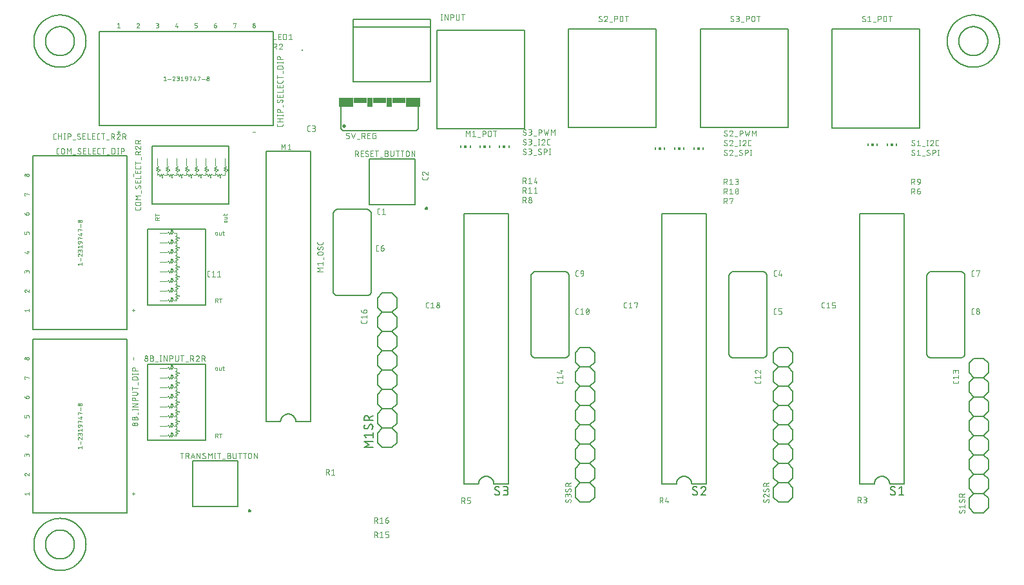
<source format=gbr>
G04 EAGLE Gerber RS-274X export*
G75*
%MOMM*%
%FSLAX34Y34*%
%LPD*%
%INSilkscreen Top*%
%IPPOS*%
%AMOC8*
5,1,8,0,0,1.08239X$1,22.5*%
G01*
%ADD10C,0.076200*%
%ADD11C,0.152400*%
%ADD12C,0.508000*%
%ADD13R,1.905000X1.270000*%
%ADD14R,1.778000X0.762000*%
%ADD15R,0.762000X1.270000*%
%ADD16R,0.200000X0.200000*%
%ADD17C,0.127000*%
%ADD18R,0.150000X0.300000*%
%ADD19R,0.300000X0.300000*%
%ADD20C,0.200000*%
%ADD21C,0.050800*%
%ADD22C,0.000000*%
%ADD23C,0.203200*%


D10*
X470315Y545271D02*
X468678Y545271D01*
X468600Y545273D01*
X468522Y545278D01*
X468445Y545288D01*
X468368Y545301D01*
X468292Y545317D01*
X468217Y545337D01*
X468143Y545361D01*
X468070Y545388D01*
X467998Y545419D01*
X467928Y545453D01*
X467860Y545490D01*
X467793Y545531D01*
X467728Y545575D01*
X467666Y545621D01*
X467606Y545671D01*
X467548Y545723D01*
X467493Y545778D01*
X467441Y545836D01*
X467391Y545896D01*
X467345Y545958D01*
X467301Y546023D01*
X467260Y546090D01*
X467223Y546158D01*
X467189Y546228D01*
X467158Y546300D01*
X467131Y546373D01*
X467107Y546447D01*
X467087Y546522D01*
X467071Y546598D01*
X467058Y546675D01*
X467048Y546752D01*
X467043Y546830D01*
X467041Y546908D01*
X467041Y551000D01*
X467043Y551080D01*
X467049Y551160D01*
X467059Y551240D01*
X467072Y551319D01*
X467090Y551398D01*
X467111Y551475D01*
X467137Y551551D01*
X467166Y551626D01*
X467198Y551700D01*
X467234Y551772D01*
X467274Y551842D01*
X467317Y551909D01*
X467363Y551975D01*
X467413Y552038D01*
X467465Y552099D01*
X467520Y552158D01*
X467579Y552213D01*
X467639Y552265D01*
X467703Y552315D01*
X467769Y552361D01*
X467836Y552404D01*
X467906Y552444D01*
X467978Y552480D01*
X468052Y552512D01*
X468126Y552541D01*
X468203Y552567D01*
X468280Y552588D01*
X468359Y552606D01*
X468438Y552619D01*
X468518Y552629D01*
X468598Y552635D01*
X468678Y552637D01*
X470315Y552637D01*
X473160Y551000D02*
X475206Y552637D01*
X475206Y545271D01*
X473160Y545271D02*
X477252Y545271D01*
X533019Y592568D02*
X533019Y594205D01*
X533019Y592568D02*
X533017Y592490D01*
X533012Y592412D01*
X533002Y592335D01*
X532989Y592258D01*
X532973Y592182D01*
X532953Y592107D01*
X532929Y592033D01*
X532902Y591960D01*
X532871Y591888D01*
X532837Y591818D01*
X532800Y591750D01*
X532759Y591683D01*
X532715Y591618D01*
X532669Y591556D01*
X532619Y591496D01*
X532567Y591438D01*
X532512Y591383D01*
X532454Y591331D01*
X532394Y591281D01*
X532332Y591235D01*
X532267Y591191D01*
X532201Y591150D01*
X532132Y591113D01*
X532062Y591079D01*
X531990Y591048D01*
X531917Y591021D01*
X531843Y590997D01*
X531768Y590977D01*
X531692Y590961D01*
X531615Y590948D01*
X531538Y590938D01*
X531460Y590933D01*
X531382Y590931D01*
X527290Y590931D01*
X527210Y590933D01*
X527130Y590939D01*
X527050Y590949D01*
X526971Y590962D01*
X526892Y590980D01*
X526815Y591001D01*
X526739Y591027D01*
X526664Y591056D01*
X526590Y591088D01*
X526518Y591124D01*
X526448Y591164D01*
X526381Y591207D01*
X526315Y591253D01*
X526252Y591303D01*
X526191Y591355D01*
X526132Y591410D01*
X526077Y591469D01*
X526025Y591529D01*
X525975Y591593D01*
X525929Y591658D01*
X525886Y591726D01*
X525846Y591796D01*
X525810Y591868D01*
X525778Y591942D01*
X525749Y592016D01*
X525724Y592093D01*
X525702Y592170D01*
X525684Y592249D01*
X525671Y592328D01*
X525661Y592407D01*
X525655Y592488D01*
X525653Y592568D01*
X525653Y594205D01*
X525653Y599301D02*
X525655Y599386D01*
X525661Y599471D01*
X525671Y599555D01*
X525684Y599639D01*
X525702Y599723D01*
X525723Y599805D01*
X525748Y599886D01*
X525777Y599966D01*
X525810Y600045D01*
X525846Y600122D01*
X525886Y600197D01*
X525929Y600271D01*
X525975Y600342D01*
X526025Y600411D01*
X526078Y600478D01*
X526134Y600542D01*
X526193Y600603D01*
X526254Y600662D01*
X526318Y600718D01*
X526385Y600771D01*
X526454Y600821D01*
X526525Y600867D01*
X526599Y600910D01*
X526674Y600950D01*
X526751Y600986D01*
X526830Y601019D01*
X526910Y601048D01*
X526991Y601073D01*
X527073Y601094D01*
X527157Y601112D01*
X527241Y601125D01*
X527325Y601135D01*
X527410Y601141D01*
X527495Y601143D01*
X525653Y599301D02*
X525655Y599205D01*
X525661Y599109D01*
X525671Y599014D01*
X525684Y598919D01*
X525702Y598824D01*
X525723Y598731D01*
X525748Y598638D01*
X525777Y598547D01*
X525809Y598456D01*
X525845Y598367D01*
X525885Y598280D01*
X525928Y598194D01*
X525974Y598110D01*
X526024Y598028D01*
X526078Y597948D01*
X526134Y597871D01*
X526194Y597796D01*
X526256Y597723D01*
X526322Y597653D01*
X526390Y597585D01*
X526461Y597520D01*
X526534Y597459D01*
X526610Y597400D01*
X526689Y597344D01*
X526769Y597292D01*
X526852Y597243D01*
X526936Y597197D01*
X527022Y597155D01*
X527110Y597117D01*
X527199Y597082D01*
X527290Y597050D01*
X528927Y600528D02*
X528868Y600588D01*
X528806Y600645D01*
X528742Y600700D01*
X528675Y600751D01*
X528606Y600800D01*
X528536Y600846D01*
X528463Y600889D01*
X528389Y600929D01*
X528313Y600965D01*
X528235Y600998D01*
X528156Y601028D01*
X528076Y601055D01*
X527995Y601078D01*
X527913Y601097D01*
X527831Y601113D01*
X527747Y601126D01*
X527663Y601135D01*
X527579Y601140D01*
X527495Y601142D01*
X528927Y600528D02*
X533019Y597050D01*
X533019Y601142D01*
X378305Y654431D02*
X376668Y654431D01*
X376590Y654433D01*
X376512Y654438D01*
X376435Y654448D01*
X376358Y654461D01*
X376282Y654477D01*
X376207Y654497D01*
X376133Y654521D01*
X376060Y654548D01*
X375988Y654579D01*
X375918Y654613D01*
X375850Y654650D01*
X375783Y654691D01*
X375718Y654735D01*
X375656Y654781D01*
X375596Y654831D01*
X375538Y654883D01*
X375483Y654938D01*
X375431Y654996D01*
X375381Y655056D01*
X375335Y655118D01*
X375291Y655183D01*
X375250Y655250D01*
X375213Y655318D01*
X375179Y655388D01*
X375148Y655460D01*
X375121Y655533D01*
X375097Y655607D01*
X375077Y655682D01*
X375061Y655758D01*
X375048Y655835D01*
X375038Y655912D01*
X375033Y655990D01*
X375031Y656068D01*
X375031Y660160D01*
X375033Y660240D01*
X375039Y660320D01*
X375049Y660400D01*
X375062Y660479D01*
X375080Y660558D01*
X375101Y660635D01*
X375127Y660711D01*
X375156Y660786D01*
X375188Y660860D01*
X375224Y660932D01*
X375264Y661002D01*
X375307Y661069D01*
X375353Y661135D01*
X375403Y661198D01*
X375455Y661259D01*
X375510Y661318D01*
X375569Y661373D01*
X375629Y661425D01*
X375693Y661475D01*
X375759Y661521D01*
X375826Y661564D01*
X375896Y661604D01*
X375968Y661640D01*
X376042Y661672D01*
X376116Y661701D01*
X376193Y661727D01*
X376270Y661748D01*
X376349Y661766D01*
X376428Y661779D01*
X376508Y661789D01*
X376588Y661795D01*
X376668Y661797D01*
X378305Y661797D01*
X381150Y654431D02*
X383196Y654431D01*
X383285Y654433D01*
X383374Y654439D01*
X383463Y654449D01*
X383551Y654462D01*
X383639Y654479D01*
X383726Y654501D01*
X383811Y654526D01*
X383896Y654554D01*
X383979Y654587D01*
X384061Y654623D01*
X384141Y654662D01*
X384219Y654705D01*
X384295Y654751D01*
X384370Y654801D01*
X384442Y654854D01*
X384511Y654910D01*
X384578Y654969D01*
X384643Y655030D01*
X384704Y655095D01*
X384763Y655162D01*
X384819Y655231D01*
X384872Y655303D01*
X384922Y655378D01*
X384968Y655454D01*
X385011Y655532D01*
X385050Y655612D01*
X385086Y655694D01*
X385119Y655777D01*
X385147Y655862D01*
X385172Y655947D01*
X385194Y656034D01*
X385211Y656122D01*
X385224Y656210D01*
X385234Y656299D01*
X385240Y656388D01*
X385242Y656477D01*
X385240Y656566D01*
X385234Y656655D01*
X385224Y656744D01*
X385211Y656832D01*
X385194Y656920D01*
X385172Y657007D01*
X385147Y657092D01*
X385119Y657177D01*
X385086Y657260D01*
X385050Y657342D01*
X385011Y657422D01*
X384968Y657500D01*
X384922Y657576D01*
X384872Y657651D01*
X384819Y657723D01*
X384763Y657792D01*
X384704Y657859D01*
X384643Y657924D01*
X384578Y657985D01*
X384511Y658044D01*
X384442Y658100D01*
X384370Y658153D01*
X384295Y658203D01*
X384219Y658249D01*
X384141Y658292D01*
X384061Y658331D01*
X383979Y658367D01*
X383896Y658400D01*
X383811Y658428D01*
X383726Y658453D01*
X383639Y658475D01*
X383551Y658492D01*
X383463Y658505D01*
X383374Y658515D01*
X383285Y658521D01*
X383196Y658523D01*
X383605Y661797D02*
X381150Y661797D01*
X383605Y661797D02*
X383684Y661795D01*
X383763Y661789D01*
X383842Y661780D01*
X383920Y661767D01*
X383997Y661749D01*
X384073Y661729D01*
X384148Y661704D01*
X384222Y661676D01*
X384295Y661645D01*
X384366Y661609D01*
X384435Y661571D01*
X384502Y661529D01*
X384567Y661484D01*
X384630Y661436D01*
X384691Y661385D01*
X384748Y661331D01*
X384804Y661275D01*
X384856Y661216D01*
X384906Y661154D01*
X384952Y661090D01*
X384996Y661024D01*
X385036Y660956D01*
X385072Y660886D01*
X385106Y660814D01*
X385136Y660740D01*
X385162Y660666D01*
X385185Y660590D01*
X385203Y660513D01*
X385219Y660436D01*
X385230Y660357D01*
X385238Y660279D01*
X385242Y660200D01*
X385242Y660120D01*
X385238Y660041D01*
X385230Y659963D01*
X385219Y659884D01*
X385203Y659807D01*
X385185Y659730D01*
X385162Y659654D01*
X385136Y659580D01*
X385106Y659506D01*
X385072Y659434D01*
X385036Y659364D01*
X384996Y659296D01*
X384952Y659230D01*
X384906Y659166D01*
X384856Y659104D01*
X384804Y659045D01*
X384748Y658989D01*
X384691Y658935D01*
X384630Y658884D01*
X384567Y658836D01*
X384502Y658791D01*
X384435Y658749D01*
X384366Y658711D01*
X384295Y658675D01*
X384222Y658644D01*
X384148Y658616D01*
X384073Y658591D01*
X383997Y658571D01*
X383920Y658553D01*
X383842Y658540D01*
X383763Y658531D01*
X383684Y658525D01*
X383605Y658523D01*
X381969Y658523D01*
X466938Y497011D02*
X468575Y497011D01*
X466938Y497011D02*
X466860Y497013D01*
X466782Y497018D01*
X466705Y497028D01*
X466628Y497041D01*
X466552Y497057D01*
X466477Y497077D01*
X466403Y497101D01*
X466330Y497128D01*
X466258Y497159D01*
X466188Y497193D01*
X466120Y497230D01*
X466053Y497271D01*
X465988Y497315D01*
X465926Y497361D01*
X465866Y497411D01*
X465808Y497463D01*
X465753Y497518D01*
X465701Y497576D01*
X465651Y497636D01*
X465605Y497698D01*
X465561Y497763D01*
X465520Y497830D01*
X465483Y497898D01*
X465449Y497968D01*
X465418Y498040D01*
X465391Y498113D01*
X465367Y498187D01*
X465347Y498262D01*
X465331Y498338D01*
X465318Y498415D01*
X465308Y498492D01*
X465303Y498570D01*
X465301Y498648D01*
X465301Y502740D01*
X465303Y502820D01*
X465309Y502900D01*
X465319Y502980D01*
X465332Y503059D01*
X465350Y503138D01*
X465371Y503215D01*
X465397Y503291D01*
X465426Y503366D01*
X465458Y503440D01*
X465494Y503512D01*
X465534Y503582D01*
X465577Y503649D01*
X465623Y503715D01*
X465673Y503778D01*
X465725Y503839D01*
X465780Y503898D01*
X465839Y503953D01*
X465899Y504005D01*
X465963Y504055D01*
X466029Y504101D01*
X466096Y504144D01*
X466166Y504184D01*
X466238Y504220D01*
X466312Y504252D01*
X466386Y504281D01*
X466463Y504307D01*
X466540Y504328D01*
X466619Y504346D01*
X466698Y504359D01*
X466778Y504369D01*
X466858Y504375D01*
X466938Y504377D01*
X468575Y504377D01*
X471420Y501103D02*
X473875Y501103D01*
X473953Y501101D01*
X474031Y501096D01*
X474108Y501086D01*
X474185Y501073D01*
X474261Y501057D01*
X474336Y501037D01*
X474410Y501013D01*
X474483Y500986D01*
X474555Y500955D01*
X474625Y500921D01*
X474694Y500884D01*
X474760Y500843D01*
X474825Y500799D01*
X474887Y500753D01*
X474947Y500703D01*
X475005Y500651D01*
X475060Y500596D01*
X475112Y500538D01*
X475162Y500478D01*
X475208Y500416D01*
X475252Y500351D01*
X475293Y500285D01*
X475330Y500216D01*
X475364Y500146D01*
X475395Y500074D01*
X475422Y500001D01*
X475446Y499927D01*
X475466Y499852D01*
X475482Y499776D01*
X475495Y499699D01*
X475505Y499622D01*
X475510Y499544D01*
X475512Y499466D01*
X475512Y499057D01*
X475510Y498968D01*
X475504Y498879D01*
X475494Y498790D01*
X475481Y498702D01*
X475464Y498614D01*
X475442Y498527D01*
X475417Y498442D01*
X475389Y498357D01*
X475356Y498274D01*
X475320Y498192D01*
X475281Y498112D01*
X475238Y498034D01*
X475192Y497958D01*
X475142Y497883D01*
X475089Y497811D01*
X475033Y497742D01*
X474974Y497675D01*
X474913Y497610D01*
X474848Y497549D01*
X474781Y497490D01*
X474712Y497434D01*
X474640Y497381D01*
X474565Y497331D01*
X474489Y497285D01*
X474411Y497242D01*
X474331Y497203D01*
X474249Y497167D01*
X474166Y497134D01*
X474081Y497106D01*
X473996Y497081D01*
X473909Y497059D01*
X473821Y497042D01*
X473733Y497029D01*
X473644Y497019D01*
X473555Y497013D01*
X473466Y497011D01*
X473377Y497013D01*
X473288Y497019D01*
X473199Y497029D01*
X473111Y497042D01*
X473023Y497059D01*
X472936Y497081D01*
X472851Y497106D01*
X472766Y497134D01*
X472683Y497167D01*
X472601Y497203D01*
X472521Y497242D01*
X472443Y497285D01*
X472367Y497331D01*
X472292Y497381D01*
X472220Y497434D01*
X472151Y497490D01*
X472084Y497549D01*
X472019Y497610D01*
X471958Y497675D01*
X471899Y497742D01*
X471843Y497811D01*
X471790Y497883D01*
X471740Y497958D01*
X471694Y498034D01*
X471651Y498112D01*
X471612Y498192D01*
X471576Y498274D01*
X471543Y498357D01*
X471515Y498442D01*
X471490Y498527D01*
X471468Y498614D01*
X471451Y498702D01*
X471438Y498790D01*
X471428Y498879D01*
X471422Y498968D01*
X471420Y499057D01*
X471420Y501103D01*
X471422Y501217D01*
X471428Y501331D01*
X471438Y501445D01*
X471452Y501559D01*
X471470Y501672D01*
X471492Y501784D01*
X471517Y501895D01*
X471547Y502005D01*
X471580Y502115D01*
X471617Y502223D01*
X471658Y502329D01*
X471703Y502435D01*
X471751Y502538D01*
X471803Y502640D01*
X471859Y502740D01*
X471917Y502838D01*
X471980Y502934D01*
X472045Y503027D01*
X472114Y503119D01*
X472186Y503207D01*
X472261Y503294D01*
X472339Y503377D01*
X472420Y503458D01*
X472503Y503536D01*
X472590Y503611D01*
X472678Y503683D01*
X472770Y503752D01*
X472863Y503817D01*
X472959Y503879D01*
X473057Y503938D01*
X473157Y503994D01*
X473259Y504046D01*
X473362Y504094D01*
X473468Y504139D01*
X473574Y504180D01*
X473682Y504217D01*
X473792Y504250D01*
X473902Y504280D01*
X474013Y504305D01*
X474125Y504327D01*
X474238Y504345D01*
X474352Y504359D01*
X474466Y504369D01*
X474580Y504375D01*
X474694Y504377D01*
X1249318Y463881D02*
X1250955Y463881D01*
X1249318Y463881D02*
X1249240Y463883D01*
X1249162Y463888D01*
X1249085Y463898D01*
X1249008Y463911D01*
X1248932Y463927D01*
X1248857Y463947D01*
X1248783Y463971D01*
X1248710Y463998D01*
X1248638Y464029D01*
X1248568Y464063D01*
X1248500Y464100D01*
X1248433Y464141D01*
X1248368Y464185D01*
X1248306Y464231D01*
X1248246Y464281D01*
X1248188Y464333D01*
X1248133Y464388D01*
X1248081Y464446D01*
X1248031Y464506D01*
X1247985Y464568D01*
X1247941Y464633D01*
X1247900Y464700D01*
X1247863Y464768D01*
X1247829Y464838D01*
X1247798Y464910D01*
X1247771Y464983D01*
X1247747Y465057D01*
X1247727Y465132D01*
X1247711Y465208D01*
X1247698Y465285D01*
X1247688Y465362D01*
X1247683Y465440D01*
X1247681Y465518D01*
X1247681Y469610D01*
X1247683Y469690D01*
X1247689Y469770D01*
X1247699Y469850D01*
X1247712Y469929D01*
X1247730Y470008D01*
X1247751Y470085D01*
X1247777Y470161D01*
X1247806Y470236D01*
X1247838Y470310D01*
X1247874Y470382D01*
X1247914Y470452D01*
X1247957Y470519D01*
X1248003Y470585D01*
X1248053Y470648D01*
X1248105Y470709D01*
X1248160Y470768D01*
X1248219Y470823D01*
X1248279Y470875D01*
X1248343Y470925D01*
X1248409Y470971D01*
X1248476Y471014D01*
X1248546Y471054D01*
X1248618Y471090D01*
X1248692Y471122D01*
X1248766Y471151D01*
X1248843Y471177D01*
X1248920Y471198D01*
X1248999Y471216D01*
X1249078Y471229D01*
X1249158Y471239D01*
X1249238Y471245D01*
X1249318Y471247D01*
X1250955Y471247D01*
X1253800Y471247D02*
X1253800Y470429D01*
X1253800Y471247D02*
X1257892Y471247D01*
X1255846Y463881D01*
X1250955Y413881D02*
X1249318Y413881D01*
X1249240Y413883D01*
X1249162Y413888D01*
X1249085Y413898D01*
X1249008Y413911D01*
X1248932Y413927D01*
X1248857Y413947D01*
X1248783Y413971D01*
X1248710Y413998D01*
X1248638Y414029D01*
X1248568Y414063D01*
X1248500Y414100D01*
X1248433Y414141D01*
X1248368Y414185D01*
X1248306Y414231D01*
X1248246Y414281D01*
X1248188Y414333D01*
X1248133Y414388D01*
X1248081Y414446D01*
X1248031Y414506D01*
X1247985Y414568D01*
X1247941Y414633D01*
X1247900Y414700D01*
X1247863Y414768D01*
X1247829Y414838D01*
X1247798Y414910D01*
X1247771Y414983D01*
X1247747Y415057D01*
X1247727Y415132D01*
X1247711Y415208D01*
X1247698Y415285D01*
X1247688Y415362D01*
X1247683Y415440D01*
X1247681Y415518D01*
X1247681Y419610D01*
X1247683Y419690D01*
X1247689Y419770D01*
X1247699Y419850D01*
X1247712Y419929D01*
X1247730Y420008D01*
X1247751Y420085D01*
X1247777Y420161D01*
X1247806Y420236D01*
X1247838Y420310D01*
X1247874Y420382D01*
X1247914Y420452D01*
X1247957Y420519D01*
X1248003Y420585D01*
X1248053Y420648D01*
X1248105Y420709D01*
X1248160Y420768D01*
X1248219Y420823D01*
X1248279Y420875D01*
X1248343Y420925D01*
X1248409Y420971D01*
X1248476Y421014D01*
X1248546Y421054D01*
X1248618Y421090D01*
X1248692Y421122D01*
X1248766Y421151D01*
X1248843Y421177D01*
X1248920Y421198D01*
X1248999Y421216D01*
X1249078Y421229D01*
X1249158Y421239D01*
X1249238Y421245D01*
X1249318Y421247D01*
X1250955Y421247D01*
X1253800Y415927D02*
X1253802Y416016D01*
X1253808Y416105D01*
X1253818Y416194D01*
X1253831Y416282D01*
X1253848Y416370D01*
X1253870Y416457D01*
X1253895Y416542D01*
X1253923Y416627D01*
X1253956Y416710D01*
X1253992Y416792D01*
X1254031Y416872D01*
X1254074Y416950D01*
X1254120Y417026D01*
X1254170Y417101D01*
X1254223Y417173D01*
X1254279Y417242D01*
X1254338Y417309D01*
X1254399Y417374D01*
X1254464Y417435D01*
X1254531Y417494D01*
X1254600Y417550D01*
X1254672Y417603D01*
X1254747Y417653D01*
X1254823Y417699D01*
X1254901Y417742D01*
X1254981Y417781D01*
X1255063Y417817D01*
X1255146Y417850D01*
X1255231Y417878D01*
X1255316Y417903D01*
X1255403Y417925D01*
X1255491Y417942D01*
X1255579Y417955D01*
X1255668Y417965D01*
X1255757Y417971D01*
X1255846Y417973D01*
X1255935Y417971D01*
X1256024Y417965D01*
X1256113Y417955D01*
X1256201Y417942D01*
X1256289Y417925D01*
X1256376Y417903D01*
X1256461Y417878D01*
X1256546Y417850D01*
X1256629Y417817D01*
X1256711Y417781D01*
X1256791Y417742D01*
X1256869Y417699D01*
X1256945Y417653D01*
X1257020Y417603D01*
X1257092Y417550D01*
X1257161Y417494D01*
X1257228Y417435D01*
X1257293Y417374D01*
X1257354Y417309D01*
X1257413Y417242D01*
X1257469Y417173D01*
X1257522Y417101D01*
X1257572Y417026D01*
X1257618Y416950D01*
X1257661Y416872D01*
X1257700Y416792D01*
X1257736Y416710D01*
X1257769Y416627D01*
X1257797Y416542D01*
X1257822Y416457D01*
X1257844Y416370D01*
X1257861Y416282D01*
X1257874Y416194D01*
X1257884Y416105D01*
X1257890Y416016D01*
X1257892Y415927D01*
X1257890Y415838D01*
X1257884Y415749D01*
X1257874Y415660D01*
X1257861Y415572D01*
X1257844Y415484D01*
X1257822Y415397D01*
X1257797Y415312D01*
X1257769Y415227D01*
X1257736Y415144D01*
X1257700Y415062D01*
X1257661Y414982D01*
X1257618Y414904D01*
X1257572Y414828D01*
X1257522Y414753D01*
X1257469Y414681D01*
X1257413Y414612D01*
X1257354Y414545D01*
X1257293Y414480D01*
X1257228Y414419D01*
X1257161Y414360D01*
X1257092Y414304D01*
X1257020Y414251D01*
X1256945Y414201D01*
X1256869Y414155D01*
X1256791Y414112D01*
X1256711Y414073D01*
X1256629Y414037D01*
X1256546Y414004D01*
X1256461Y413976D01*
X1256376Y413951D01*
X1256289Y413929D01*
X1256201Y413912D01*
X1256113Y413899D01*
X1256024Y413889D01*
X1255935Y413883D01*
X1255846Y413881D01*
X1255757Y413883D01*
X1255668Y413889D01*
X1255579Y413899D01*
X1255491Y413912D01*
X1255403Y413929D01*
X1255316Y413951D01*
X1255231Y413976D01*
X1255146Y414004D01*
X1255063Y414037D01*
X1254981Y414073D01*
X1254901Y414112D01*
X1254823Y414155D01*
X1254747Y414201D01*
X1254672Y414251D01*
X1254600Y414304D01*
X1254531Y414360D01*
X1254464Y414419D01*
X1254399Y414480D01*
X1254338Y414545D01*
X1254279Y414612D01*
X1254223Y414681D01*
X1254170Y414753D01*
X1254120Y414828D01*
X1254074Y414904D01*
X1254031Y414982D01*
X1253992Y415062D01*
X1253956Y415144D01*
X1253923Y415227D01*
X1253895Y415312D01*
X1253870Y415397D01*
X1253848Y415484D01*
X1253831Y415572D01*
X1253818Y415660D01*
X1253808Y415749D01*
X1253802Y415838D01*
X1253800Y415927D01*
X1254209Y419610D02*
X1254211Y419689D01*
X1254217Y419768D01*
X1254226Y419847D01*
X1254239Y419925D01*
X1254257Y420002D01*
X1254277Y420078D01*
X1254302Y420153D01*
X1254330Y420227D01*
X1254361Y420300D01*
X1254397Y420371D01*
X1254435Y420440D01*
X1254477Y420507D01*
X1254522Y420572D01*
X1254570Y420635D01*
X1254621Y420696D01*
X1254675Y420753D01*
X1254731Y420809D01*
X1254790Y420861D01*
X1254852Y420911D01*
X1254916Y420957D01*
X1254982Y421001D01*
X1255050Y421041D01*
X1255120Y421077D01*
X1255192Y421111D01*
X1255266Y421141D01*
X1255340Y421167D01*
X1255416Y421190D01*
X1255493Y421208D01*
X1255570Y421224D01*
X1255649Y421235D01*
X1255727Y421243D01*
X1255806Y421247D01*
X1255886Y421247D01*
X1255965Y421243D01*
X1256043Y421235D01*
X1256122Y421224D01*
X1256199Y421208D01*
X1256276Y421190D01*
X1256352Y421167D01*
X1256426Y421141D01*
X1256500Y421111D01*
X1256572Y421077D01*
X1256642Y421041D01*
X1256710Y421001D01*
X1256776Y420957D01*
X1256840Y420911D01*
X1256902Y420861D01*
X1256961Y420809D01*
X1257017Y420753D01*
X1257071Y420696D01*
X1257122Y420635D01*
X1257170Y420572D01*
X1257215Y420507D01*
X1257257Y420440D01*
X1257295Y420371D01*
X1257331Y420300D01*
X1257362Y420227D01*
X1257390Y420153D01*
X1257415Y420078D01*
X1257435Y420002D01*
X1257453Y419925D01*
X1257466Y419847D01*
X1257475Y419768D01*
X1257481Y419689D01*
X1257483Y419610D01*
X1257481Y419531D01*
X1257475Y419452D01*
X1257466Y419373D01*
X1257453Y419295D01*
X1257435Y419218D01*
X1257415Y419142D01*
X1257390Y419067D01*
X1257362Y418993D01*
X1257331Y418920D01*
X1257295Y418849D01*
X1257257Y418780D01*
X1257215Y418713D01*
X1257170Y418648D01*
X1257122Y418585D01*
X1257071Y418524D01*
X1257017Y418467D01*
X1256961Y418411D01*
X1256902Y418359D01*
X1256840Y418309D01*
X1256776Y418263D01*
X1256710Y418219D01*
X1256642Y418179D01*
X1256572Y418143D01*
X1256500Y418109D01*
X1256426Y418079D01*
X1256352Y418053D01*
X1256276Y418030D01*
X1256199Y418012D01*
X1256122Y417996D01*
X1256043Y417985D01*
X1255965Y417977D01*
X1255886Y417973D01*
X1255806Y417973D01*
X1255727Y417977D01*
X1255649Y417985D01*
X1255570Y417996D01*
X1255493Y418012D01*
X1255416Y418030D01*
X1255340Y418053D01*
X1255266Y418079D01*
X1255192Y418109D01*
X1255120Y418143D01*
X1255050Y418179D01*
X1254982Y418219D01*
X1254916Y418263D01*
X1254852Y418309D01*
X1254790Y418359D01*
X1254731Y418411D01*
X1254675Y418467D01*
X1254621Y418524D01*
X1254570Y418585D01*
X1254522Y418648D01*
X1254477Y418713D01*
X1254435Y418780D01*
X1254397Y418849D01*
X1254361Y418920D01*
X1254330Y418993D01*
X1254302Y419067D01*
X1254277Y419142D01*
X1254257Y419218D01*
X1254239Y419295D01*
X1254226Y419373D01*
X1254217Y419452D01*
X1254211Y419531D01*
X1254209Y419610D01*
D11*
X520700Y657860D02*
X518160Y655320D01*
X421640Y655320D01*
X419100Y657860D01*
X520700Y657860D02*
X520700Y687070D01*
X419100Y687070D02*
X419100Y657860D01*
D12*
X423672Y661416D03*
D13*
X426085Y692150D03*
D14*
X444500Y694690D03*
D15*
X457200Y692150D03*
D14*
X469900Y694690D03*
D15*
X482600Y692150D03*
D14*
X495300Y694690D03*
D13*
X513715Y692150D03*
D10*
X428286Y644779D02*
X425831Y644779D01*
X428286Y644779D02*
X428364Y644781D01*
X428442Y644786D01*
X428519Y644796D01*
X428596Y644809D01*
X428672Y644825D01*
X428747Y644845D01*
X428821Y644869D01*
X428894Y644896D01*
X428966Y644927D01*
X429036Y644961D01*
X429105Y644998D01*
X429171Y645039D01*
X429236Y645083D01*
X429298Y645129D01*
X429358Y645179D01*
X429416Y645231D01*
X429471Y645286D01*
X429523Y645344D01*
X429573Y645404D01*
X429619Y645466D01*
X429663Y645531D01*
X429704Y645598D01*
X429741Y645666D01*
X429775Y645736D01*
X429806Y645808D01*
X429833Y645881D01*
X429857Y645955D01*
X429877Y646030D01*
X429893Y646106D01*
X429906Y646183D01*
X429916Y646260D01*
X429921Y646338D01*
X429923Y646416D01*
X429923Y647234D01*
X429921Y647312D01*
X429916Y647390D01*
X429906Y647467D01*
X429893Y647544D01*
X429877Y647620D01*
X429857Y647695D01*
X429833Y647769D01*
X429806Y647842D01*
X429775Y647914D01*
X429741Y647984D01*
X429704Y648053D01*
X429663Y648119D01*
X429619Y648184D01*
X429573Y648246D01*
X429523Y648306D01*
X429471Y648364D01*
X429416Y648419D01*
X429358Y648471D01*
X429298Y648521D01*
X429236Y648567D01*
X429171Y648611D01*
X429105Y648652D01*
X429036Y648689D01*
X428966Y648723D01*
X428894Y648754D01*
X428821Y648781D01*
X428747Y648805D01*
X428672Y648825D01*
X428596Y648841D01*
X428519Y648854D01*
X428442Y648864D01*
X428364Y648869D01*
X428286Y648871D01*
X425831Y648871D01*
X425831Y652145D01*
X429923Y652145D01*
X432737Y652145D02*
X435192Y644779D01*
X437648Y652145D01*
X440139Y643961D02*
X443413Y643961D01*
X446609Y644779D02*
X446609Y652145D01*
X448655Y652145D01*
X448744Y652143D01*
X448833Y652137D01*
X448922Y652127D01*
X449010Y652114D01*
X449098Y652097D01*
X449185Y652075D01*
X449270Y652050D01*
X449355Y652022D01*
X449438Y651989D01*
X449520Y651953D01*
X449600Y651914D01*
X449678Y651871D01*
X449754Y651825D01*
X449829Y651775D01*
X449901Y651722D01*
X449970Y651666D01*
X450037Y651607D01*
X450102Y651546D01*
X450163Y651481D01*
X450222Y651414D01*
X450278Y651345D01*
X450331Y651273D01*
X450381Y651198D01*
X450427Y651122D01*
X450470Y651044D01*
X450509Y650964D01*
X450545Y650882D01*
X450578Y650799D01*
X450606Y650714D01*
X450631Y650629D01*
X450653Y650542D01*
X450670Y650454D01*
X450683Y650366D01*
X450693Y650277D01*
X450699Y650188D01*
X450701Y650099D01*
X450699Y650010D01*
X450693Y649921D01*
X450683Y649832D01*
X450670Y649744D01*
X450653Y649656D01*
X450631Y649569D01*
X450606Y649484D01*
X450578Y649399D01*
X450545Y649316D01*
X450509Y649234D01*
X450470Y649154D01*
X450427Y649076D01*
X450381Y649000D01*
X450331Y648925D01*
X450278Y648853D01*
X450222Y648784D01*
X450163Y648717D01*
X450102Y648652D01*
X450037Y648591D01*
X449970Y648532D01*
X449901Y648476D01*
X449829Y648423D01*
X449754Y648373D01*
X449678Y648327D01*
X449600Y648284D01*
X449520Y648245D01*
X449438Y648209D01*
X449355Y648176D01*
X449270Y648148D01*
X449185Y648123D01*
X449098Y648101D01*
X449010Y648084D01*
X448922Y648071D01*
X448833Y648061D01*
X448744Y648055D01*
X448655Y648053D01*
X446609Y648053D01*
X449064Y648053D02*
X450701Y644779D01*
X454132Y644779D02*
X457406Y644779D01*
X454132Y644779D02*
X454132Y652145D01*
X457406Y652145D01*
X456587Y648871D02*
X454132Y648871D01*
X463321Y648871D02*
X464548Y648871D01*
X464548Y644779D01*
X462093Y644779D01*
X462015Y644781D01*
X461937Y644786D01*
X461860Y644796D01*
X461783Y644809D01*
X461707Y644825D01*
X461632Y644845D01*
X461558Y644869D01*
X461485Y644896D01*
X461413Y644927D01*
X461343Y644961D01*
X461275Y644998D01*
X461208Y645039D01*
X461143Y645083D01*
X461081Y645129D01*
X461021Y645179D01*
X460963Y645231D01*
X460908Y645286D01*
X460856Y645344D01*
X460806Y645404D01*
X460760Y645466D01*
X460716Y645531D01*
X460675Y645598D01*
X460638Y645666D01*
X460604Y645736D01*
X460573Y645808D01*
X460546Y645881D01*
X460522Y645955D01*
X460502Y646030D01*
X460486Y646106D01*
X460473Y646183D01*
X460463Y646260D01*
X460458Y646338D01*
X460456Y646416D01*
X460456Y650508D01*
X460458Y650588D01*
X460464Y650668D01*
X460474Y650748D01*
X460487Y650827D01*
X460505Y650906D01*
X460526Y650983D01*
X460552Y651059D01*
X460581Y651134D01*
X460613Y651208D01*
X460649Y651280D01*
X460689Y651350D01*
X460732Y651417D01*
X460778Y651483D01*
X460828Y651546D01*
X460880Y651607D01*
X460935Y651666D01*
X460994Y651721D01*
X461054Y651773D01*
X461118Y651823D01*
X461184Y651869D01*
X461251Y651912D01*
X461321Y651952D01*
X461393Y651988D01*
X461467Y652020D01*
X461541Y652049D01*
X461618Y652075D01*
X461695Y652096D01*
X461774Y652114D01*
X461853Y652127D01*
X461933Y652137D01*
X462013Y652143D01*
X462093Y652145D01*
X464548Y652145D01*
D16*
X368300Y761000D03*
D10*
X330581Y775081D02*
X330581Y782447D01*
X330581Y775081D02*
X333855Y775081D01*
X336921Y775081D02*
X340195Y775081D01*
X336921Y775081D02*
X336921Y782447D01*
X340195Y782447D01*
X339376Y779173D02*
X336921Y779173D01*
X343245Y782447D02*
X343245Y775081D01*
X343245Y782447D02*
X345291Y782447D01*
X345380Y782445D01*
X345469Y782439D01*
X345558Y782429D01*
X345646Y782416D01*
X345734Y782399D01*
X345821Y782377D01*
X345906Y782352D01*
X345991Y782324D01*
X346074Y782291D01*
X346156Y782255D01*
X346236Y782216D01*
X346314Y782173D01*
X346390Y782127D01*
X346465Y782077D01*
X346537Y782024D01*
X346606Y781968D01*
X346673Y781909D01*
X346738Y781848D01*
X346799Y781783D01*
X346858Y781716D01*
X346914Y781647D01*
X346967Y781575D01*
X347017Y781500D01*
X347063Y781424D01*
X347106Y781346D01*
X347145Y781266D01*
X347181Y781184D01*
X347214Y781101D01*
X347242Y781016D01*
X347267Y780931D01*
X347289Y780844D01*
X347306Y780756D01*
X347319Y780668D01*
X347329Y780579D01*
X347335Y780490D01*
X347337Y780401D01*
X347337Y777127D01*
X347335Y777038D01*
X347329Y776949D01*
X347319Y776860D01*
X347306Y776772D01*
X347289Y776684D01*
X347267Y776597D01*
X347242Y776512D01*
X347214Y776427D01*
X347181Y776344D01*
X347145Y776262D01*
X347106Y776182D01*
X347063Y776104D01*
X347017Y776028D01*
X346967Y775953D01*
X346914Y775881D01*
X346858Y775812D01*
X346799Y775745D01*
X346738Y775680D01*
X346673Y775619D01*
X346606Y775560D01*
X346537Y775504D01*
X346465Y775451D01*
X346390Y775401D01*
X346314Y775355D01*
X346236Y775312D01*
X346156Y775273D01*
X346074Y775237D01*
X345991Y775204D01*
X345906Y775176D01*
X345821Y775151D01*
X345734Y775129D01*
X345646Y775112D01*
X345558Y775099D01*
X345469Y775089D01*
X345380Y775083D01*
X345291Y775081D01*
X343245Y775081D01*
X350804Y780810D02*
X352850Y782447D01*
X352850Y775081D01*
X350804Y775081D02*
X354896Y775081D01*
D17*
X435610Y719730D02*
X537210Y719730D01*
X435610Y719730D02*
X435610Y791730D01*
X435610Y801730D01*
X537210Y801730D01*
X537210Y791730D01*
X537210Y719730D01*
X537210Y791730D02*
X435610Y791730D01*
D10*
X551202Y800738D02*
X551202Y808104D01*
X550384Y800738D02*
X552021Y800738D01*
X552021Y808104D02*
X550384Y808104D01*
X555252Y808104D02*
X555252Y800738D01*
X559344Y800738D02*
X555252Y808104D01*
X559344Y808104D02*
X559344Y800738D01*
X563173Y800738D02*
X563173Y808104D01*
X565219Y808104D01*
X565219Y808103D02*
X565308Y808101D01*
X565397Y808095D01*
X565486Y808085D01*
X565574Y808072D01*
X565662Y808055D01*
X565749Y808033D01*
X565834Y808008D01*
X565919Y807980D01*
X566002Y807947D01*
X566084Y807911D01*
X566164Y807872D01*
X566242Y807829D01*
X566318Y807783D01*
X566393Y807733D01*
X566465Y807680D01*
X566534Y807624D01*
X566601Y807565D01*
X566666Y807504D01*
X566727Y807439D01*
X566786Y807372D01*
X566842Y807303D01*
X566895Y807231D01*
X566945Y807156D01*
X566991Y807080D01*
X567034Y807002D01*
X567073Y806922D01*
X567109Y806840D01*
X567142Y806757D01*
X567170Y806672D01*
X567195Y806587D01*
X567217Y806500D01*
X567234Y806412D01*
X567247Y806324D01*
X567257Y806235D01*
X567263Y806146D01*
X567265Y806057D01*
X567263Y805968D01*
X567257Y805879D01*
X567247Y805790D01*
X567234Y805702D01*
X567217Y805614D01*
X567195Y805527D01*
X567170Y805442D01*
X567142Y805357D01*
X567109Y805274D01*
X567073Y805192D01*
X567034Y805112D01*
X566991Y805034D01*
X566945Y804958D01*
X566895Y804883D01*
X566842Y804811D01*
X566786Y804742D01*
X566727Y804675D01*
X566666Y804610D01*
X566601Y804549D01*
X566534Y804490D01*
X566465Y804434D01*
X566393Y804381D01*
X566318Y804331D01*
X566242Y804285D01*
X566164Y804242D01*
X566084Y804203D01*
X566002Y804167D01*
X565919Y804134D01*
X565834Y804106D01*
X565749Y804081D01*
X565662Y804059D01*
X565574Y804042D01*
X565486Y804029D01*
X565397Y804019D01*
X565308Y804013D01*
X565219Y804011D01*
X563173Y804011D01*
X570370Y802784D02*
X570370Y808104D01*
X570370Y802784D02*
X570372Y802695D01*
X570378Y802606D01*
X570388Y802517D01*
X570401Y802429D01*
X570418Y802341D01*
X570440Y802254D01*
X570465Y802169D01*
X570493Y802084D01*
X570526Y802001D01*
X570562Y801919D01*
X570601Y801839D01*
X570644Y801761D01*
X570690Y801685D01*
X570740Y801610D01*
X570793Y801538D01*
X570849Y801469D01*
X570908Y801402D01*
X570969Y801337D01*
X571034Y801276D01*
X571101Y801217D01*
X571170Y801161D01*
X571242Y801108D01*
X571317Y801058D01*
X571393Y801012D01*
X571471Y800969D01*
X571551Y800930D01*
X571633Y800894D01*
X571716Y800861D01*
X571801Y800833D01*
X571886Y800808D01*
X571973Y800786D01*
X572061Y800769D01*
X572149Y800756D01*
X572238Y800746D01*
X572327Y800740D01*
X572416Y800738D01*
X572505Y800740D01*
X572594Y800746D01*
X572683Y800756D01*
X572771Y800769D01*
X572859Y800786D01*
X572946Y800808D01*
X573031Y800833D01*
X573116Y800861D01*
X573199Y800894D01*
X573281Y800930D01*
X573361Y800969D01*
X573439Y801012D01*
X573515Y801058D01*
X573590Y801108D01*
X573662Y801161D01*
X573731Y801217D01*
X573798Y801276D01*
X573863Y801337D01*
X573924Y801402D01*
X573983Y801469D01*
X574039Y801538D01*
X574092Y801610D01*
X574142Y801685D01*
X574188Y801761D01*
X574231Y801839D01*
X574270Y801919D01*
X574306Y802001D01*
X574339Y802084D01*
X574367Y802169D01*
X574392Y802254D01*
X574414Y802341D01*
X574431Y802429D01*
X574444Y802517D01*
X574454Y802606D01*
X574460Y802695D01*
X574462Y802784D01*
X574462Y808104D01*
X579487Y808104D02*
X579487Y800738D01*
X577441Y808104D02*
X581534Y808104D01*
X399415Y209931D02*
X399415Y202565D01*
X399415Y209931D02*
X401461Y209931D01*
X401550Y209929D01*
X401639Y209923D01*
X401728Y209913D01*
X401816Y209900D01*
X401904Y209883D01*
X401991Y209861D01*
X402076Y209836D01*
X402161Y209808D01*
X402244Y209775D01*
X402326Y209739D01*
X402406Y209700D01*
X402484Y209657D01*
X402560Y209611D01*
X402635Y209561D01*
X402707Y209508D01*
X402776Y209452D01*
X402843Y209393D01*
X402908Y209332D01*
X402969Y209267D01*
X403028Y209200D01*
X403084Y209131D01*
X403137Y209059D01*
X403187Y208984D01*
X403233Y208908D01*
X403276Y208830D01*
X403315Y208750D01*
X403351Y208668D01*
X403384Y208585D01*
X403412Y208500D01*
X403437Y208415D01*
X403459Y208328D01*
X403476Y208240D01*
X403489Y208152D01*
X403499Y208063D01*
X403505Y207974D01*
X403507Y207885D01*
X403505Y207796D01*
X403499Y207707D01*
X403489Y207618D01*
X403476Y207530D01*
X403459Y207442D01*
X403437Y207355D01*
X403412Y207270D01*
X403384Y207185D01*
X403351Y207102D01*
X403315Y207020D01*
X403276Y206940D01*
X403233Y206862D01*
X403187Y206786D01*
X403137Y206711D01*
X403084Y206639D01*
X403028Y206570D01*
X402969Y206503D01*
X402908Y206438D01*
X402843Y206377D01*
X402776Y206318D01*
X402707Y206262D01*
X402635Y206209D01*
X402560Y206159D01*
X402484Y206113D01*
X402406Y206070D01*
X402326Y206031D01*
X402244Y205995D01*
X402161Y205962D01*
X402076Y205934D01*
X401991Y205909D01*
X401904Y205887D01*
X401816Y205870D01*
X401728Y205857D01*
X401639Y205847D01*
X401550Y205841D01*
X401461Y205839D01*
X399415Y205839D01*
X401870Y205839D02*
X403507Y202565D01*
X406679Y208294D02*
X408725Y209931D01*
X408725Y202565D01*
X406679Y202565D02*
X410771Y202565D01*
X330581Y762381D02*
X330581Y769747D01*
X332627Y769747D01*
X332716Y769745D01*
X332805Y769739D01*
X332894Y769729D01*
X332982Y769716D01*
X333070Y769699D01*
X333157Y769677D01*
X333242Y769652D01*
X333327Y769624D01*
X333410Y769591D01*
X333492Y769555D01*
X333572Y769516D01*
X333650Y769473D01*
X333726Y769427D01*
X333801Y769377D01*
X333873Y769324D01*
X333942Y769268D01*
X334009Y769209D01*
X334074Y769148D01*
X334135Y769083D01*
X334194Y769016D01*
X334250Y768947D01*
X334303Y768875D01*
X334353Y768800D01*
X334399Y768724D01*
X334442Y768646D01*
X334481Y768566D01*
X334517Y768484D01*
X334550Y768401D01*
X334578Y768316D01*
X334603Y768231D01*
X334625Y768144D01*
X334642Y768056D01*
X334655Y767968D01*
X334665Y767879D01*
X334671Y767790D01*
X334673Y767701D01*
X334671Y767612D01*
X334665Y767523D01*
X334655Y767434D01*
X334642Y767346D01*
X334625Y767258D01*
X334603Y767171D01*
X334578Y767086D01*
X334550Y767001D01*
X334517Y766918D01*
X334481Y766836D01*
X334442Y766756D01*
X334399Y766678D01*
X334353Y766602D01*
X334303Y766527D01*
X334250Y766455D01*
X334194Y766386D01*
X334135Y766319D01*
X334074Y766254D01*
X334009Y766193D01*
X333942Y766134D01*
X333873Y766078D01*
X333801Y766025D01*
X333726Y765975D01*
X333650Y765929D01*
X333572Y765886D01*
X333492Y765847D01*
X333410Y765811D01*
X333327Y765778D01*
X333242Y765750D01*
X333157Y765725D01*
X333070Y765703D01*
X332982Y765686D01*
X332894Y765673D01*
X332805Y765663D01*
X332716Y765657D01*
X332627Y765655D01*
X330581Y765655D01*
X333036Y765655D02*
X334673Y762381D01*
X341938Y767906D02*
X341936Y767991D01*
X341930Y768076D01*
X341920Y768160D01*
X341907Y768244D01*
X341889Y768328D01*
X341868Y768410D01*
X341843Y768491D01*
X341814Y768571D01*
X341781Y768650D01*
X341745Y768727D01*
X341705Y768802D01*
X341662Y768876D01*
X341616Y768947D01*
X341566Y769016D01*
X341513Y769083D01*
X341457Y769147D01*
X341398Y769208D01*
X341337Y769267D01*
X341273Y769323D01*
X341206Y769376D01*
X341137Y769426D01*
X341066Y769472D01*
X340992Y769515D01*
X340917Y769555D01*
X340840Y769591D01*
X340761Y769624D01*
X340681Y769653D01*
X340600Y769678D01*
X340518Y769699D01*
X340434Y769717D01*
X340350Y769730D01*
X340266Y769740D01*
X340181Y769746D01*
X340096Y769748D01*
X340096Y769747D02*
X340000Y769745D01*
X339904Y769739D01*
X339809Y769729D01*
X339714Y769716D01*
X339619Y769698D01*
X339526Y769677D01*
X339433Y769652D01*
X339342Y769623D01*
X339251Y769591D01*
X339162Y769555D01*
X339075Y769515D01*
X338989Y769472D01*
X338905Y769426D01*
X338823Y769376D01*
X338743Y769322D01*
X338666Y769266D01*
X338591Y769206D01*
X338518Y769144D01*
X338448Y769078D01*
X338380Y769010D01*
X338315Y768939D01*
X338254Y768866D01*
X338195Y768790D01*
X338139Y768711D01*
X338087Y768631D01*
X338038Y768548D01*
X337992Y768464D01*
X337950Y768378D01*
X337912Y768290D01*
X337877Y768201D01*
X337845Y768110D01*
X341323Y766474D02*
X341383Y766533D01*
X341440Y766595D01*
X341495Y766659D01*
X341546Y766726D01*
X341595Y766795D01*
X341641Y766865D01*
X341684Y766938D01*
X341724Y767012D01*
X341760Y767088D01*
X341793Y767166D01*
X341823Y767245D01*
X341850Y767325D01*
X341873Y767406D01*
X341892Y767488D01*
X341908Y767570D01*
X341921Y767654D01*
X341930Y767738D01*
X341935Y767822D01*
X341937Y767906D01*
X341323Y766473D02*
X337845Y762381D01*
X341937Y762381D01*
X1098281Y173147D02*
X1098281Y165781D01*
X1098281Y173147D02*
X1100327Y173147D01*
X1100416Y173145D01*
X1100505Y173139D01*
X1100594Y173129D01*
X1100682Y173116D01*
X1100770Y173099D01*
X1100857Y173077D01*
X1100942Y173052D01*
X1101027Y173024D01*
X1101110Y172991D01*
X1101192Y172955D01*
X1101272Y172916D01*
X1101350Y172873D01*
X1101426Y172827D01*
X1101501Y172777D01*
X1101573Y172724D01*
X1101642Y172668D01*
X1101709Y172609D01*
X1101774Y172548D01*
X1101835Y172483D01*
X1101894Y172416D01*
X1101950Y172347D01*
X1102003Y172275D01*
X1102053Y172200D01*
X1102099Y172124D01*
X1102142Y172046D01*
X1102181Y171966D01*
X1102217Y171884D01*
X1102250Y171801D01*
X1102278Y171716D01*
X1102303Y171631D01*
X1102325Y171544D01*
X1102342Y171456D01*
X1102355Y171368D01*
X1102365Y171279D01*
X1102371Y171190D01*
X1102373Y171101D01*
X1102371Y171012D01*
X1102365Y170923D01*
X1102355Y170834D01*
X1102342Y170746D01*
X1102325Y170658D01*
X1102303Y170571D01*
X1102278Y170486D01*
X1102250Y170401D01*
X1102217Y170318D01*
X1102181Y170236D01*
X1102142Y170156D01*
X1102099Y170078D01*
X1102053Y170002D01*
X1102003Y169927D01*
X1101950Y169855D01*
X1101894Y169786D01*
X1101835Y169719D01*
X1101774Y169654D01*
X1101709Y169593D01*
X1101642Y169534D01*
X1101573Y169478D01*
X1101501Y169425D01*
X1101426Y169375D01*
X1101350Y169329D01*
X1101272Y169286D01*
X1101192Y169247D01*
X1101110Y169211D01*
X1101027Y169178D01*
X1100942Y169150D01*
X1100857Y169125D01*
X1100770Y169103D01*
X1100682Y169086D01*
X1100594Y169073D01*
X1100505Y169063D01*
X1100416Y169057D01*
X1100327Y169055D01*
X1098281Y169055D01*
X1100736Y169055D02*
X1102373Y165781D01*
X1105545Y165781D02*
X1107591Y165781D01*
X1107680Y165783D01*
X1107769Y165789D01*
X1107858Y165799D01*
X1107946Y165812D01*
X1108034Y165829D01*
X1108121Y165851D01*
X1108206Y165876D01*
X1108291Y165904D01*
X1108374Y165937D01*
X1108456Y165973D01*
X1108536Y166012D01*
X1108614Y166055D01*
X1108690Y166101D01*
X1108765Y166151D01*
X1108837Y166204D01*
X1108906Y166260D01*
X1108973Y166319D01*
X1109038Y166380D01*
X1109099Y166445D01*
X1109158Y166512D01*
X1109214Y166581D01*
X1109267Y166653D01*
X1109317Y166728D01*
X1109363Y166804D01*
X1109406Y166882D01*
X1109445Y166962D01*
X1109481Y167044D01*
X1109514Y167127D01*
X1109542Y167212D01*
X1109567Y167297D01*
X1109589Y167384D01*
X1109606Y167472D01*
X1109619Y167560D01*
X1109629Y167649D01*
X1109635Y167738D01*
X1109637Y167827D01*
X1109635Y167916D01*
X1109629Y168005D01*
X1109619Y168094D01*
X1109606Y168182D01*
X1109589Y168270D01*
X1109567Y168357D01*
X1109542Y168442D01*
X1109514Y168527D01*
X1109481Y168610D01*
X1109445Y168692D01*
X1109406Y168772D01*
X1109363Y168850D01*
X1109317Y168926D01*
X1109267Y169001D01*
X1109214Y169073D01*
X1109158Y169142D01*
X1109099Y169209D01*
X1109038Y169274D01*
X1108973Y169335D01*
X1108906Y169394D01*
X1108837Y169450D01*
X1108765Y169503D01*
X1108690Y169553D01*
X1108614Y169599D01*
X1108536Y169642D01*
X1108456Y169681D01*
X1108374Y169717D01*
X1108291Y169750D01*
X1108206Y169778D01*
X1108121Y169803D01*
X1108034Y169825D01*
X1107946Y169842D01*
X1107858Y169855D01*
X1107769Y169865D01*
X1107680Y169871D01*
X1107591Y169873D01*
X1108000Y173147D02*
X1105545Y173147D01*
X1108000Y173147D02*
X1108079Y173145D01*
X1108158Y173139D01*
X1108237Y173130D01*
X1108315Y173117D01*
X1108392Y173099D01*
X1108468Y173079D01*
X1108543Y173054D01*
X1108617Y173026D01*
X1108690Y172995D01*
X1108761Y172959D01*
X1108830Y172921D01*
X1108897Y172879D01*
X1108962Y172834D01*
X1109025Y172786D01*
X1109086Y172735D01*
X1109143Y172681D01*
X1109199Y172625D01*
X1109251Y172566D01*
X1109301Y172504D01*
X1109347Y172440D01*
X1109391Y172374D01*
X1109431Y172306D01*
X1109467Y172236D01*
X1109501Y172164D01*
X1109531Y172090D01*
X1109557Y172016D01*
X1109580Y171940D01*
X1109598Y171863D01*
X1109614Y171786D01*
X1109625Y171707D01*
X1109633Y171629D01*
X1109637Y171550D01*
X1109637Y171470D01*
X1109633Y171391D01*
X1109625Y171313D01*
X1109614Y171234D01*
X1109598Y171157D01*
X1109580Y171080D01*
X1109557Y171004D01*
X1109531Y170930D01*
X1109501Y170856D01*
X1109467Y170784D01*
X1109431Y170714D01*
X1109391Y170646D01*
X1109347Y170580D01*
X1109301Y170516D01*
X1109251Y170454D01*
X1109199Y170395D01*
X1109143Y170339D01*
X1109086Y170285D01*
X1109025Y170234D01*
X1108962Y170186D01*
X1108897Y170141D01*
X1108830Y170099D01*
X1108761Y170061D01*
X1108690Y170025D01*
X1108617Y169994D01*
X1108543Y169966D01*
X1108468Y169941D01*
X1108392Y169921D01*
X1108315Y169903D01*
X1108237Y169890D01*
X1108158Y169881D01*
X1108079Y169875D01*
X1108000Y169873D01*
X1106363Y169873D01*
D11*
X320790Y272200D02*
X320790Y627800D01*
X379210Y627800D02*
X379210Y272200D01*
X379210Y627800D02*
X320790Y627800D01*
X320790Y272200D02*
X339840Y272200D01*
X360160Y272200D02*
X379210Y272200D01*
X360160Y272200D02*
X360157Y272447D01*
X360148Y272695D01*
X360133Y272942D01*
X360112Y273188D01*
X360085Y273434D01*
X360052Y273679D01*
X360013Y273924D01*
X359968Y274167D01*
X359917Y274409D01*
X359860Y274650D01*
X359798Y274889D01*
X359729Y275127D01*
X359655Y275363D01*
X359575Y275597D01*
X359490Y275829D01*
X359398Y276059D01*
X359302Y276287D01*
X359199Y276512D01*
X359092Y276735D01*
X358978Y276955D01*
X358860Y277172D01*
X358736Y277387D01*
X358607Y277598D01*
X358473Y277806D01*
X358334Y278011D01*
X358190Y278212D01*
X358042Y278410D01*
X357888Y278604D01*
X357730Y278794D01*
X357567Y278980D01*
X357400Y279162D01*
X357228Y279340D01*
X357052Y279514D01*
X356872Y279684D01*
X356687Y279849D01*
X356499Y280009D01*
X356307Y280165D01*
X356111Y280317D01*
X355912Y280463D01*
X355709Y280605D01*
X355502Y280741D01*
X355293Y280873D01*
X355080Y280999D01*
X354864Y281120D01*
X354646Y281236D01*
X354424Y281346D01*
X354200Y281451D01*
X353974Y281551D01*
X353745Y281645D01*
X353514Y281733D01*
X353280Y281816D01*
X353045Y281893D01*
X352808Y281964D01*
X352570Y282030D01*
X352330Y282089D01*
X352088Y282143D01*
X351845Y282191D01*
X351602Y282233D01*
X351357Y282269D01*
X351111Y282299D01*
X350865Y282323D01*
X350618Y282341D01*
X350371Y282353D01*
X350124Y282359D01*
X349876Y282359D01*
X349629Y282353D01*
X349382Y282341D01*
X349135Y282323D01*
X348889Y282299D01*
X348643Y282269D01*
X348398Y282233D01*
X348155Y282191D01*
X347912Y282143D01*
X347670Y282089D01*
X347430Y282030D01*
X347192Y281964D01*
X346955Y281893D01*
X346720Y281816D01*
X346486Y281733D01*
X346255Y281645D01*
X346026Y281551D01*
X345800Y281451D01*
X345576Y281346D01*
X345354Y281236D01*
X345136Y281120D01*
X344920Y280999D01*
X344707Y280873D01*
X344498Y280741D01*
X344291Y280605D01*
X344088Y280463D01*
X343889Y280317D01*
X343693Y280165D01*
X343501Y280009D01*
X343313Y279849D01*
X343128Y279684D01*
X342948Y279514D01*
X342772Y279340D01*
X342600Y279162D01*
X342433Y278980D01*
X342270Y278794D01*
X342112Y278604D01*
X341958Y278410D01*
X341810Y278212D01*
X341666Y278011D01*
X341527Y277806D01*
X341393Y277598D01*
X341264Y277387D01*
X341140Y277172D01*
X341022Y276955D01*
X340908Y276735D01*
X340801Y276512D01*
X340698Y276287D01*
X340602Y276059D01*
X340510Y275829D01*
X340425Y275597D01*
X340345Y275363D01*
X340271Y275127D01*
X340202Y274889D01*
X340140Y274650D01*
X340083Y274409D01*
X340032Y274167D01*
X339987Y273924D01*
X339948Y273679D01*
X339915Y273434D01*
X339888Y273188D01*
X339867Y272942D01*
X339852Y272695D01*
X339843Y272447D01*
X339840Y272200D01*
D10*
X340881Y630213D02*
X340881Y637579D01*
X343336Y633487D01*
X345792Y637579D01*
X345792Y630213D01*
X349337Y635942D02*
X351383Y637579D01*
X351383Y630213D01*
X349337Y630213D02*
X353429Y630213D01*
D11*
X1100790Y545900D02*
X1100790Y190300D01*
X1159210Y190300D02*
X1159210Y545900D01*
X1100790Y545900D01*
X1100790Y190300D02*
X1119840Y190300D01*
X1140160Y190300D02*
X1159210Y190300D01*
X1140160Y190300D02*
X1140157Y190547D01*
X1140148Y190795D01*
X1140133Y191042D01*
X1140112Y191288D01*
X1140085Y191534D01*
X1140052Y191779D01*
X1140013Y192024D01*
X1139968Y192267D01*
X1139917Y192509D01*
X1139860Y192750D01*
X1139798Y192989D01*
X1139729Y193227D01*
X1139655Y193463D01*
X1139575Y193697D01*
X1139490Y193929D01*
X1139398Y194159D01*
X1139302Y194387D01*
X1139199Y194612D01*
X1139092Y194835D01*
X1138978Y195055D01*
X1138860Y195272D01*
X1138736Y195487D01*
X1138607Y195698D01*
X1138473Y195906D01*
X1138334Y196111D01*
X1138190Y196312D01*
X1138042Y196510D01*
X1137888Y196704D01*
X1137730Y196894D01*
X1137567Y197080D01*
X1137400Y197262D01*
X1137228Y197440D01*
X1137052Y197614D01*
X1136872Y197784D01*
X1136687Y197949D01*
X1136499Y198109D01*
X1136307Y198265D01*
X1136111Y198417D01*
X1135912Y198563D01*
X1135709Y198705D01*
X1135502Y198841D01*
X1135293Y198973D01*
X1135080Y199099D01*
X1134864Y199220D01*
X1134646Y199336D01*
X1134424Y199446D01*
X1134200Y199551D01*
X1133974Y199651D01*
X1133745Y199745D01*
X1133514Y199833D01*
X1133280Y199916D01*
X1133045Y199993D01*
X1132808Y200064D01*
X1132570Y200130D01*
X1132330Y200189D01*
X1132088Y200243D01*
X1131845Y200291D01*
X1131602Y200333D01*
X1131357Y200369D01*
X1131111Y200399D01*
X1130865Y200423D01*
X1130618Y200441D01*
X1130371Y200453D01*
X1130124Y200459D01*
X1129876Y200459D01*
X1129629Y200453D01*
X1129382Y200441D01*
X1129135Y200423D01*
X1128889Y200399D01*
X1128643Y200369D01*
X1128398Y200333D01*
X1128155Y200291D01*
X1127912Y200243D01*
X1127670Y200189D01*
X1127430Y200130D01*
X1127192Y200064D01*
X1126955Y199993D01*
X1126720Y199916D01*
X1126486Y199833D01*
X1126255Y199745D01*
X1126026Y199651D01*
X1125800Y199551D01*
X1125576Y199446D01*
X1125354Y199336D01*
X1125136Y199220D01*
X1124920Y199099D01*
X1124707Y198973D01*
X1124498Y198841D01*
X1124291Y198705D01*
X1124088Y198563D01*
X1123889Y198417D01*
X1123693Y198265D01*
X1123501Y198109D01*
X1123313Y197949D01*
X1123128Y197784D01*
X1122948Y197614D01*
X1122772Y197440D01*
X1122600Y197262D01*
X1122433Y197080D01*
X1122270Y196894D01*
X1122112Y196704D01*
X1121958Y196510D01*
X1121810Y196312D01*
X1121666Y196111D01*
X1121527Y195906D01*
X1121393Y195698D01*
X1121264Y195487D01*
X1121140Y195272D01*
X1121022Y195055D01*
X1120908Y194835D01*
X1120801Y194612D01*
X1120698Y194387D01*
X1120602Y194159D01*
X1120510Y193929D01*
X1120425Y193697D01*
X1120345Y193463D01*
X1120271Y193227D01*
X1120202Y192989D01*
X1120140Y192750D01*
X1120083Y192509D01*
X1120032Y192267D01*
X1119987Y192024D01*
X1119948Y191779D01*
X1119915Y191534D01*
X1119888Y191288D01*
X1119867Y191042D01*
X1119852Y190795D01*
X1119843Y190547D01*
X1119840Y190300D01*
D17*
X1144986Y175695D02*
X1145086Y175697D01*
X1145185Y175703D01*
X1145285Y175713D01*
X1145383Y175726D01*
X1145482Y175744D01*
X1145579Y175765D01*
X1145675Y175790D01*
X1145771Y175819D01*
X1145865Y175852D01*
X1145958Y175888D01*
X1146049Y175928D01*
X1146139Y175972D01*
X1146227Y176019D01*
X1146313Y176069D01*
X1146397Y176123D01*
X1146479Y176180D01*
X1146558Y176240D01*
X1146636Y176304D01*
X1146710Y176370D01*
X1146782Y176439D01*
X1146851Y176511D01*
X1146917Y176585D01*
X1146981Y176663D01*
X1147041Y176742D01*
X1147098Y176824D01*
X1147152Y176908D01*
X1147202Y176994D01*
X1147249Y177082D01*
X1147293Y177172D01*
X1147333Y177263D01*
X1147369Y177356D01*
X1147402Y177450D01*
X1147431Y177546D01*
X1147456Y177642D01*
X1147477Y177739D01*
X1147495Y177838D01*
X1147508Y177936D01*
X1147518Y178036D01*
X1147524Y178135D01*
X1147526Y178235D01*
X1144986Y175695D02*
X1144845Y175697D01*
X1144704Y175702D01*
X1144563Y175712D01*
X1144422Y175725D01*
X1144282Y175741D01*
X1144142Y175762D01*
X1144003Y175786D01*
X1143864Y175814D01*
X1143727Y175845D01*
X1143590Y175880D01*
X1143454Y175918D01*
X1143319Y175960D01*
X1143186Y176006D01*
X1143053Y176055D01*
X1142922Y176108D01*
X1142793Y176164D01*
X1142664Y176223D01*
X1142538Y176286D01*
X1142413Y176352D01*
X1142290Y176421D01*
X1142169Y176494D01*
X1142050Y176570D01*
X1141932Y176649D01*
X1141817Y176730D01*
X1141705Y176815D01*
X1141594Y176903D01*
X1141486Y176994D01*
X1141380Y177087D01*
X1141277Y177184D01*
X1141176Y177283D01*
X1141494Y184585D02*
X1141496Y184685D01*
X1141502Y184784D01*
X1141512Y184884D01*
X1141525Y184982D01*
X1141543Y185081D01*
X1141564Y185178D01*
X1141589Y185274D01*
X1141618Y185370D01*
X1141651Y185464D01*
X1141687Y185557D01*
X1141727Y185648D01*
X1141771Y185738D01*
X1141818Y185826D01*
X1141868Y185912D01*
X1141922Y185996D01*
X1141979Y186078D01*
X1142039Y186157D01*
X1142103Y186235D01*
X1142169Y186309D01*
X1142238Y186381D01*
X1142310Y186450D01*
X1142384Y186516D01*
X1142462Y186580D01*
X1142541Y186640D01*
X1142623Y186697D01*
X1142707Y186751D01*
X1142793Y186801D01*
X1142881Y186848D01*
X1142971Y186892D01*
X1143062Y186932D01*
X1143155Y186968D01*
X1143249Y187001D01*
X1143345Y187030D01*
X1143441Y187055D01*
X1143538Y187076D01*
X1143637Y187094D01*
X1143735Y187107D01*
X1143835Y187117D01*
X1143934Y187123D01*
X1144034Y187125D01*
X1144034Y187126D02*
X1144167Y187124D01*
X1144300Y187119D01*
X1144433Y187109D01*
X1144566Y187096D01*
X1144698Y187079D01*
X1144830Y187059D01*
X1144961Y187035D01*
X1145091Y187007D01*
X1145221Y186976D01*
X1145349Y186941D01*
X1145477Y186902D01*
X1145603Y186860D01*
X1145728Y186814D01*
X1145852Y186765D01*
X1145975Y186713D01*
X1146096Y186657D01*
X1146215Y186597D01*
X1146333Y186535D01*
X1146448Y186469D01*
X1146562Y186400D01*
X1146674Y186327D01*
X1146784Y186252D01*
X1146892Y186173D01*
X1142763Y182362D02*
X1142679Y182414D01*
X1142596Y182469D01*
X1142516Y182528D01*
X1142438Y182589D01*
X1142363Y182653D01*
X1142290Y182721D01*
X1142219Y182791D01*
X1142152Y182863D01*
X1142087Y182938D01*
X1142025Y183016D01*
X1141966Y183096D01*
X1141910Y183178D01*
X1141858Y183262D01*
X1141809Y183348D01*
X1141763Y183436D01*
X1141720Y183526D01*
X1141681Y183617D01*
X1141646Y183710D01*
X1141614Y183804D01*
X1141586Y183899D01*
X1141561Y183995D01*
X1141541Y184092D01*
X1141523Y184190D01*
X1141510Y184288D01*
X1141501Y184387D01*
X1141495Y184486D01*
X1141493Y184585D01*
X1146256Y180458D02*
X1146340Y180406D01*
X1146423Y180351D01*
X1146503Y180292D01*
X1146581Y180231D01*
X1146656Y180167D01*
X1146729Y180099D01*
X1146800Y180029D01*
X1146867Y179957D01*
X1146932Y179882D01*
X1146994Y179804D01*
X1147053Y179724D01*
X1147109Y179642D01*
X1147161Y179558D01*
X1147210Y179472D01*
X1147256Y179384D01*
X1147299Y179294D01*
X1147338Y179203D01*
X1147373Y179110D01*
X1147405Y179016D01*
X1147433Y178921D01*
X1147458Y178825D01*
X1147478Y178728D01*
X1147496Y178630D01*
X1147509Y178532D01*
X1147518Y178433D01*
X1147524Y178334D01*
X1147526Y178235D01*
X1146256Y180458D02*
X1142764Y182363D01*
X1152225Y184585D02*
X1155400Y187125D01*
X1155400Y175695D01*
X1152225Y175695D02*
X1158575Y175695D01*
X453100Y551700D02*
X414900Y551700D01*
X453100Y551700D02*
X453252Y551698D01*
X453404Y551692D01*
X453555Y551682D01*
X453707Y551669D01*
X453858Y551651D01*
X454008Y551630D01*
X454158Y551604D01*
X454307Y551575D01*
X454455Y551542D01*
X454603Y551505D01*
X454749Y551465D01*
X454894Y551421D01*
X455038Y551372D01*
X455181Y551321D01*
X455323Y551265D01*
X455463Y551206D01*
X455601Y551144D01*
X455738Y551077D01*
X455873Y551008D01*
X456006Y550935D01*
X456137Y550858D01*
X456267Y550778D01*
X456394Y550695D01*
X456519Y550609D01*
X456641Y550519D01*
X456762Y550426D01*
X456879Y550330D01*
X456995Y550232D01*
X457108Y550130D01*
X457218Y550025D01*
X457325Y549918D01*
X457430Y549808D01*
X457532Y549695D01*
X457630Y549579D01*
X457726Y549462D01*
X457819Y549341D01*
X457909Y549219D01*
X457995Y549094D01*
X458078Y548967D01*
X458158Y548837D01*
X458235Y548706D01*
X458308Y548573D01*
X458377Y548438D01*
X458444Y548301D01*
X458506Y548163D01*
X458565Y548023D01*
X458621Y547881D01*
X458672Y547738D01*
X458721Y547594D01*
X458765Y547449D01*
X458805Y547303D01*
X458842Y547155D01*
X458875Y547007D01*
X458904Y546858D01*
X458930Y546708D01*
X458951Y546558D01*
X458969Y546407D01*
X458982Y546255D01*
X458992Y546104D01*
X458998Y545952D01*
X459000Y545800D01*
X459000Y444200D01*
X458998Y444048D01*
X458992Y443896D01*
X458982Y443745D01*
X458969Y443593D01*
X458951Y443442D01*
X458930Y443292D01*
X458904Y443142D01*
X458875Y442993D01*
X458842Y442845D01*
X458805Y442697D01*
X458765Y442551D01*
X458721Y442406D01*
X458672Y442262D01*
X458621Y442119D01*
X458565Y441977D01*
X458506Y441837D01*
X458444Y441699D01*
X458377Y441562D01*
X458308Y441427D01*
X458235Y441294D01*
X458158Y441163D01*
X458078Y441033D01*
X457995Y440906D01*
X457909Y440781D01*
X457819Y440659D01*
X457726Y440538D01*
X457630Y440421D01*
X457532Y440305D01*
X457430Y440192D01*
X457325Y440082D01*
X457218Y439975D01*
X457108Y439870D01*
X456995Y439768D01*
X456879Y439670D01*
X456762Y439574D01*
X456641Y439481D01*
X456519Y439391D01*
X456394Y439305D01*
X456267Y439222D01*
X456137Y439142D01*
X456006Y439065D01*
X455873Y438992D01*
X455738Y438923D01*
X455601Y438856D01*
X455463Y438794D01*
X455323Y438735D01*
X455181Y438679D01*
X455038Y438628D01*
X454894Y438579D01*
X454749Y438535D01*
X454603Y438495D01*
X454455Y438458D01*
X454307Y438425D01*
X454158Y438396D01*
X454008Y438370D01*
X453858Y438349D01*
X453707Y438331D01*
X453555Y438318D01*
X453404Y438308D01*
X453252Y438302D01*
X453100Y438300D01*
X414900Y438300D01*
X414748Y438302D01*
X414596Y438308D01*
X414445Y438318D01*
X414293Y438331D01*
X414142Y438349D01*
X413992Y438370D01*
X413842Y438396D01*
X413693Y438425D01*
X413545Y438458D01*
X413397Y438495D01*
X413251Y438535D01*
X413106Y438579D01*
X412962Y438628D01*
X412819Y438679D01*
X412677Y438735D01*
X412537Y438794D01*
X412399Y438856D01*
X412262Y438923D01*
X412127Y438992D01*
X411994Y439065D01*
X411863Y439142D01*
X411733Y439222D01*
X411606Y439305D01*
X411481Y439391D01*
X411359Y439481D01*
X411238Y439574D01*
X411121Y439670D01*
X411005Y439768D01*
X410892Y439870D01*
X410782Y439975D01*
X410675Y440082D01*
X410570Y440192D01*
X410468Y440305D01*
X410370Y440421D01*
X410274Y440538D01*
X410181Y440659D01*
X410091Y440781D01*
X410005Y440906D01*
X409922Y441033D01*
X409842Y441163D01*
X409765Y441294D01*
X409692Y441427D01*
X409623Y441562D01*
X409556Y441699D01*
X409494Y441837D01*
X409435Y441977D01*
X409379Y442119D01*
X409328Y442262D01*
X409279Y442406D01*
X409235Y442551D01*
X409195Y442697D01*
X409158Y442845D01*
X409125Y442993D01*
X409096Y443142D01*
X409070Y443292D01*
X409049Y443442D01*
X409031Y443593D01*
X409018Y443745D01*
X409008Y443896D01*
X409002Y444048D01*
X409000Y444200D01*
X409000Y545800D01*
X409002Y545952D01*
X409008Y546104D01*
X409018Y546255D01*
X409031Y546407D01*
X409049Y546558D01*
X409070Y546708D01*
X409096Y546858D01*
X409125Y547007D01*
X409158Y547155D01*
X409195Y547303D01*
X409235Y547449D01*
X409279Y547594D01*
X409328Y547738D01*
X409379Y547881D01*
X409435Y548023D01*
X409494Y548163D01*
X409556Y548301D01*
X409623Y548438D01*
X409692Y548573D01*
X409765Y548706D01*
X409842Y548837D01*
X409922Y548967D01*
X410005Y549094D01*
X410091Y549219D01*
X410181Y549341D01*
X410274Y549462D01*
X410370Y549579D01*
X410468Y549695D01*
X410570Y549808D01*
X410675Y549918D01*
X410782Y550025D01*
X410892Y550130D01*
X411005Y550232D01*
X411121Y550330D01*
X411238Y550426D01*
X411359Y550519D01*
X411481Y550609D01*
X411606Y550695D01*
X411733Y550778D01*
X411863Y550858D01*
X411994Y550935D01*
X412127Y551008D01*
X412262Y551077D01*
X412399Y551144D01*
X412537Y551206D01*
X412677Y551265D01*
X412819Y551321D01*
X412962Y551372D01*
X413106Y551421D01*
X413251Y551465D01*
X413397Y551505D01*
X413545Y551542D01*
X413693Y551575D01*
X413842Y551604D01*
X413992Y551630D01*
X414142Y551651D01*
X414293Y551669D01*
X414445Y551682D01*
X414596Y551692D01*
X414748Y551698D01*
X414900Y551700D01*
D10*
X395519Y469981D02*
X388153Y469981D01*
X392245Y472436D01*
X388153Y474892D01*
X395519Y474892D01*
X389790Y478437D02*
X388153Y480483D01*
X395519Y480483D01*
X395519Y478437D02*
X395519Y482529D01*
X396337Y485430D02*
X396337Y488704D01*
X393473Y491604D02*
X390199Y491604D01*
X390110Y491606D01*
X390021Y491612D01*
X389932Y491622D01*
X389844Y491635D01*
X389756Y491652D01*
X389669Y491674D01*
X389584Y491699D01*
X389499Y491727D01*
X389416Y491760D01*
X389334Y491796D01*
X389254Y491835D01*
X389176Y491878D01*
X389100Y491924D01*
X389025Y491974D01*
X388953Y492027D01*
X388884Y492083D01*
X388817Y492142D01*
X388752Y492203D01*
X388691Y492268D01*
X388632Y492335D01*
X388576Y492404D01*
X388523Y492476D01*
X388473Y492551D01*
X388427Y492627D01*
X388384Y492705D01*
X388345Y492785D01*
X388309Y492867D01*
X388276Y492950D01*
X388248Y493035D01*
X388223Y493120D01*
X388201Y493207D01*
X388184Y493295D01*
X388171Y493383D01*
X388161Y493472D01*
X388155Y493561D01*
X388153Y493650D01*
X388155Y493739D01*
X388161Y493828D01*
X388171Y493917D01*
X388184Y494005D01*
X388201Y494093D01*
X388223Y494180D01*
X388248Y494265D01*
X388276Y494350D01*
X388309Y494433D01*
X388345Y494515D01*
X388384Y494595D01*
X388427Y494673D01*
X388473Y494749D01*
X388523Y494824D01*
X388576Y494896D01*
X388632Y494965D01*
X388691Y495032D01*
X388752Y495097D01*
X388817Y495158D01*
X388884Y495217D01*
X388953Y495273D01*
X389025Y495326D01*
X389100Y495376D01*
X389176Y495422D01*
X389254Y495465D01*
X389334Y495504D01*
X389416Y495540D01*
X389499Y495573D01*
X389584Y495601D01*
X389669Y495626D01*
X389756Y495648D01*
X389844Y495665D01*
X389932Y495678D01*
X390021Y495688D01*
X390110Y495694D01*
X390199Y495696D01*
X390199Y495697D02*
X393473Y495697D01*
X393473Y495696D02*
X393562Y495694D01*
X393651Y495688D01*
X393740Y495678D01*
X393828Y495665D01*
X393916Y495648D01*
X394003Y495626D01*
X394088Y495601D01*
X394173Y495573D01*
X394256Y495540D01*
X394338Y495504D01*
X394418Y495465D01*
X394496Y495422D01*
X394572Y495376D01*
X394647Y495326D01*
X394719Y495273D01*
X394788Y495217D01*
X394855Y495158D01*
X394920Y495097D01*
X394981Y495032D01*
X395040Y494965D01*
X395096Y494896D01*
X395149Y494824D01*
X395199Y494749D01*
X395245Y494673D01*
X395288Y494595D01*
X395327Y494515D01*
X395363Y494433D01*
X395396Y494350D01*
X395424Y494265D01*
X395449Y494180D01*
X395471Y494093D01*
X395488Y494005D01*
X395501Y493917D01*
X395511Y493828D01*
X395517Y493739D01*
X395519Y493650D01*
X395517Y493561D01*
X395511Y493472D01*
X395501Y493383D01*
X395488Y493295D01*
X395471Y493207D01*
X395449Y493120D01*
X395424Y493035D01*
X395396Y492950D01*
X395363Y492867D01*
X395327Y492785D01*
X395288Y492705D01*
X395245Y492627D01*
X395199Y492551D01*
X395149Y492476D01*
X395096Y492404D01*
X395040Y492335D01*
X394981Y492268D01*
X394920Y492203D01*
X394855Y492142D01*
X394788Y492083D01*
X394719Y492027D01*
X394647Y491974D01*
X394572Y491924D01*
X394496Y491878D01*
X394418Y491835D01*
X394338Y491796D01*
X394256Y491760D01*
X394173Y491727D01*
X394088Y491699D01*
X394003Y491674D01*
X393916Y491652D01*
X393828Y491635D01*
X393740Y491622D01*
X393651Y491612D01*
X393562Y491606D01*
X393473Y491604D01*
X395519Y501131D02*
X395517Y501209D01*
X395512Y501287D01*
X395502Y501364D01*
X395489Y501441D01*
X395473Y501517D01*
X395453Y501592D01*
X395429Y501666D01*
X395402Y501739D01*
X395371Y501811D01*
X395337Y501881D01*
X395300Y501950D01*
X395259Y502016D01*
X395215Y502081D01*
X395169Y502143D01*
X395119Y502203D01*
X395067Y502261D01*
X395012Y502316D01*
X394954Y502368D01*
X394894Y502418D01*
X394832Y502464D01*
X394767Y502508D01*
X394701Y502549D01*
X394632Y502586D01*
X394562Y502620D01*
X394490Y502651D01*
X394417Y502678D01*
X394343Y502702D01*
X394268Y502722D01*
X394192Y502738D01*
X394115Y502751D01*
X394038Y502761D01*
X393960Y502766D01*
X393882Y502768D01*
X395519Y501131D02*
X395517Y501017D01*
X395512Y500904D01*
X395502Y500790D01*
X395489Y500677D01*
X395472Y500565D01*
X395452Y500453D01*
X395428Y500342D01*
X395400Y500231D01*
X395369Y500122D01*
X395334Y500014D01*
X395295Y499907D01*
X395253Y499801D01*
X395208Y499697D01*
X395159Y499594D01*
X395106Y499493D01*
X395051Y499394D01*
X394992Y499296D01*
X394930Y499201D01*
X394865Y499108D01*
X394797Y499016D01*
X394726Y498928D01*
X394652Y498841D01*
X394575Y498757D01*
X394496Y498676D01*
X389790Y498880D02*
X389712Y498882D01*
X389634Y498887D01*
X389557Y498897D01*
X389480Y498910D01*
X389404Y498926D01*
X389329Y498946D01*
X389255Y498970D01*
X389182Y498997D01*
X389110Y499028D01*
X389040Y499062D01*
X388972Y499099D01*
X388905Y499140D01*
X388840Y499184D01*
X388778Y499230D01*
X388718Y499280D01*
X388660Y499332D01*
X388605Y499387D01*
X388553Y499445D01*
X388503Y499505D01*
X388457Y499567D01*
X388413Y499632D01*
X388372Y499699D01*
X388335Y499767D01*
X388301Y499837D01*
X388270Y499909D01*
X388243Y499982D01*
X388219Y500056D01*
X388199Y500131D01*
X388183Y500207D01*
X388170Y500284D01*
X388160Y500361D01*
X388155Y500439D01*
X388153Y500517D01*
X388155Y500627D01*
X388161Y500736D01*
X388171Y500846D01*
X388184Y500954D01*
X388202Y501063D01*
X388223Y501170D01*
X388249Y501277D01*
X388278Y501383D01*
X388310Y501488D01*
X388347Y501591D01*
X388387Y501693D01*
X388431Y501794D01*
X388479Y501893D01*
X388529Y501990D01*
X388584Y502085D01*
X388642Y502178D01*
X388703Y502269D01*
X388767Y502358D01*
X391222Y499699D02*
X391180Y499633D01*
X391136Y499568D01*
X391088Y499506D01*
X391038Y499446D01*
X390985Y499388D01*
X390929Y499333D01*
X390871Y499280D01*
X390810Y499231D01*
X390747Y499184D01*
X390682Y499140D01*
X390615Y499100D01*
X390546Y499063D01*
X390475Y499029D01*
X390403Y498998D01*
X390329Y498971D01*
X390254Y498947D01*
X390179Y498927D01*
X390102Y498911D01*
X390025Y498898D01*
X389947Y498888D01*
X389868Y498883D01*
X389790Y498881D01*
X392449Y501949D02*
X392491Y502016D01*
X392535Y502081D01*
X392583Y502143D01*
X392633Y502203D01*
X392686Y502261D01*
X392742Y502316D01*
X392801Y502368D01*
X392861Y502418D01*
X392925Y502465D01*
X392990Y502508D01*
X393057Y502549D01*
X393126Y502586D01*
X393197Y502620D01*
X393269Y502651D01*
X393343Y502678D01*
X393417Y502702D01*
X393493Y502722D01*
X393570Y502738D01*
X393647Y502751D01*
X393725Y502761D01*
X393804Y502766D01*
X393882Y502768D01*
X392450Y501949D02*
X391222Y499699D01*
X395519Y507361D02*
X395519Y508998D01*
X395519Y507361D02*
X395517Y507283D01*
X395512Y507205D01*
X395502Y507128D01*
X395489Y507051D01*
X395473Y506975D01*
X395453Y506900D01*
X395429Y506826D01*
X395402Y506753D01*
X395371Y506681D01*
X395337Y506611D01*
X395300Y506543D01*
X395259Y506476D01*
X395215Y506411D01*
X395169Y506349D01*
X395119Y506289D01*
X395067Y506231D01*
X395012Y506176D01*
X394954Y506124D01*
X394894Y506074D01*
X394832Y506028D01*
X394767Y505984D01*
X394701Y505943D01*
X394632Y505906D01*
X394562Y505872D01*
X394490Y505841D01*
X394417Y505814D01*
X394343Y505790D01*
X394268Y505770D01*
X394192Y505754D01*
X394115Y505741D01*
X394038Y505731D01*
X393960Y505726D01*
X393882Y505724D01*
X389790Y505724D01*
X389710Y505726D01*
X389630Y505732D01*
X389550Y505742D01*
X389471Y505755D01*
X389392Y505773D01*
X389315Y505794D01*
X389239Y505820D01*
X389164Y505849D01*
X389090Y505881D01*
X389018Y505917D01*
X388948Y505957D01*
X388881Y506000D01*
X388815Y506046D01*
X388752Y506096D01*
X388691Y506148D01*
X388632Y506203D01*
X388577Y506262D01*
X388525Y506322D01*
X388475Y506386D01*
X388429Y506451D01*
X388386Y506519D01*
X388346Y506589D01*
X388310Y506661D01*
X388278Y506735D01*
X388249Y506809D01*
X388224Y506886D01*
X388202Y506963D01*
X388184Y507042D01*
X388171Y507121D01*
X388161Y507200D01*
X388155Y507281D01*
X388153Y507361D01*
X388153Y508998D01*
D17*
X1194900Y469800D02*
X1233100Y469800D01*
X1233252Y469798D01*
X1233404Y469792D01*
X1233555Y469782D01*
X1233707Y469769D01*
X1233858Y469751D01*
X1234008Y469730D01*
X1234158Y469704D01*
X1234307Y469675D01*
X1234455Y469642D01*
X1234603Y469605D01*
X1234749Y469565D01*
X1234894Y469521D01*
X1235038Y469472D01*
X1235181Y469421D01*
X1235323Y469365D01*
X1235463Y469306D01*
X1235601Y469244D01*
X1235738Y469177D01*
X1235873Y469108D01*
X1236006Y469035D01*
X1236137Y468958D01*
X1236267Y468878D01*
X1236394Y468795D01*
X1236519Y468709D01*
X1236641Y468619D01*
X1236762Y468526D01*
X1236879Y468430D01*
X1236995Y468332D01*
X1237108Y468230D01*
X1237218Y468125D01*
X1237325Y468018D01*
X1237430Y467908D01*
X1237532Y467795D01*
X1237630Y467679D01*
X1237726Y467562D01*
X1237819Y467441D01*
X1237909Y467319D01*
X1237995Y467194D01*
X1238078Y467067D01*
X1238158Y466937D01*
X1238235Y466806D01*
X1238308Y466673D01*
X1238377Y466538D01*
X1238444Y466401D01*
X1238506Y466263D01*
X1238565Y466123D01*
X1238621Y465981D01*
X1238672Y465838D01*
X1238721Y465694D01*
X1238765Y465549D01*
X1238805Y465403D01*
X1238842Y465255D01*
X1238875Y465107D01*
X1238904Y464958D01*
X1238930Y464808D01*
X1238951Y464658D01*
X1238969Y464507D01*
X1238982Y464355D01*
X1238992Y464204D01*
X1238998Y464052D01*
X1239000Y463900D01*
X1239000Y362300D01*
X1238998Y362148D01*
X1238992Y361996D01*
X1238982Y361845D01*
X1238969Y361693D01*
X1238951Y361542D01*
X1238930Y361392D01*
X1238904Y361242D01*
X1238875Y361093D01*
X1238842Y360945D01*
X1238805Y360797D01*
X1238765Y360651D01*
X1238721Y360506D01*
X1238672Y360362D01*
X1238621Y360219D01*
X1238565Y360077D01*
X1238506Y359937D01*
X1238444Y359799D01*
X1238377Y359662D01*
X1238308Y359527D01*
X1238235Y359394D01*
X1238158Y359263D01*
X1238078Y359133D01*
X1237995Y359006D01*
X1237909Y358881D01*
X1237819Y358759D01*
X1237726Y358638D01*
X1237630Y358521D01*
X1237532Y358405D01*
X1237430Y358292D01*
X1237325Y358182D01*
X1237218Y358075D01*
X1237108Y357970D01*
X1236995Y357868D01*
X1236879Y357770D01*
X1236762Y357674D01*
X1236641Y357581D01*
X1236519Y357491D01*
X1236394Y357405D01*
X1236267Y357322D01*
X1236137Y357242D01*
X1236006Y357165D01*
X1235873Y357092D01*
X1235738Y357023D01*
X1235601Y356956D01*
X1235463Y356894D01*
X1235323Y356835D01*
X1235181Y356779D01*
X1235038Y356728D01*
X1234894Y356679D01*
X1234749Y356635D01*
X1234603Y356595D01*
X1234455Y356558D01*
X1234307Y356525D01*
X1234158Y356496D01*
X1234008Y356470D01*
X1233858Y356449D01*
X1233707Y356431D01*
X1233555Y356418D01*
X1233404Y356408D01*
X1233252Y356402D01*
X1233100Y356400D01*
X1194900Y356400D01*
X1194748Y356402D01*
X1194596Y356408D01*
X1194445Y356418D01*
X1194293Y356431D01*
X1194142Y356449D01*
X1193992Y356470D01*
X1193842Y356496D01*
X1193693Y356525D01*
X1193545Y356558D01*
X1193397Y356595D01*
X1193251Y356635D01*
X1193106Y356679D01*
X1192962Y356728D01*
X1192819Y356779D01*
X1192677Y356835D01*
X1192537Y356894D01*
X1192399Y356956D01*
X1192262Y357023D01*
X1192127Y357092D01*
X1191994Y357165D01*
X1191863Y357242D01*
X1191733Y357322D01*
X1191606Y357405D01*
X1191481Y357491D01*
X1191359Y357581D01*
X1191238Y357674D01*
X1191121Y357770D01*
X1191005Y357868D01*
X1190892Y357970D01*
X1190782Y358075D01*
X1190675Y358182D01*
X1190570Y358292D01*
X1190468Y358405D01*
X1190370Y358521D01*
X1190274Y358638D01*
X1190181Y358759D01*
X1190091Y358881D01*
X1190005Y359006D01*
X1189922Y359133D01*
X1189842Y359263D01*
X1189765Y359394D01*
X1189692Y359527D01*
X1189623Y359662D01*
X1189556Y359799D01*
X1189494Y359937D01*
X1189435Y360077D01*
X1189379Y360219D01*
X1189328Y360362D01*
X1189279Y360506D01*
X1189235Y360651D01*
X1189195Y360797D01*
X1189158Y360945D01*
X1189125Y361093D01*
X1189096Y361242D01*
X1189070Y361392D01*
X1189049Y361542D01*
X1189031Y361693D01*
X1189018Y361845D01*
X1189008Y361996D01*
X1189002Y362148D01*
X1189000Y362300D01*
X1189000Y463900D01*
X1189002Y464052D01*
X1189008Y464204D01*
X1189018Y464355D01*
X1189031Y464507D01*
X1189049Y464658D01*
X1189070Y464808D01*
X1189096Y464958D01*
X1189125Y465107D01*
X1189158Y465255D01*
X1189195Y465403D01*
X1189235Y465549D01*
X1189279Y465694D01*
X1189328Y465838D01*
X1189379Y465981D01*
X1189435Y466123D01*
X1189494Y466263D01*
X1189556Y466401D01*
X1189623Y466538D01*
X1189692Y466673D01*
X1189765Y466806D01*
X1189842Y466937D01*
X1189922Y467067D01*
X1190005Y467194D01*
X1190091Y467319D01*
X1190181Y467441D01*
X1190274Y467562D01*
X1190370Y467679D01*
X1190468Y467795D01*
X1190570Y467908D01*
X1190675Y468018D01*
X1190782Y468125D01*
X1190892Y468230D01*
X1191005Y468332D01*
X1191121Y468430D01*
X1191238Y468526D01*
X1191359Y468619D01*
X1191481Y468709D01*
X1191606Y468795D01*
X1191733Y468878D01*
X1191863Y468958D01*
X1191994Y469035D01*
X1192127Y469108D01*
X1192262Y469177D01*
X1192399Y469244D01*
X1192537Y469306D01*
X1192677Y469365D01*
X1192819Y469421D01*
X1192962Y469472D01*
X1193106Y469521D01*
X1193251Y469565D01*
X1193397Y469605D01*
X1193545Y469642D01*
X1193693Y469675D01*
X1193842Y469704D01*
X1193992Y469730D01*
X1194142Y469751D01*
X1194293Y469769D01*
X1194445Y469782D01*
X1194596Y469792D01*
X1194748Y469798D01*
X1194900Y469800D01*
D11*
X840790Y545900D02*
X840790Y190300D01*
X899210Y190300D02*
X899210Y545900D01*
X840790Y545900D01*
X840790Y190300D02*
X859840Y190300D01*
X880160Y190300D02*
X899210Y190300D01*
X880160Y190300D02*
X880157Y190547D01*
X880148Y190795D01*
X880133Y191042D01*
X880112Y191288D01*
X880085Y191534D01*
X880052Y191779D01*
X880013Y192024D01*
X879968Y192267D01*
X879917Y192509D01*
X879860Y192750D01*
X879798Y192989D01*
X879729Y193227D01*
X879655Y193463D01*
X879575Y193697D01*
X879490Y193929D01*
X879398Y194159D01*
X879302Y194387D01*
X879199Y194612D01*
X879092Y194835D01*
X878978Y195055D01*
X878860Y195272D01*
X878736Y195487D01*
X878607Y195698D01*
X878473Y195906D01*
X878334Y196111D01*
X878190Y196312D01*
X878042Y196510D01*
X877888Y196704D01*
X877730Y196894D01*
X877567Y197080D01*
X877400Y197262D01*
X877228Y197440D01*
X877052Y197614D01*
X876872Y197784D01*
X876687Y197949D01*
X876499Y198109D01*
X876307Y198265D01*
X876111Y198417D01*
X875912Y198563D01*
X875709Y198705D01*
X875502Y198841D01*
X875293Y198973D01*
X875080Y199099D01*
X874864Y199220D01*
X874646Y199336D01*
X874424Y199446D01*
X874200Y199551D01*
X873974Y199651D01*
X873745Y199745D01*
X873514Y199833D01*
X873280Y199916D01*
X873045Y199993D01*
X872808Y200064D01*
X872570Y200130D01*
X872330Y200189D01*
X872088Y200243D01*
X871845Y200291D01*
X871602Y200333D01*
X871357Y200369D01*
X871111Y200399D01*
X870865Y200423D01*
X870618Y200441D01*
X870371Y200453D01*
X870124Y200459D01*
X869876Y200459D01*
X869629Y200453D01*
X869382Y200441D01*
X869135Y200423D01*
X868889Y200399D01*
X868643Y200369D01*
X868398Y200333D01*
X868155Y200291D01*
X867912Y200243D01*
X867670Y200189D01*
X867430Y200130D01*
X867192Y200064D01*
X866955Y199993D01*
X866720Y199916D01*
X866486Y199833D01*
X866255Y199745D01*
X866026Y199651D01*
X865800Y199551D01*
X865576Y199446D01*
X865354Y199336D01*
X865136Y199220D01*
X864920Y199099D01*
X864707Y198973D01*
X864498Y198841D01*
X864291Y198705D01*
X864088Y198563D01*
X863889Y198417D01*
X863693Y198265D01*
X863501Y198109D01*
X863313Y197949D01*
X863128Y197784D01*
X862948Y197614D01*
X862772Y197440D01*
X862600Y197262D01*
X862433Y197080D01*
X862270Y196894D01*
X862112Y196704D01*
X861958Y196510D01*
X861810Y196312D01*
X861666Y196111D01*
X861527Y195906D01*
X861393Y195698D01*
X861264Y195487D01*
X861140Y195272D01*
X861022Y195055D01*
X860908Y194835D01*
X860801Y194612D01*
X860698Y194387D01*
X860602Y194159D01*
X860510Y193929D01*
X860425Y193697D01*
X860345Y193463D01*
X860271Y193227D01*
X860202Y192989D01*
X860140Y192750D01*
X860083Y192509D01*
X860032Y192267D01*
X859987Y192024D01*
X859948Y191779D01*
X859915Y191534D01*
X859888Y191288D01*
X859867Y191042D01*
X859852Y190795D01*
X859843Y190547D01*
X859840Y190300D01*
D17*
X884986Y175695D02*
X885086Y175697D01*
X885185Y175703D01*
X885285Y175713D01*
X885383Y175726D01*
X885482Y175744D01*
X885579Y175765D01*
X885675Y175790D01*
X885771Y175819D01*
X885865Y175852D01*
X885958Y175888D01*
X886049Y175928D01*
X886139Y175972D01*
X886227Y176019D01*
X886313Y176069D01*
X886397Y176123D01*
X886479Y176180D01*
X886558Y176240D01*
X886636Y176304D01*
X886710Y176370D01*
X886782Y176439D01*
X886851Y176511D01*
X886917Y176585D01*
X886981Y176663D01*
X887041Y176742D01*
X887098Y176824D01*
X887152Y176908D01*
X887202Y176994D01*
X887249Y177082D01*
X887293Y177172D01*
X887333Y177263D01*
X887369Y177356D01*
X887402Y177450D01*
X887431Y177546D01*
X887456Y177642D01*
X887477Y177739D01*
X887495Y177838D01*
X887508Y177936D01*
X887518Y178036D01*
X887524Y178135D01*
X887526Y178235D01*
X884986Y175695D02*
X884845Y175697D01*
X884704Y175702D01*
X884563Y175712D01*
X884422Y175725D01*
X884282Y175741D01*
X884142Y175762D01*
X884003Y175786D01*
X883864Y175814D01*
X883727Y175845D01*
X883590Y175880D01*
X883454Y175918D01*
X883319Y175960D01*
X883186Y176006D01*
X883053Y176055D01*
X882922Y176108D01*
X882793Y176164D01*
X882664Y176223D01*
X882538Y176286D01*
X882413Y176352D01*
X882290Y176421D01*
X882169Y176494D01*
X882050Y176570D01*
X881932Y176649D01*
X881817Y176730D01*
X881705Y176815D01*
X881594Y176903D01*
X881486Y176994D01*
X881380Y177087D01*
X881277Y177184D01*
X881176Y177283D01*
X881494Y184585D02*
X881496Y184685D01*
X881502Y184784D01*
X881512Y184884D01*
X881525Y184982D01*
X881543Y185081D01*
X881564Y185178D01*
X881589Y185274D01*
X881618Y185370D01*
X881651Y185464D01*
X881687Y185557D01*
X881727Y185648D01*
X881771Y185738D01*
X881818Y185826D01*
X881868Y185912D01*
X881922Y185996D01*
X881979Y186078D01*
X882039Y186157D01*
X882103Y186235D01*
X882169Y186309D01*
X882238Y186381D01*
X882310Y186450D01*
X882384Y186516D01*
X882462Y186580D01*
X882541Y186640D01*
X882623Y186697D01*
X882707Y186751D01*
X882793Y186801D01*
X882881Y186848D01*
X882971Y186892D01*
X883062Y186932D01*
X883155Y186968D01*
X883249Y187001D01*
X883345Y187030D01*
X883441Y187055D01*
X883538Y187076D01*
X883637Y187094D01*
X883735Y187107D01*
X883835Y187117D01*
X883934Y187123D01*
X884034Y187125D01*
X884034Y187126D02*
X884167Y187124D01*
X884300Y187119D01*
X884433Y187109D01*
X884566Y187096D01*
X884698Y187079D01*
X884830Y187059D01*
X884961Y187035D01*
X885091Y187007D01*
X885221Y186976D01*
X885349Y186941D01*
X885477Y186902D01*
X885603Y186860D01*
X885728Y186814D01*
X885852Y186765D01*
X885975Y186713D01*
X886096Y186657D01*
X886215Y186597D01*
X886333Y186535D01*
X886448Y186469D01*
X886562Y186400D01*
X886674Y186327D01*
X886784Y186252D01*
X886892Y186173D01*
X882763Y182362D02*
X882679Y182414D01*
X882596Y182469D01*
X882516Y182528D01*
X882438Y182589D01*
X882363Y182653D01*
X882290Y182721D01*
X882219Y182791D01*
X882152Y182863D01*
X882087Y182938D01*
X882025Y183016D01*
X881966Y183096D01*
X881910Y183178D01*
X881858Y183262D01*
X881809Y183348D01*
X881763Y183436D01*
X881720Y183526D01*
X881681Y183617D01*
X881646Y183710D01*
X881614Y183804D01*
X881586Y183899D01*
X881561Y183995D01*
X881541Y184092D01*
X881523Y184190D01*
X881510Y184288D01*
X881501Y184387D01*
X881495Y184486D01*
X881493Y184585D01*
X886256Y180458D02*
X886340Y180406D01*
X886423Y180351D01*
X886503Y180292D01*
X886581Y180231D01*
X886656Y180167D01*
X886729Y180099D01*
X886800Y180029D01*
X886867Y179957D01*
X886932Y179882D01*
X886994Y179804D01*
X887053Y179724D01*
X887109Y179642D01*
X887161Y179558D01*
X887210Y179472D01*
X887256Y179384D01*
X887299Y179294D01*
X887338Y179203D01*
X887373Y179110D01*
X887405Y179016D01*
X887433Y178921D01*
X887458Y178825D01*
X887478Y178728D01*
X887496Y178630D01*
X887509Y178532D01*
X887518Y178433D01*
X887524Y178334D01*
X887526Y178235D01*
X886256Y180458D02*
X882764Y182363D01*
X895718Y187126D02*
X895822Y187124D01*
X895927Y187118D01*
X896031Y187109D01*
X896134Y187096D01*
X896237Y187078D01*
X896339Y187058D01*
X896441Y187033D01*
X896541Y187005D01*
X896641Y186973D01*
X896739Y186937D01*
X896836Y186898D01*
X896931Y186856D01*
X897025Y186810D01*
X897117Y186760D01*
X897207Y186708D01*
X897295Y186652D01*
X897381Y186592D01*
X897465Y186530D01*
X897546Y186465D01*
X897625Y186397D01*
X897702Y186325D01*
X897775Y186252D01*
X897847Y186175D01*
X897915Y186096D01*
X897980Y186015D01*
X898042Y185931D01*
X898102Y185845D01*
X898158Y185757D01*
X898210Y185667D01*
X898260Y185575D01*
X898306Y185481D01*
X898348Y185386D01*
X898387Y185289D01*
X898423Y185191D01*
X898455Y185091D01*
X898483Y184991D01*
X898508Y184889D01*
X898528Y184787D01*
X898546Y184684D01*
X898559Y184581D01*
X898568Y184477D01*
X898574Y184372D01*
X898576Y184268D01*
X895718Y187125D02*
X895600Y187123D01*
X895481Y187117D01*
X895363Y187108D01*
X895246Y187095D01*
X895129Y187077D01*
X895012Y187057D01*
X894896Y187032D01*
X894781Y187004D01*
X894668Y186971D01*
X894555Y186936D01*
X894443Y186896D01*
X894333Y186854D01*
X894224Y186807D01*
X894116Y186757D01*
X894011Y186704D01*
X893907Y186647D01*
X893805Y186587D01*
X893705Y186524D01*
X893607Y186457D01*
X893511Y186388D01*
X893418Y186315D01*
X893327Y186239D01*
X893238Y186161D01*
X893152Y186079D01*
X893069Y185995D01*
X892988Y185909D01*
X892911Y185819D01*
X892836Y185728D01*
X892764Y185634D01*
X892695Y185537D01*
X892630Y185439D01*
X892567Y185338D01*
X892508Y185235D01*
X892452Y185131D01*
X892400Y185025D01*
X892351Y184917D01*
X892306Y184808D01*
X892264Y184697D01*
X892226Y184585D01*
X897623Y182046D02*
X897699Y182121D01*
X897774Y182200D01*
X897845Y182281D01*
X897914Y182365D01*
X897979Y182451D01*
X898041Y182539D01*
X898101Y182629D01*
X898157Y182721D01*
X898210Y182816D01*
X898259Y182912D01*
X898305Y183010D01*
X898348Y183109D01*
X898387Y183210D01*
X898422Y183312D01*
X898454Y183415D01*
X898482Y183519D01*
X898507Y183624D01*
X898528Y183731D01*
X898545Y183837D01*
X898558Y183944D01*
X898567Y184052D01*
X898573Y184160D01*
X898575Y184268D01*
X897623Y182045D02*
X892225Y175695D01*
X898575Y175695D01*
D10*
X837931Y172797D02*
X837931Y165431D01*
X837931Y172797D02*
X839977Y172797D01*
X840066Y172795D01*
X840155Y172789D01*
X840244Y172779D01*
X840332Y172766D01*
X840420Y172749D01*
X840507Y172727D01*
X840592Y172702D01*
X840677Y172674D01*
X840760Y172641D01*
X840842Y172605D01*
X840922Y172566D01*
X841000Y172523D01*
X841076Y172477D01*
X841151Y172427D01*
X841223Y172374D01*
X841292Y172318D01*
X841359Y172259D01*
X841424Y172198D01*
X841485Y172133D01*
X841544Y172066D01*
X841600Y171997D01*
X841653Y171925D01*
X841703Y171850D01*
X841749Y171774D01*
X841792Y171696D01*
X841831Y171616D01*
X841867Y171534D01*
X841900Y171451D01*
X841928Y171366D01*
X841953Y171281D01*
X841975Y171194D01*
X841992Y171106D01*
X842005Y171018D01*
X842015Y170929D01*
X842021Y170840D01*
X842023Y170751D01*
X842021Y170662D01*
X842015Y170573D01*
X842005Y170484D01*
X841992Y170396D01*
X841975Y170308D01*
X841953Y170221D01*
X841928Y170136D01*
X841900Y170051D01*
X841867Y169968D01*
X841831Y169886D01*
X841792Y169806D01*
X841749Y169728D01*
X841703Y169652D01*
X841653Y169577D01*
X841600Y169505D01*
X841544Y169436D01*
X841485Y169369D01*
X841424Y169304D01*
X841359Y169243D01*
X841292Y169184D01*
X841223Y169128D01*
X841151Y169075D01*
X841076Y169025D01*
X841000Y168979D01*
X840922Y168936D01*
X840842Y168897D01*
X840760Y168861D01*
X840677Y168828D01*
X840592Y168800D01*
X840507Y168775D01*
X840420Y168753D01*
X840332Y168736D01*
X840244Y168723D01*
X840155Y168713D01*
X840066Y168707D01*
X839977Y168705D01*
X837931Y168705D01*
X840386Y168705D02*
X842023Y165431D01*
X845195Y167068D02*
X846832Y172797D01*
X845195Y167068D02*
X849287Y167068D01*
X848060Y168705D02*
X848060Y165431D01*
D17*
X934900Y469800D02*
X973100Y469800D01*
X973252Y469798D01*
X973404Y469792D01*
X973555Y469782D01*
X973707Y469769D01*
X973858Y469751D01*
X974008Y469730D01*
X974158Y469704D01*
X974307Y469675D01*
X974455Y469642D01*
X974603Y469605D01*
X974749Y469565D01*
X974894Y469521D01*
X975038Y469472D01*
X975181Y469421D01*
X975323Y469365D01*
X975463Y469306D01*
X975601Y469244D01*
X975738Y469177D01*
X975873Y469108D01*
X976006Y469035D01*
X976137Y468958D01*
X976267Y468878D01*
X976394Y468795D01*
X976519Y468709D01*
X976641Y468619D01*
X976762Y468526D01*
X976879Y468430D01*
X976995Y468332D01*
X977108Y468230D01*
X977218Y468125D01*
X977325Y468018D01*
X977430Y467908D01*
X977532Y467795D01*
X977630Y467679D01*
X977726Y467562D01*
X977819Y467441D01*
X977909Y467319D01*
X977995Y467194D01*
X978078Y467067D01*
X978158Y466937D01*
X978235Y466806D01*
X978308Y466673D01*
X978377Y466538D01*
X978444Y466401D01*
X978506Y466263D01*
X978565Y466123D01*
X978621Y465981D01*
X978672Y465838D01*
X978721Y465694D01*
X978765Y465549D01*
X978805Y465403D01*
X978842Y465255D01*
X978875Y465107D01*
X978904Y464958D01*
X978930Y464808D01*
X978951Y464658D01*
X978969Y464507D01*
X978982Y464355D01*
X978992Y464204D01*
X978998Y464052D01*
X979000Y463900D01*
X979000Y362300D01*
X978998Y362148D01*
X978992Y361996D01*
X978982Y361845D01*
X978969Y361693D01*
X978951Y361542D01*
X978930Y361392D01*
X978904Y361242D01*
X978875Y361093D01*
X978842Y360945D01*
X978805Y360797D01*
X978765Y360651D01*
X978721Y360506D01*
X978672Y360362D01*
X978621Y360219D01*
X978565Y360077D01*
X978506Y359937D01*
X978444Y359799D01*
X978377Y359662D01*
X978308Y359527D01*
X978235Y359394D01*
X978158Y359263D01*
X978078Y359133D01*
X977995Y359006D01*
X977909Y358881D01*
X977819Y358759D01*
X977726Y358638D01*
X977630Y358521D01*
X977532Y358405D01*
X977430Y358292D01*
X977325Y358182D01*
X977218Y358075D01*
X977108Y357970D01*
X976995Y357868D01*
X976879Y357770D01*
X976762Y357674D01*
X976641Y357581D01*
X976519Y357491D01*
X976394Y357405D01*
X976267Y357322D01*
X976137Y357242D01*
X976006Y357165D01*
X975873Y357092D01*
X975738Y357023D01*
X975601Y356956D01*
X975463Y356894D01*
X975323Y356835D01*
X975181Y356779D01*
X975038Y356728D01*
X974894Y356679D01*
X974749Y356635D01*
X974603Y356595D01*
X974455Y356558D01*
X974307Y356525D01*
X974158Y356496D01*
X974008Y356470D01*
X973858Y356449D01*
X973707Y356431D01*
X973555Y356418D01*
X973404Y356408D01*
X973252Y356402D01*
X973100Y356400D01*
X934900Y356400D01*
X934748Y356402D01*
X934596Y356408D01*
X934445Y356418D01*
X934293Y356431D01*
X934142Y356449D01*
X933992Y356470D01*
X933842Y356496D01*
X933693Y356525D01*
X933545Y356558D01*
X933397Y356595D01*
X933251Y356635D01*
X933106Y356679D01*
X932962Y356728D01*
X932819Y356779D01*
X932677Y356835D01*
X932537Y356894D01*
X932399Y356956D01*
X932262Y357023D01*
X932127Y357092D01*
X931994Y357165D01*
X931863Y357242D01*
X931733Y357322D01*
X931606Y357405D01*
X931481Y357491D01*
X931359Y357581D01*
X931238Y357674D01*
X931121Y357770D01*
X931005Y357868D01*
X930892Y357970D01*
X930782Y358075D01*
X930675Y358182D01*
X930570Y358292D01*
X930468Y358405D01*
X930370Y358521D01*
X930274Y358638D01*
X930181Y358759D01*
X930091Y358881D01*
X930005Y359006D01*
X929922Y359133D01*
X929842Y359263D01*
X929765Y359394D01*
X929692Y359527D01*
X929623Y359662D01*
X929556Y359799D01*
X929494Y359937D01*
X929435Y360077D01*
X929379Y360219D01*
X929328Y360362D01*
X929279Y360506D01*
X929235Y360651D01*
X929195Y360797D01*
X929158Y360945D01*
X929125Y361093D01*
X929096Y361242D01*
X929070Y361392D01*
X929049Y361542D01*
X929031Y361693D01*
X929018Y361845D01*
X929008Y361996D01*
X929002Y362148D01*
X929000Y362300D01*
X929000Y463900D01*
X929002Y464052D01*
X929008Y464204D01*
X929018Y464355D01*
X929031Y464507D01*
X929049Y464658D01*
X929070Y464808D01*
X929096Y464958D01*
X929125Y465107D01*
X929158Y465255D01*
X929195Y465403D01*
X929235Y465549D01*
X929279Y465694D01*
X929328Y465838D01*
X929379Y465981D01*
X929435Y466123D01*
X929494Y466263D01*
X929556Y466401D01*
X929623Y466538D01*
X929692Y466673D01*
X929765Y466806D01*
X929842Y466937D01*
X929922Y467067D01*
X930005Y467194D01*
X930091Y467319D01*
X930181Y467441D01*
X930274Y467562D01*
X930370Y467679D01*
X930468Y467795D01*
X930570Y467908D01*
X930675Y468018D01*
X930782Y468125D01*
X930892Y468230D01*
X931005Y468332D01*
X931121Y468430D01*
X931238Y468526D01*
X931359Y468619D01*
X931481Y468709D01*
X931606Y468795D01*
X931733Y468878D01*
X931863Y468958D01*
X931994Y469035D01*
X932127Y469108D01*
X932262Y469177D01*
X932399Y469244D01*
X932537Y469306D01*
X932677Y469365D01*
X932819Y469421D01*
X932962Y469472D01*
X933106Y469521D01*
X933251Y469565D01*
X933397Y469605D01*
X933545Y469642D01*
X933693Y469675D01*
X933842Y469704D01*
X933992Y469730D01*
X934142Y469751D01*
X934293Y469769D01*
X934445Y469782D01*
X934596Y469792D01*
X934748Y469798D01*
X934900Y469800D01*
D10*
X989818Y464081D02*
X991455Y464081D01*
X989818Y464081D02*
X989740Y464083D01*
X989662Y464088D01*
X989585Y464098D01*
X989508Y464111D01*
X989432Y464127D01*
X989357Y464147D01*
X989283Y464171D01*
X989210Y464198D01*
X989138Y464229D01*
X989068Y464263D01*
X989000Y464300D01*
X988933Y464341D01*
X988868Y464385D01*
X988806Y464431D01*
X988746Y464481D01*
X988688Y464533D01*
X988633Y464588D01*
X988581Y464646D01*
X988531Y464706D01*
X988485Y464768D01*
X988441Y464833D01*
X988400Y464900D01*
X988363Y464968D01*
X988329Y465038D01*
X988298Y465110D01*
X988271Y465183D01*
X988247Y465257D01*
X988227Y465332D01*
X988211Y465408D01*
X988198Y465485D01*
X988188Y465562D01*
X988183Y465640D01*
X988181Y465718D01*
X988181Y469810D01*
X988183Y469890D01*
X988189Y469970D01*
X988199Y470050D01*
X988212Y470129D01*
X988230Y470208D01*
X988251Y470285D01*
X988277Y470361D01*
X988306Y470436D01*
X988338Y470510D01*
X988374Y470582D01*
X988414Y470652D01*
X988457Y470719D01*
X988503Y470785D01*
X988553Y470848D01*
X988605Y470909D01*
X988660Y470968D01*
X988719Y471023D01*
X988779Y471075D01*
X988843Y471125D01*
X988909Y471171D01*
X988976Y471214D01*
X989046Y471254D01*
X989118Y471290D01*
X989192Y471322D01*
X989266Y471351D01*
X989343Y471377D01*
X989420Y471398D01*
X989499Y471416D01*
X989578Y471429D01*
X989658Y471439D01*
X989738Y471445D01*
X989818Y471447D01*
X991455Y471447D01*
X995937Y471447D02*
X994300Y465718D01*
X998392Y465718D01*
X997165Y467355D02*
X997165Y464081D01*
X990955Y413881D02*
X989318Y413881D01*
X989240Y413883D01*
X989162Y413888D01*
X989085Y413898D01*
X989008Y413911D01*
X988932Y413927D01*
X988857Y413947D01*
X988783Y413971D01*
X988710Y413998D01*
X988638Y414029D01*
X988568Y414063D01*
X988500Y414100D01*
X988433Y414141D01*
X988368Y414185D01*
X988306Y414231D01*
X988246Y414281D01*
X988188Y414333D01*
X988133Y414388D01*
X988081Y414446D01*
X988031Y414506D01*
X987985Y414568D01*
X987941Y414633D01*
X987900Y414700D01*
X987863Y414768D01*
X987829Y414838D01*
X987798Y414910D01*
X987771Y414983D01*
X987747Y415057D01*
X987727Y415132D01*
X987711Y415208D01*
X987698Y415285D01*
X987688Y415362D01*
X987683Y415440D01*
X987681Y415518D01*
X987681Y419610D01*
X987683Y419690D01*
X987689Y419770D01*
X987699Y419850D01*
X987712Y419929D01*
X987730Y420008D01*
X987751Y420085D01*
X987777Y420161D01*
X987806Y420236D01*
X987838Y420310D01*
X987874Y420382D01*
X987914Y420452D01*
X987957Y420519D01*
X988003Y420585D01*
X988053Y420648D01*
X988105Y420709D01*
X988160Y420768D01*
X988219Y420823D01*
X988279Y420875D01*
X988343Y420925D01*
X988409Y420971D01*
X988476Y421014D01*
X988546Y421054D01*
X988618Y421090D01*
X988692Y421122D01*
X988766Y421151D01*
X988843Y421177D01*
X988920Y421198D01*
X988999Y421216D01*
X989078Y421229D01*
X989158Y421239D01*
X989238Y421245D01*
X989318Y421247D01*
X990955Y421247D01*
X993800Y413881D02*
X996255Y413881D01*
X996333Y413883D01*
X996411Y413888D01*
X996488Y413898D01*
X996565Y413911D01*
X996641Y413927D01*
X996716Y413947D01*
X996790Y413971D01*
X996863Y413998D01*
X996935Y414029D01*
X997005Y414063D01*
X997074Y414100D01*
X997140Y414141D01*
X997205Y414185D01*
X997267Y414231D01*
X997327Y414281D01*
X997385Y414333D01*
X997440Y414388D01*
X997492Y414446D01*
X997542Y414506D01*
X997588Y414568D01*
X997632Y414633D01*
X997673Y414700D01*
X997710Y414768D01*
X997744Y414838D01*
X997775Y414910D01*
X997802Y414983D01*
X997826Y415057D01*
X997846Y415132D01*
X997862Y415208D01*
X997875Y415285D01*
X997885Y415362D01*
X997890Y415440D01*
X997892Y415518D01*
X997892Y416336D01*
X997890Y416414D01*
X997885Y416492D01*
X997875Y416569D01*
X997862Y416646D01*
X997846Y416722D01*
X997826Y416797D01*
X997802Y416871D01*
X997775Y416944D01*
X997744Y417016D01*
X997710Y417086D01*
X997673Y417155D01*
X997632Y417221D01*
X997588Y417286D01*
X997542Y417348D01*
X997492Y417408D01*
X997440Y417466D01*
X997385Y417521D01*
X997327Y417573D01*
X997267Y417623D01*
X997205Y417669D01*
X997140Y417713D01*
X997074Y417754D01*
X997005Y417791D01*
X996935Y417825D01*
X996863Y417856D01*
X996790Y417883D01*
X996716Y417907D01*
X996641Y417927D01*
X996565Y417943D01*
X996488Y417956D01*
X996411Y417966D01*
X996333Y417971D01*
X996255Y417973D01*
X993800Y417973D01*
X993800Y421247D01*
X997892Y421247D01*
D11*
X580790Y545900D02*
X580790Y190300D01*
X639210Y190300D02*
X639210Y545900D01*
X580790Y545900D01*
X580790Y190300D02*
X599840Y190300D01*
X620160Y190300D02*
X639210Y190300D01*
X620160Y190300D02*
X620157Y190547D01*
X620148Y190795D01*
X620133Y191042D01*
X620112Y191288D01*
X620085Y191534D01*
X620052Y191779D01*
X620013Y192024D01*
X619968Y192267D01*
X619917Y192509D01*
X619860Y192750D01*
X619798Y192989D01*
X619729Y193227D01*
X619655Y193463D01*
X619575Y193697D01*
X619490Y193929D01*
X619398Y194159D01*
X619302Y194387D01*
X619199Y194612D01*
X619092Y194835D01*
X618978Y195055D01*
X618860Y195272D01*
X618736Y195487D01*
X618607Y195698D01*
X618473Y195906D01*
X618334Y196111D01*
X618190Y196312D01*
X618042Y196510D01*
X617888Y196704D01*
X617730Y196894D01*
X617567Y197080D01*
X617400Y197262D01*
X617228Y197440D01*
X617052Y197614D01*
X616872Y197784D01*
X616687Y197949D01*
X616499Y198109D01*
X616307Y198265D01*
X616111Y198417D01*
X615912Y198563D01*
X615709Y198705D01*
X615502Y198841D01*
X615293Y198973D01*
X615080Y199099D01*
X614864Y199220D01*
X614646Y199336D01*
X614424Y199446D01*
X614200Y199551D01*
X613974Y199651D01*
X613745Y199745D01*
X613514Y199833D01*
X613280Y199916D01*
X613045Y199993D01*
X612808Y200064D01*
X612570Y200130D01*
X612330Y200189D01*
X612088Y200243D01*
X611845Y200291D01*
X611602Y200333D01*
X611357Y200369D01*
X611111Y200399D01*
X610865Y200423D01*
X610618Y200441D01*
X610371Y200453D01*
X610124Y200459D01*
X609876Y200459D01*
X609629Y200453D01*
X609382Y200441D01*
X609135Y200423D01*
X608889Y200399D01*
X608643Y200369D01*
X608398Y200333D01*
X608155Y200291D01*
X607912Y200243D01*
X607670Y200189D01*
X607430Y200130D01*
X607192Y200064D01*
X606955Y199993D01*
X606720Y199916D01*
X606486Y199833D01*
X606255Y199745D01*
X606026Y199651D01*
X605800Y199551D01*
X605576Y199446D01*
X605354Y199336D01*
X605136Y199220D01*
X604920Y199099D01*
X604707Y198973D01*
X604498Y198841D01*
X604291Y198705D01*
X604088Y198563D01*
X603889Y198417D01*
X603693Y198265D01*
X603501Y198109D01*
X603313Y197949D01*
X603128Y197784D01*
X602948Y197614D01*
X602772Y197440D01*
X602600Y197262D01*
X602433Y197080D01*
X602270Y196894D01*
X602112Y196704D01*
X601958Y196510D01*
X601810Y196312D01*
X601666Y196111D01*
X601527Y195906D01*
X601393Y195698D01*
X601264Y195487D01*
X601140Y195272D01*
X601022Y195055D01*
X600908Y194835D01*
X600801Y194612D01*
X600698Y194387D01*
X600602Y194159D01*
X600510Y193929D01*
X600425Y193697D01*
X600345Y193463D01*
X600271Y193227D01*
X600202Y192989D01*
X600140Y192750D01*
X600083Y192509D01*
X600032Y192267D01*
X599987Y192024D01*
X599948Y191779D01*
X599915Y191534D01*
X599888Y191288D01*
X599867Y191042D01*
X599852Y190795D01*
X599843Y190547D01*
X599840Y190300D01*
D17*
X624986Y175695D02*
X625086Y175697D01*
X625185Y175703D01*
X625285Y175713D01*
X625383Y175726D01*
X625482Y175744D01*
X625579Y175765D01*
X625675Y175790D01*
X625771Y175819D01*
X625865Y175852D01*
X625958Y175888D01*
X626049Y175928D01*
X626139Y175972D01*
X626227Y176019D01*
X626313Y176069D01*
X626397Y176123D01*
X626479Y176180D01*
X626558Y176240D01*
X626636Y176304D01*
X626710Y176370D01*
X626782Y176439D01*
X626851Y176511D01*
X626917Y176585D01*
X626981Y176663D01*
X627041Y176742D01*
X627098Y176824D01*
X627152Y176908D01*
X627202Y176994D01*
X627249Y177082D01*
X627293Y177172D01*
X627333Y177263D01*
X627369Y177356D01*
X627402Y177450D01*
X627431Y177546D01*
X627456Y177642D01*
X627477Y177739D01*
X627495Y177838D01*
X627508Y177936D01*
X627518Y178036D01*
X627524Y178135D01*
X627526Y178235D01*
X624986Y175695D02*
X624845Y175697D01*
X624704Y175702D01*
X624563Y175712D01*
X624422Y175725D01*
X624282Y175741D01*
X624142Y175762D01*
X624003Y175786D01*
X623864Y175814D01*
X623727Y175845D01*
X623590Y175880D01*
X623454Y175918D01*
X623319Y175960D01*
X623186Y176006D01*
X623053Y176055D01*
X622922Y176108D01*
X622793Y176164D01*
X622664Y176223D01*
X622538Y176286D01*
X622413Y176352D01*
X622290Y176421D01*
X622169Y176494D01*
X622050Y176570D01*
X621932Y176649D01*
X621817Y176730D01*
X621705Y176815D01*
X621594Y176903D01*
X621486Y176994D01*
X621380Y177087D01*
X621277Y177184D01*
X621176Y177283D01*
X621494Y184585D02*
X621496Y184685D01*
X621502Y184784D01*
X621512Y184884D01*
X621525Y184982D01*
X621543Y185081D01*
X621564Y185178D01*
X621589Y185274D01*
X621618Y185370D01*
X621651Y185464D01*
X621687Y185557D01*
X621727Y185648D01*
X621771Y185738D01*
X621818Y185826D01*
X621868Y185912D01*
X621922Y185996D01*
X621979Y186078D01*
X622039Y186157D01*
X622103Y186235D01*
X622169Y186309D01*
X622238Y186381D01*
X622310Y186450D01*
X622384Y186516D01*
X622462Y186580D01*
X622541Y186640D01*
X622623Y186697D01*
X622707Y186751D01*
X622793Y186801D01*
X622881Y186848D01*
X622971Y186892D01*
X623062Y186932D01*
X623155Y186968D01*
X623249Y187001D01*
X623345Y187030D01*
X623441Y187055D01*
X623538Y187076D01*
X623637Y187094D01*
X623735Y187107D01*
X623835Y187117D01*
X623934Y187123D01*
X624034Y187125D01*
X624034Y187126D02*
X624167Y187124D01*
X624300Y187119D01*
X624433Y187109D01*
X624566Y187096D01*
X624698Y187079D01*
X624830Y187059D01*
X624961Y187035D01*
X625091Y187007D01*
X625221Y186976D01*
X625349Y186941D01*
X625477Y186902D01*
X625603Y186860D01*
X625728Y186814D01*
X625852Y186765D01*
X625975Y186713D01*
X626096Y186657D01*
X626215Y186597D01*
X626333Y186535D01*
X626448Y186469D01*
X626562Y186400D01*
X626674Y186327D01*
X626784Y186252D01*
X626892Y186173D01*
X622763Y182362D02*
X622679Y182414D01*
X622596Y182469D01*
X622516Y182528D01*
X622438Y182589D01*
X622363Y182653D01*
X622290Y182721D01*
X622219Y182791D01*
X622152Y182863D01*
X622087Y182938D01*
X622025Y183016D01*
X621966Y183096D01*
X621910Y183178D01*
X621858Y183262D01*
X621809Y183348D01*
X621763Y183436D01*
X621720Y183526D01*
X621681Y183617D01*
X621646Y183710D01*
X621614Y183804D01*
X621586Y183899D01*
X621561Y183995D01*
X621541Y184092D01*
X621523Y184190D01*
X621510Y184288D01*
X621501Y184387D01*
X621495Y184486D01*
X621493Y184585D01*
X626256Y180458D02*
X626340Y180406D01*
X626423Y180351D01*
X626503Y180292D01*
X626581Y180231D01*
X626656Y180167D01*
X626729Y180099D01*
X626800Y180029D01*
X626867Y179957D01*
X626932Y179882D01*
X626994Y179804D01*
X627053Y179724D01*
X627109Y179642D01*
X627161Y179558D01*
X627210Y179472D01*
X627256Y179384D01*
X627299Y179294D01*
X627338Y179203D01*
X627373Y179110D01*
X627405Y179016D01*
X627433Y178921D01*
X627458Y178825D01*
X627478Y178728D01*
X627496Y178630D01*
X627509Y178532D01*
X627518Y178433D01*
X627524Y178334D01*
X627526Y178235D01*
X626256Y180458D02*
X622764Y182363D01*
X632225Y175695D02*
X635400Y175695D01*
X635511Y175697D01*
X635621Y175703D01*
X635732Y175712D01*
X635842Y175726D01*
X635951Y175743D01*
X636060Y175764D01*
X636168Y175789D01*
X636275Y175818D01*
X636381Y175850D01*
X636486Y175886D01*
X636589Y175926D01*
X636691Y175969D01*
X636792Y176016D01*
X636891Y176067D01*
X636988Y176120D01*
X637082Y176177D01*
X637175Y176238D01*
X637266Y176301D01*
X637355Y176368D01*
X637441Y176438D01*
X637524Y176511D01*
X637606Y176586D01*
X637684Y176664D01*
X637759Y176746D01*
X637832Y176829D01*
X637902Y176915D01*
X637969Y177004D01*
X638032Y177095D01*
X638093Y177188D01*
X638150Y177282D01*
X638203Y177379D01*
X638254Y177478D01*
X638301Y177579D01*
X638344Y177681D01*
X638384Y177784D01*
X638420Y177889D01*
X638452Y177995D01*
X638481Y178102D01*
X638506Y178210D01*
X638527Y178319D01*
X638544Y178428D01*
X638558Y178538D01*
X638567Y178649D01*
X638573Y178759D01*
X638575Y178870D01*
X638573Y178981D01*
X638567Y179091D01*
X638558Y179202D01*
X638544Y179312D01*
X638527Y179421D01*
X638506Y179530D01*
X638481Y179638D01*
X638452Y179745D01*
X638420Y179851D01*
X638384Y179956D01*
X638344Y180059D01*
X638301Y180161D01*
X638254Y180262D01*
X638203Y180361D01*
X638150Y180457D01*
X638093Y180552D01*
X638032Y180645D01*
X637969Y180736D01*
X637902Y180825D01*
X637832Y180911D01*
X637759Y180994D01*
X637684Y181076D01*
X637606Y181154D01*
X637524Y181229D01*
X637441Y181302D01*
X637355Y181372D01*
X637266Y181439D01*
X637175Y181502D01*
X637082Y181563D01*
X636988Y181620D01*
X636891Y181673D01*
X636792Y181724D01*
X636691Y181771D01*
X636589Y181814D01*
X636486Y181854D01*
X636381Y181890D01*
X636275Y181922D01*
X636168Y181951D01*
X636060Y181976D01*
X635951Y181997D01*
X635842Y182014D01*
X635732Y182028D01*
X635621Y182037D01*
X635511Y182043D01*
X635400Y182045D01*
X636035Y187125D02*
X632225Y187125D01*
X636035Y187125D02*
X636135Y187123D01*
X636234Y187117D01*
X636334Y187107D01*
X636432Y187094D01*
X636531Y187076D01*
X636628Y187055D01*
X636724Y187030D01*
X636820Y187001D01*
X636914Y186968D01*
X637007Y186932D01*
X637098Y186892D01*
X637188Y186848D01*
X637276Y186801D01*
X637362Y186751D01*
X637446Y186697D01*
X637528Y186640D01*
X637607Y186580D01*
X637685Y186516D01*
X637759Y186450D01*
X637831Y186381D01*
X637900Y186309D01*
X637966Y186235D01*
X638030Y186157D01*
X638090Y186078D01*
X638147Y185996D01*
X638201Y185912D01*
X638251Y185826D01*
X638298Y185738D01*
X638342Y185648D01*
X638382Y185557D01*
X638418Y185464D01*
X638451Y185370D01*
X638480Y185274D01*
X638505Y185178D01*
X638526Y185081D01*
X638544Y184982D01*
X638557Y184884D01*
X638567Y184784D01*
X638573Y184685D01*
X638575Y184585D01*
X638573Y184485D01*
X638567Y184386D01*
X638557Y184286D01*
X638544Y184188D01*
X638526Y184089D01*
X638505Y183992D01*
X638480Y183896D01*
X638451Y183800D01*
X638418Y183706D01*
X638382Y183613D01*
X638342Y183522D01*
X638298Y183432D01*
X638251Y183344D01*
X638201Y183258D01*
X638147Y183174D01*
X638090Y183092D01*
X638030Y183013D01*
X637966Y182935D01*
X637900Y182861D01*
X637831Y182789D01*
X637759Y182720D01*
X637685Y182654D01*
X637607Y182590D01*
X637528Y182530D01*
X637446Y182473D01*
X637362Y182419D01*
X637276Y182369D01*
X637188Y182322D01*
X637098Y182278D01*
X637007Y182238D01*
X636914Y182202D01*
X636820Y182169D01*
X636724Y182140D01*
X636628Y182115D01*
X636531Y182094D01*
X636432Y182076D01*
X636334Y182063D01*
X636234Y182053D01*
X636135Y182047D01*
X636035Y182045D01*
X633495Y182045D01*
D10*
X577581Y172447D02*
X577581Y165081D01*
X577581Y172447D02*
X579627Y172447D01*
X579716Y172445D01*
X579805Y172439D01*
X579894Y172429D01*
X579982Y172416D01*
X580070Y172399D01*
X580157Y172377D01*
X580242Y172352D01*
X580327Y172324D01*
X580410Y172291D01*
X580492Y172255D01*
X580572Y172216D01*
X580650Y172173D01*
X580726Y172127D01*
X580801Y172077D01*
X580873Y172024D01*
X580942Y171968D01*
X581009Y171909D01*
X581074Y171848D01*
X581135Y171783D01*
X581194Y171716D01*
X581250Y171647D01*
X581303Y171575D01*
X581353Y171500D01*
X581399Y171424D01*
X581442Y171346D01*
X581481Y171266D01*
X581517Y171184D01*
X581550Y171101D01*
X581578Y171016D01*
X581603Y170931D01*
X581625Y170844D01*
X581642Y170756D01*
X581655Y170668D01*
X581665Y170579D01*
X581671Y170490D01*
X581673Y170401D01*
X581671Y170312D01*
X581665Y170223D01*
X581655Y170134D01*
X581642Y170046D01*
X581625Y169958D01*
X581603Y169871D01*
X581578Y169786D01*
X581550Y169701D01*
X581517Y169618D01*
X581481Y169536D01*
X581442Y169456D01*
X581399Y169378D01*
X581353Y169302D01*
X581303Y169227D01*
X581250Y169155D01*
X581194Y169086D01*
X581135Y169019D01*
X581074Y168954D01*
X581009Y168893D01*
X580942Y168834D01*
X580873Y168778D01*
X580801Y168725D01*
X580726Y168675D01*
X580650Y168629D01*
X580572Y168586D01*
X580492Y168547D01*
X580410Y168511D01*
X580327Y168478D01*
X580242Y168450D01*
X580157Y168425D01*
X580070Y168403D01*
X579982Y168386D01*
X579894Y168373D01*
X579805Y168363D01*
X579716Y168357D01*
X579627Y168355D01*
X577581Y168355D01*
X580036Y168355D02*
X581673Y165081D01*
X584845Y165081D02*
X587300Y165081D01*
X587378Y165083D01*
X587456Y165088D01*
X587533Y165098D01*
X587610Y165111D01*
X587686Y165127D01*
X587761Y165147D01*
X587835Y165171D01*
X587908Y165198D01*
X587980Y165229D01*
X588050Y165263D01*
X588119Y165300D01*
X588185Y165341D01*
X588250Y165385D01*
X588312Y165431D01*
X588372Y165481D01*
X588430Y165533D01*
X588485Y165588D01*
X588537Y165646D01*
X588587Y165706D01*
X588633Y165768D01*
X588677Y165833D01*
X588718Y165900D01*
X588755Y165968D01*
X588789Y166038D01*
X588820Y166110D01*
X588847Y166183D01*
X588871Y166257D01*
X588891Y166332D01*
X588907Y166408D01*
X588920Y166485D01*
X588930Y166562D01*
X588935Y166640D01*
X588937Y166718D01*
X588937Y167536D01*
X588935Y167614D01*
X588930Y167692D01*
X588920Y167769D01*
X588907Y167846D01*
X588891Y167922D01*
X588871Y167997D01*
X588847Y168071D01*
X588820Y168144D01*
X588789Y168216D01*
X588755Y168286D01*
X588718Y168355D01*
X588677Y168421D01*
X588633Y168486D01*
X588587Y168548D01*
X588537Y168608D01*
X588485Y168666D01*
X588430Y168721D01*
X588372Y168773D01*
X588312Y168823D01*
X588250Y168869D01*
X588185Y168913D01*
X588119Y168954D01*
X588050Y168991D01*
X587980Y169025D01*
X587908Y169056D01*
X587835Y169083D01*
X587761Y169107D01*
X587686Y169127D01*
X587610Y169143D01*
X587533Y169156D01*
X587456Y169166D01*
X587378Y169171D01*
X587300Y169173D01*
X584845Y169173D01*
X584845Y172447D01*
X588937Y172447D01*
D17*
X674900Y469800D02*
X713100Y469800D01*
X713252Y469798D01*
X713404Y469792D01*
X713555Y469782D01*
X713707Y469769D01*
X713858Y469751D01*
X714008Y469730D01*
X714158Y469704D01*
X714307Y469675D01*
X714455Y469642D01*
X714603Y469605D01*
X714749Y469565D01*
X714894Y469521D01*
X715038Y469472D01*
X715181Y469421D01*
X715323Y469365D01*
X715463Y469306D01*
X715601Y469244D01*
X715738Y469177D01*
X715873Y469108D01*
X716006Y469035D01*
X716137Y468958D01*
X716267Y468878D01*
X716394Y468795D01*
X716519Y468709D01*
X716641Y468619D01*
X716762Y468526D01*
X716879Y468430D01*
X716995Y468332D01*
X717108Y468230D01*
X717218Y468125D01*
X717325Y468018D01*
X717430Y467908D01*
X717532Y467795D01*
X717630Y467679D01*
X717726Y467562D01*
X717819Y467441D01*
X717909Y467319D01*
X717995Y467194D01*
X718078Y467067D01*
X718158Y466937D01*
X718235Y466806D01*
X718308Y466673D01*
X718377Y466538D01*
X718444Y466401D01*
X718506Y466263D01*
X718565Y466123D01*
X718621Y465981D01*
X718672Y465838D01*
X718721Y465694D01*
X718765Y465549D01*
X718805Y465403D01*
X718842Y465255D01*
X718875Y465107D01*
X718904Y464958D01*
X718930Y464808D01*
X718951Y464658D01*
X718969Y464507D01*
X718982Y464355D01*
X718992Y464204D01*
X718998Y464052D01*
X719000Y463900D01*
X719000Y362300D01*
X718998Y362148D01*
X718992Y361996D01*
X718982Y361845D01*
X718969Y361693D01*
X718951Y361542D01*
X718930Y361392D01*
X718904Y361242D01*
X718875Y361093D01*
X718842Y360945D01*
X718805Y360797D01*
X718765Y360651D01*
X718721Y360506D01*
X718672Y360362D01*
X718621Y360219D01*
X718565Y360077D01*
X718506Y359937D01*
X718444Y359799D01*
X718377Y359662D01*
X718308Y359527D01*
X718235Y359394D01*
X718158Y359263D01*
X718078Y359133D01*
X717995Y359006D01*
X717909Y358881D01*
X717819Y358759D01*
X717726Y358638D01*
X717630Y358521D01*
X717532Y358405D01*
X717430Y358292D01*
X717325Y358182D01*
X717218Y358075D01*
X717108Y357970D01*
X716995Y357868D01*
X716879Y357770D01*
X716762Y357674D01*
X716641Y357581D01*
X716519Y357491D01*
X716394Y357405D01*
X716267Y357322D01*
X716137Y357242D01*
X716006Y357165D01*
X715873Y357092D01*
X715738Y357023D01*
X715601Y356956D01*
X715463Y356894D01*
X715323Y356835D01*
X715181Y356779D01*
X715038Y356728D01*
X714894Y356679D01*
X714749Y356635D01*
X714603Y356595D01*
X714455Y356558D01*
X714307Y356525D01*
X714158Y356496D01*
X714008Y356470D01*
X713858Y356449D01*
X713707Y356431D01*
X713555Y356418D01*
X713404Y356408D01*
X713252Y356402D01*
X713100Y356400D01*
X674900Y356400D01*
X674748Y356402D01*
X674596Y356408D01*
X674445Y356418D01*
X674293Y356431D01*
X674142Y356449D01*
X673992Y356470D01*
X673842Y356496D01*
X673693Y356525D01*
X673545Y356558D01*
X673397Y356595D01*
X673251Y356635D01*
X673106Y356679D01*
X672962Y356728D01*
X672819Y356779D01*
X672677Y356835D01*
X672537Y356894D01*
X672399Y356956D01*
X672262Y357023D01*
X672127Y357092D01*
X671994Y357165D01*
X671863Y357242D01*
X671733Y357322D01*
X671606Y357405D01*
X671481Y357491D01*
X671359Y357581D01*
X671238Y357674D01*
X671121Y357770D01*
X671005Y357868D01*
X670892Y357970D01*
X670782Y358075D01*
X670675Y358182D01*
X670570Y358292D01*
X670468Y358405D01*
X670370Y358521D01*
X670274Y358638D01*
X670181Y358759D01*
X670091Y358881D01*
X670005Y359006D01*
X669922Y359133D01*
X669842Y359263D01*
X669765Y359394D01*
X669692Y359527D01*
X669623Y359662D01*
X669556Y359799D01*
X669494Y359937D01*
X669435Y360077D01*
X669379Y360219D01*
X669328Y360362D01*
X669279Y360506D01*
X669235Y360651D01*
X669195Y360797D01*
X669158Y360945D01*
X669125Y361093D01*
X669096Y361242D01*
X669070Y361392D01*
X669049Y361542D01*
X669031Y361693D01*
X669018Y361845D01*
X669008Y361996D01*
X669002Y362148D01*
X669000Y362300D01*
X669000Y463900D01*
X669002Y464052D01*
X669008Y464204D01*
X669018Y464355D01*
X669031Y464507D01*
X669049Y464658D01*
X669070Y464808D01*
X669096Y464958D01*
X669125Y465107D01*
X669158Y465255D01*
X669195Y465403D01*
X669235Y465549D01*
X669279Y465694D01*
X669328Y465838D01*
X669379Y465981D01*
X669435Y466123D01*
X669494Y466263D01*
X669556Y466401D01*
X669623Y466538D01*
X669692Y466673D01*
X669765Y466806D01*
X669842Y466937D01*
X669922Y467067D01*
X670005Y467194D01*
X670091Y467319D01*
X670181Y467441D01*
X670274Y467562D01*
X670370Y467679D01*
X670468Y467795D01*
X670570Y467908D01*
X670675Y468018D01*
X670782Y468125D01*
X670892Y468230D01*
X671005Y468332D01*
X671121Y468430D01*
X671238Y468526D01*
X671359Y468619D01*
X671481Y468709D01*
X671606Y468795D01*
X671733Y468878D01*
X671863Y468958D01*
X671994Y469035D01*
X672127Y469108D01*
X672262Y469177D01*
X672399Y469244D01*
X672537Y469306D01*
X672677Y469365D01*
X672819Y469421D01*
X672962Y469472D01*
X673106Y469521D01*
X673251Y469565D01*
X673397Y469605D01*
X673545Y469642D01*
X673693Y469675D01*
X673842Y469704D01*
X673992Y469730D01*
X674142Y469751D01*
X674293Y469769D01*
X674445Y469782D01*
X674596Y469792D01*
X674748Y469798D01*
X674900Y469800D01*
D10*
X729318Y463881D02*
X730955Y463881D01*
X729318Y463881D02*
X729240Y463883D01*
X729162Y463888D01*
X729085Y463898D01*
X729008Y463911D01*
X728932Y463927D01*
X728857Y463947D01*
X728783Y463971D01*
X728710Y463998D01*
X728638Y464029D01*
X728568Y464063D01*
X728500Y464100D01*
X728433Y464141D01*
X728368Y464185D01*
X728306Y464231D01*
X728246Y464281D01*
X728188Y464333D01*
X728133Y464388D01*
X728081Y464446D01*
X728031Y464506D01*
X727985Y464568D01*
X727941Y464633D01*
X727900Y464700D01*
X727863Y464768D01*
X727829Y464838D01*
X727798Y464910D01*
X727771Y464983D01*
X727747Y465057D01*
X727727Y465132D01*
X727711Y465208D01*
X727698Y465285D01*
X727688Y465362D01*
X727683Y465440D01*
X727681Y465518D01*
X727681Y469610D01*
X727683Y469690D01*
X727689Y469770D01*
X727699Y469850D01*
X727712Y469929D01*
X727730Y470008D01*
X727751Y470085D01*
X727777Y470161D01*
X727806Y470236D01*
X727838Y470310D01*
X727874Y470382D01*
X727914Y470452D01*
X727957Y470519D01*
X728003Y470585D01*
X728053Y470648D01*
X728105Y470709D01*
X728160Y470768D01*
X728219Y470823D01*
X728279Y470875D01*
X728343Y470925D01*
X728409Y470971D01*
X728476Y471014D01*
X728546Y471054D01*
X728618Y471090D01*
X728692Y471122D01*
X728766Y471151D01*
X728843Y471177D01*
X728920Y471198D01*
X728999Y471216D01*
X729078Y471229D01*
X729158Y471239D01*
X729238Y471245D01*
X729318Y471247D01*
X730955Y471247D01*
X735437Y467155D02*
X737892Y467155D01*
X735437Y467155D02*
X735359Y467157D01*
X735281Y467162D01*
X735204Y467172D01*
X735127Y467185D01*
X735051Y467201D01*
X734976Y467221D01*
X734902Y467245D01*
X734829Y467272D01*
X734757Y467303D01*
X734687Y467337D01*
X734618Y467374D01*
X734552Y467415D01*
X734487Y467459D01*
X734425Y467505D01*
X734365Y467555D01*
X734307Y467607D01*
X734252Y467662D01*
X734200Y467720D01*
X734150Y467780D01*
X734104Y467842D01*
X734060Y467907D01*
X734019Y467974D01*
X733982Y468042D01*
X733948Y468112D01*
X733917Y468184D01*
X733890Y468257D01*
X733866Y468331D01*
X733846Y468406D01*
X733830Y468482D01*
X733817Y468559D01*
X733807Y468636D01*
X733802Y468714D01*
X733800Y468792D01*
X733800Y469201D01*
X733802Y469290D01*
X733808Y469379D01*
X733818Y469468D01*
X733831Y469556D01*
X733848Y469644D01*
X733870Y469731D01*
X733895Y469816D01*
X733923Y469901D01*
X733956Y469984D01*
X733992Y470066D01*
X734031Y470146D01*
X734074Y470224D01*
X734120Y470300D01*
X734170Y470375D01*
X734223Y470447D01*
X734279Y470516D01*
X734338Y470583D01*
X734399Y470648D01*
X734464Y470709D01*
X734531Y470768D01*
X734600Y470824D01*
X734672Y470877D01*
X734747Y470927D01*
X734823Y470973D01*
X734901Y471016D01*
X734981Y471055D01*
X735063Y471091D01*
X735146Y471124D01*
X735231Y471152D01*
X735316Y471177D01*
X735403Y471199D01*
X735491Y471216D01*
X735579Y471229D01*
X735668Y471239D01*
X735757Y471245D01*
X735846Y471247D01*
X735935Y471245D01*
X736024Y471239D01*
X736113Y471229D01*
X736201Y471216D01*
X736289Y471199D01*
X736376Y471177D01*
X736461Y471152D01*
X736546Y471124D01*
X736629Y471091D01*
X736711Y471055D01*
X736791Y471016D01*
X736869Y470973D01*
X736945Y470927D01*
X737020Y470877D01*
X737092Y470824D01*
X737161Y470768D01*
X737228Y470709D01*
X737293Y470648D01*
X737354Y470583D01*
X737413Y470516D01*
X737469Y470447D01*
X737522Y470375D01*
X737572Y470300D01*
X737618Y470224D01*
X737661Y470146D01*
X737700Y470066D01*
X737736Y469984D01*
X737769Y469901D01*
X737797Y469816D01*
X737822Y469731D01*
X737844Y469644D01*
X737861Y469556D01*
X737874Y469468D01*
X737884Y469379D01*
X737890Y469290D01*
X737892Y469201D01*
X737892Y467155D01*
X737893Y467155D02*
X737891Y467043D01*
X737885Y466932D01*
X737876Y466820D01*
X737863Y466709D01*
X737845Y466599D01*
X737825Y466489D01*
X737800Y466380D01*
X737772Y466272D01*
X737740Y466165D01*
X737704Y466059D01*
X737665Y465954D01*
X737622Y465851D01*
X737576Y465749D01*
X737526Y465649D01*
X737473Y465550D01*
X737416Y465454D01*
X737357Y465359D01*
X737294Y465267D01*
X737228Y465177D01*
X737159Y465089D01*
X737087Y465003D01*
X737012Y464920D01*
X736934Y464840D01*
X736854Y464762D01*
X736771Y464687D01*
X736685Y464615D01*
X736597Y464546D01*
X736507Y464480D01*
X736415Y464417D01*
X736320Y464358D01*
X736224Y464301D01*
X736125Y464248D01*
X736025Y464198D01*
X735923Y464152D01*
X735820Y464109D01*
X735715Y464070D01*
X735609Y464034D01*
X735502Y464002D01*
X735394Y463974D01*
X735285Y463949D01*
X735175Y463929D01*
X735065Y463911D01*
X734954Y463898D01*
X734842Y463889D01*
X734731Y463883D01*
X734619Y463881D01*
X730955Y413881D02*
X729318Y413881D01*
X729240Y413883D01*
X729162Y413888D01*
X729085Y413898D01*
X729008Y413911D01*
X728932Y413927D01*
X728857Y413947D01*
X728783Y413971D01*
X728710Y413998D01*
X728638Y414029D01*
X728568Y414063D01*
X728500Y414100D01*
X728433Y414141D01*
X728368Y414185D01*
X728306Y414231D01*
X728246Y414281D01*
X728188Y414333D01*
X728133Y414388D01*
X728081Y414446D01*
X728031Y414506D01*
X727985Y414568D01*
X727941Y414633D01*
X727900Y414700D01*
X727863Y414768D01*
X727829Y414838D01*
X727798Y414910D01*
X727771Y414983D01*
X727747Y415057D01*
X727727Y415132D01*
X727711Y415208D01*
X727698Y415285D01*
X727688Y415362D01*
X727683Y415440D01*
X727681Y415518D01*
X727681Y419610D01*
X727683Y419690D01*
X727689Y419770D01*
X727699Y419850D01*
X727712Y419929D01*
X727730Y420008D01*
X727751Y420085D01*
X727777Y420161D01*
X727806Y420236D01*
X727838Y420310D01*
X727874Y420382D01*
X727914Y420452D01*
X727957Y420519D01*
X728003Y420585D01*
X728053Y420648D01*
X728105Y420709D01*
X728160Y420768D01*
X728219Y420823D01*
X728279Y420875D01*
X728343Y420925D01*
X728409Y420971D01*
X728476Y421014D01*
X728546Y421054D01*
X728618Y421090D01*
X728692Y421122D01*
X728766Y421151D01*
X728843Y421177D01*
X728920Y421198D01*
X728999Y421216D01*
X729078Y421229D01*
X729158Y421239D01*
X729238Y421245D01*
X729318Y421247D01*
X730955Y421247D01*
X733800Y419610D02*
X735846Y421247D01*
X735846Y413881D01*
X733800Y413881D02*
X737892Y413881D01*
X741116Y417564D02*
X741118Y417717D01*
X741124Y417870D01*
X741133Y418022D01*
X741147Y418175D01*
X741164Y418327D01*
X741185Y418478D01*
X741210Y418629D01*
X741239Y418779D01*
X741271Y418929D01*
X741308Y419077D01*
X741348Y419225D01*
X741391Y419372D01*
X741439Y419517D01*
X741490Y419661D01*
X741544Y419804D01*
X741603Y419946D01*
X741664Y420085D01*
X741730Y420224D01*
X741729Y420224D02*
X741755Y420294D01*
X741785Y420364D01*
X741818Y420431D01*
X741854Y420497D01*
X741893Y420561D01*
X741936Y420623D01*
X741982Y420682D01*
X742030Y420740D01*
X742081Y420794D01*
X742135Y420847D01*
X742192Y420896D01*
X742251Y420943D01*
X742312Y420986D01*
X742375Y421027D01*
X742440Y421064D01*
X742507Y421099D01*
X742576Y421129D01*
X742646Y421157D01*
X742717Y421180D01*
X742789Y421201D01*
X742862Y421217D01*
X742936Y421230D01*
X743011Y421240D01*
X743086Y421245D01*
X743161Y421247D01*
X743236Y421245D01*
X743311Y421240D01*
X743386Y421230D01*
X743460Y421217D01*
X743533Y421201D01*
X743605Y421180D01*
X743676Y421157D01*
X743746Y421129D01*
X743815Y421099D01*
X743882Y421064D01*
X743947Y421027D01*
X744010Y420986D01*
X744071Y420943D01*
X744130Y420896D01*
X744187Y420847D01*
X744241Y420794D01*
X744292Y420740D01*
X744341Y420682D01*
X744386Y420623D01*
X744429Y420561D01*
X744468Y420497D01*
X744505Y420431D01*
X744537Y420363D01*
X744567Y420294D01*
X744593Y420224D01*
X744658Y420086D01*
X744720Y419946D01*
X744778Y419804D01*
X744833Y419661D01*
X744884Y419517D01*
X744932Y419372D01*
X744975Y419225D01*
X745015Y419078D01*
X745052Y418929D01*
X745084Y418779D01*
X745113Y418629D01*
X745138Y418478D01*
X745159Y418327D01*
X745176Y418175D01*
X745190Y418022D01*
X745199Y417870D01*
X745205Y417717D01*
X745207Y417564D01*
X741115Y417564D02*
X741117Y417411D01*
X741123Y417258D01*
X741132Y417105D01*
X741146Y416953D01*
X741163Y416801D01*
X741184Y416650D01*
X741209Y416499D01*
X741238Y416348D01*
X741270Y416199D01*
X741307Y416050D01*
X741347Y415903D01*
X741390Y415756D01*
X741438Y415611D01*
X741489Y415466D01*
X741544Y415324D01*
X741602Y415182D01*
X741664Y415042D01*
X741729Y414904D01*
X741755Y414833D01*
X741785Y414764D01*
X741818Y414697D01*
X741854Y414631D01*
X741893Y414567D01*
X741936Y414505D01*
X741982Y414446D01*
X742030Y414388D01*
X742081Y414334D01*
X742135Y414281D01*
X742192Y414232D01*
X742251Y414185D01*
X742312Y414142D01*
X742375Y414101D01*
X742440Y414064D01*
X742507Y414029D01*
X742576Y413999D01*
X742646Y413971D01*
X742717Y413948D01*
X742789Y413927D01*
X742862Y413911D01*
X742936Y413898D01*
X743011Y413888D01*
X743086Y413883D01*
X743161Y413881D01*
X744593Y414904D02*
X744658Y415042D01*
X744720Y415182D01*
X744778Y415324D01*
X744833Y415467D01*
X744884Y415611D01*
X744932Y415756D01*
X744975Y415903D01*
X745015Y416051D01*
X745052Y416199D01*
X745084Y416349D01*
X745113Y416499D01*
X745138Y416650D01*
X745159Y416801D01*
X745176Y416953D01*
X745190Y417106D01*
X745199Y417258D01*
X745205Y417411D01*
X745207Y417564D01*
X744593Y414904D02*
X744567Y414834D01*
X744537Y414764D01*
X744505Y414697D01*
X744468Y414631D01*
X744429Y414567D01*
X744386Y414505D01*
X744340Y414446D01*
X744292Y414388D01*
X744241Y414334D01*
X744187Y414281D01*
X744130Y414232D01*
X744071Y414185D01*
X744010Y414142D01*
X743947Y414101D01*
X743882Y414064D01*
X743815Y414029D01*
X743746Y413999D01*
X743676Y413971D01*
X743605Y413948D01*
X743533Y413927D01*
X743460Y413911D01*
X743386Y413898D01*
X743311Y413888D01*
X743236Y413883D01*
X743161Y413881D01*
X741525Y415518D02*
X744798Y419610D01*
D17*
X545070Y657630D02*
X545070Y787630D01*
X660070Y787630D01*
X660070Y657630D01*
X545070Y657630D01*
D10*
X583331Y654939D02*
X583331Y647573D01*
X585786Y650847D02*
X583331Y654939D01*
X585786Y650847D02*
X588241Y654939D01*
X588241Y647573D01*
X591787Y653302D02*
X593833Y654939D01*
X593833Y647573D01*
X591787Y647573D02*
X595879Y647573D01*
X598780Y646755D02*
X602053Y646755D01*
X605316Y647573D02*
X605316Y654939D01*
X607362Y654939D01*
X607451Y654937D01*
X607540Y654931D01*
X607629Y654921D01*
X607717Y654908D01*
X607805Y654891D01*
X607892Y654869D01*
X607977Y654844D01*
X608062Y654816D01*
X608145Y654783D01*
X608227Y654747D01*
X608307Y654708D01*
X608385Y654665D01*
X608461Y654619D01*
X608536Y654569D01*
X608608Y654516D01*
X608677Y654460D01*
X608744Y654401D01*
X608809Y654340D01*
X608870Y654275D01*
X608929Y654208D01*
X608985Y654139D01*
X609038Y654067D01*
X609088Y653992D01*
X609134Y653916D01*
X609177Y653838D01*
X609216Y653758D01*
X609252Y653676D01*
X609285Y653593D01*
X609313Y653508D01*
X609338Y653423D01*
X609360Y653336D01*
X609377Y653248D01*
X609390Y653160D01*
X609400Y653071D01*
X609406Y652982D01*
X609408Y652893D01*
X609406Y652804D01*
X609400Y652715D01*
X609390Y652626D01*
X609377Y652538D01*
X609360Y652450D01*
X609338Y652363D01*
X609313Y652278D01*
X609285Y652193D01*
X609252Y652110D01*
X609216Y652028D01*
X609177Y651948D01*
X609134Y651870D01*
X609088Y651794D01*
X609038Y651719D01*
X608985Y651647D01*
X608929Y651578D01*
X608870Y651511D01*
X608809Y651446D01*
X608744Y651385D01*
X608677Y651326D01*
X608608Y651270D01*
X608536Y651217D01*
X608461Y651167D01*
X608385Y651121D01*
X608307Y651078D01*
X608227Y651039D01*
X608145Y651003D01*
X608062Y650970D01*
X607977Y650942D01*
X607892Y650917D01*
X607805Y650895D01*
X607717Y650878D01*
X607629Y650865D01*
X607540Y650855D01*
X607451Y650849D01*
X607362Y650847D01*
X605316Y650847D01*
X612269Y649619D02*
X612269Y652893D01*
X612271Y652982D01*
X612277Y653071D01*
X612287Y653160D01*
X612300Y653248D01*
X612317Y653336D01*
X612339Y653423D01*
X612364Y653508D01*
X612392Y653593D01*
X612425Y653676D01*
X612461Y653758D01*
X612500Y653838D01*
X612543Y653916D01*
X612589Y653992D01*
X612639Y654067D01*
X612692Y654139D01*
X612748Y654208D01*
X612807Y654275D01*
X612868Y654340D01*
X612933Y654401D01*
X613000Y654460D01*
X613069Y654516D01*
X613141Y654569D01*
X613216Y654619D01*
X613292Y654665D01*
X613370Y654708D01*
X613450Y654747D01*
X613532Y654783D01*
X613615Y654816D01*
X613700Y654844D01*
X613785Y654869D01*
X613872Y654891D01*
X613960Y654908D01*
X614048Y654921D01*
X614137Y654931D01*
X614226Y654937D01*
X614315Y654939D01*
X614404Y654937D01*
X614493Y654931D01*
X614582Y654921D01*
X614670Y654908D01*
X614758Y654891D01*
X614845Y654869D01*
X614930Y654844D01*
X615015Y654816D01*
X615098Y654783D01*
X615180Y654747D01*
X615260Y654708D01*
X615338Y654665D01*
X615414Y654619D01*
X615489Y654569D01*
X615561Y654516D01*
X615630Y654460D01*
X615697Y654401D01*
X615762Y654340D01*
X615823Y654275D01*
X615882Y654208D01*
X615938Y654139D01*
X615991Y654067D01*
X616041Y653992D01*
X616087Y653916D01*
X616130Y653838D01*
X616169Y653758D01*
X616205Y653676D01*
X616238Y653593D01*
X616266Y653508D01*
X616291Y653423D01*
X616313Y653336D01*
X616330Y653248D01*
X616343Y653160D01*
X616353Y653071D01*
X616359Y652982D01*
X616361Y652893D01*
X616361Y649619D01*
X616359Y649530D01*
X616353Y649441D01*
X616343Y649352D01*
X616330Y649264D01*
X616313Y649176D01*
X616291Y649089D01*
X616266Y649004D01*
X616238Y648919D01*
X616205Y648836D01*
X616169Y648754D01*
X616130Y648674D01*
X616087Y648596D01*
X616041Y648520D01*
X615991Y648445D01*
X615938Y648373D01*
X615882Y648304D01*
X615823Y648237D01*
X615762Y648172D01*
X615697Y648111D01*
X615630Y648052D01*
X615561Y647996D01*
X615489Y647943D01*
X615414Y647893D01*
X615338Y647847D01*
X615260Y647804D01*
X615180Y647765D01*
X615098Y647729D01*
X615015Y647696D01*
X614930Y647668D01*
X614845Y647643D01*
X614758Y647621D01*
X614670Y647604D01*
X614582Y647591D01*
X614493Y647581D01*
X614404Y647575D01*
X614315Y647573D01*
X614226Y647575D01*
X614137Y647581D01*
X614048Y647591D01*
X613960Y647604D01*
X613872Y647621D01*
X613785Y647643D01*
X613700Y647668D01*
X613615Y647696D01*
X613532Y647729D01*
X613450Y647765D01*
X613370Y647804D01*
X613292Y647847D01*
X613216Y647893D01*
X613141Y647943D01*
X613069Y647996D01*
X613000Y648052D01*
X612933Y648111D01*
X612868Y648172D01*
X612807Y648237D01*
X612748Y648304D01*
X612692Y648373D01*
X612639Y648445D01*
X612589Y648520D01*
X612543Y648596D01*
X612500Y648674D01*
X612461Y648754D01*
X612425Y648836D01*
X612392Y648919D01*
X612364Y649004D01*
X612339Y649089D01*
X612317Y649176D01*
X612300Y649264D01*
X612287Y649352D01*
X612277Y649441D01*
X612271Y649530D01*
X612269Y649619D01*
X621143Y647573D02*
X621143Y654939D01*
X619097Y654939D02*
X623189Y654939D01*
X1168781Y579247D02*
X1168781Y571881D01*
X1168781Y579247D02*
X1170827Y579247D01*
X1170916Y579245D01*
X1171005Y579239D01*
X1171094Y579229D01*
X1171182Y579216D01*
X1171270Y579199D01*
X1171357Y579177D01*
X1171442Y579152D01*
X1171527Y579124D01*
X1171610Y579091D01*
X1171692Y579055D01*
X1171772Y579016D01*
X1171850Y578973D01*
X1171926Y578927D01*
X1172001Y578877D01*
X1172073Y578824D01*
X1172142Y578768D01*
X1172209Y578709D01*
X1172274Y578648D01*
X1172335Y578583D01*
X1172394Y578516D01*
X1172450Y578447D01*
X1172503Y578375D01*
X1172553Y578300D01*
X1172599Y578224D01*
X1172642Y578146D01*
X1172681Y578066D01*
X1172717Y577984D01*
X1172750Y577901D01*
X1172778Y577816D01*
X1172803Y577731D01*
X1172825Y577644D01*
X1172842Y577556D01*
X1172855Y577468D01*
X1172865Y577379D01*
X1172871Y577290D01*
X1172873Y577201D01*
X1172871Y577112D01*
X1172865Y577023D01*
X1172855Y576934D01*
X1172842Y576846D01*
X1172825Y576758D01*
X1172803Y576671D01*
X1172778Y576586D01*
X1172750Y576501D01*
X1172717Y576418D01*
X1172681Y576336D01*
X1172642Y576256D01*
X1172599Y576178D01*
X1172553Y576102D01*
X1172503Y576027D01*
X1172450Y575955D01*
X1172394Y575886D01*
X1172335Y575819D01*
X1172274Y575754D01*
X1172209Y575693D01*
X1172142Y575634D01*
X1172073Y575578D01*
X1172001Y575525D01*
X1171926Y575475D01*
X1171850Y575429D01*
X1171772Y575386D01*
X1171692Y575347D01*
X1171610Y575311D01*
X1171527Y575278D01*
X1171442Y575250D01*
X1171357Y575225D01*
X1171270Y575203D01*
X1171182Y575186D01*
X1171094Y575173D01*
X1171005Y575163D01*
X1170916Y575157D01*
X1170827Y575155D01*
X1168781Y575155D01*
X1171236Y575155D02*
X1172873Y571881D01*
X1176045Y575973D02*
X1178500Y575973D01*
X1178578Y575971D01*
X1178656Y575966D01*
X1178733Y575956D01*
X1178810Y575943D01*
X1178886Y575927D01*
X1178961Y575907D01*
X1179035Y575883D01*
X1179108Y575856D01*
X1179180Y575825D01*
X1179250Y575791D01*
X1179319Y575754D01*
X1179385Y575713D01*
X1179450Y575669D01*
X1179512Y575623D01*
X1179572Y575573D01*
X1179630Y575521D01*
X1179685Y575466D01*
X1179737Y575408D01*
X1179787Y575348D01*
X1179833Y575286D01*
X1179877Y575221D01*
X1179918Y575155D01*
X1179955Y575086D01*
X1179989Y575016D01*
X1180020Y574944D01*
X1180047Y574871D01*
X1180071Y574797D01*
X1180091Y574722D01*
X1180107Y574646D01*
X1180120Y574569D01*
X1180130Y574492D01*
X1180135Y574414D01*
X1180137Y574336D01*
X1180137Y573927D01*
X1180135Y573838D01*
X1180129Y573749D01*
X1180119Y573660D01*
X1180106Y573572D01*
X1180089Y573484D01*
X1180067Y573397D01*
X1180042Y573312D01*
X1180014Y573227D01*
X1179981Y573144D01*
X1179945Y573062D01*
X1179906Y572982D01*
X1179863Y572904D01*
X1179817Y572828D01*
X1179767Y572753D01*
X1179714Y572681D01*
X1179658Y572612D01*
X1179599Y572545D01*
X1179538Y572480D01*
X1179473Y572419D01*
X1179406Y572360D01*
X1179337Y572304D01*
X1179265Y572251D01*
X1179190Y572201D01*
X1179114Y572155D01*
X1179036Y572112D01*
X1178956Y572073D01*
X1178874Y572037D01*
X1178791Y572004D01*
X1178706Y571976D01*
X1178621Y571951D01*
X1178534Y571929D01*
X1178446Y571912D01*
X1178358Y571899D01*
X1178269Y571889D01*
X1178180Y571883D01*
X1178091Y571881D01*
X1178002Y571883D01*
X1177913Y571889D01*
X1177824Y571899D01*
X1177736Y571912D01*
X1177648Y571929D01*
X1177561Y571951D01*
X1177476Y571976D01*
X1177391Y572004D01*
X1177308Y572037D01*
X1177226Y572073D01*
X1177146Y572112D01*
X1177068Y572155D01*
X1176992Y572201D01*
X1176917Y572251D01*
X1176845Y572304D01*
X1176776Y572360D01*
X1176709Y572419D01*
X1176644Y572480D01*
X1176583Y572545D01*
X1176524Y572612D01*
X1176468Y572681D01*
X1176415Y572753D01*
X1176365Y572828D01*
X1176319Y572904D01*
X1176276Y572982D01*
X1176237Y573062D01*
X1176201Y573144D01*
X1176168Y573227D01*
X1176140Y573312D01*
X1176115Y573397D01*
X1176093Y573484D01*
X1176076Y573572D01*
X1176063Y573660D01*
X1176053Y573749D01*
X1176047Y573838D01*
X1176045Y573927D01*
X1176045Y575973D01*
X1176047Y576087D01*
X1176053Y576201D01*
X1176063Y576315D01*
X1176077Y576429D01*
X1176095Y576542D01*
X1176117Y576654D01*
X1176142Y576765D01*
X1176172Y576875D01*
X1176205Y576985D01*
X1176242Y577093D01*
X1176283Y577199D01*
X1176328Y577305D01*
X1176376Y577408D01*
X1176428Y577510D01*
X1176484Y577610D01*
X1176542Y577708D01*
X1176605Y577804D01*
X1176670Y577897D01*
X1176739Y577989D01*
X1176811Y578077D01*
X1176886Y578164D01*
X1176964Y578247D01*
X1177045Y578328D01*
X1177128Y578406D01*
X1177215Y578481D01*
X1177303Y578553D01*
X1177395Y578622D01*
X1177488Y578687D01*
X1177584Y578749D01*
X1177682Y578808D01*
X1177782Y578864D01*
X1177884Y578916D01*
X1177987Y578964D01*
X1178093Y579009D01*
X1178199Y579050D01*
X1178307Y579087D01*
X1178417Y579120D01*
X1178527Y579150D01*
X1178638Y579175D01*
X1178750Y579197D01*
X1178863Y579215D01*
X1178977Y579229D01*
X1179091Y579239D01*
X1179205Y579245D01*
X1179319Y579247D01*
D18*
X1137000Y636500D03*
X1149000Y636500D03*
D19*
X1143000Y636500D03*
D10*
X1171236Y622681D02*
X1171314Y622683D01*
X1171392Y622688D01*
X1171469Y622698D01*
X1171546Y622711D01*
X1171622Y622727D01*
X1171697Y622747D01*
X1171771Y622771D01*
X1171844Y622798D01*
X1171916Y622829D01*
X1171986Y622863D01*
X1172055Y622900D01*
X1172121Y622941D01*
X1172186Y622985D01*
X1172248Y623031D01*
X1172308Y623081D01*
X1172366Y623133D01*
X1172421Y623188D01*
X1172473Y623246D01*
X1172523Y623306D01*
X1172569Y623368D01*
X1172613Y623433D01*
X1172654Y623500D01*
X1172691Y623568D01*
X1172725Y623638D01*
X1172756Y623710D01*
X1172783Y623783D01*
X1172807Y623857D01*
X1172827Y623932D01*
X1172843Y624008D01*
X1172856Y624085D01*
X1172866Y624162D01*
X1172871Y624240D01*
X1172873Y624318D01*
X1171236Y622681D02*
X1171122Y622683D01*
X1171009Y622688D01*
X1170895Y622698D01*
X1170782Y622711D01*
X1170670Y622728D01*
X1170558Y622748D01*
X1170447Y622772D01*
X1170336Y622800D01*
X1170227Y622831D01*
X1170119Y622866D01*
X1170012Y622905D01*
X1169906Y622947D01*
X1169802Y622992D01*
X1169699Y623041D01*
X1169598Y623094D01*
X1169499Y623149D01*
X1169401Y623208D01*
X1169306Y623270D01*
X1169213Y623335D01*
X1169121Y623403D01*
X1169033Y623474D01*
X1168946Y623548D01*
X1168862Y623625D01*
X1168781Y623704D01*
X1168985Y628410D02*
X1168987Y628488D01*
X1168992Y628566D01*
X1169002Y628643D01*
X1169015Y628720D01*
X1169031Y628796D01*
X1169051Y628871D01*
X1169075Y628945D01*
X1169102Y629018D01*
X1169133Y629090D01*
X1169167Y629160D01*
X1169204Y629229D01*
X1169245Y629295D01*
X1169289Y629360D01*
X1169335Y629422D01*
X1169385Y629482D01*
X1169437Y629540D01*
X1169492Y629595D01*
X1169550Y629647D01*
X1169610Y629697D01*
X1169672Y629743D01*
X1169737Y629787D01*
X1169804Y629828D01*
X1169872Y629865D01*
X1169942Y629899D01*
X1170014Y629930D01*
X1170087Y629957D01*
X1170161Y629981D01*
X1170236Y630001D01*
X1170312Y630017D01*
X1170389Y630030D01*
X1170466Y630040D01*
X1170544Y630045D01*
X1170622Y630047D01*
X1170732Y630045D01*
X1170841Y630039D01*
X1170951Y630029D01*
X1171059Y630016D01*
X1171168Y629998D01*
X1171275Y629977D01*
X1171382Y629951D01*
X1171488Y629922D01*
X1171593Y629890D01*
X1171696Y629853D01*
X1171798Y629813D01*
X1171899Y629769D01*
X1171998Y629721D01*
X1172095Y629671D01*
X1172190Y629616D01*
X1172283Y629558D01*
X1172374Y629497D01*
X1172463Y629433D01*
X1169804Y626977D02*
X1169737Y627019D01*
X1169672Y627063D01*
X1169610Y627111D01*
X1169550Y627161D01*
X1169492Y627214D01*
X1169437Y627270D01*
X1169385Y627329D01*
X1169335Y627389D01*
X1169288Y627453D01*
X1169245Y627518D01*
X1169204Y627585D01*
X1169167Y627654D01*
X1169133Y627725D01*
X1169102Y627797D01*
X1169075Y627871D01*
X1169051Y627945D01*
X1169031Y628021D01*
X1169015Y628098D01*
X1169002Y628175D01*
X1168992Y628253D01*
X1168987Y628332D01*
X1168985Y628410D01*
X1172055Y625750D02*
X1172121Y625708D01*
X1172186Y625664D01*
X1172248Y625617D01*
X1172308Y625566D01*
X1172366Y625513D01*
X1172421Y625457D01*
X1172474Y625399D01*
X1172523Y625338D01*
X1172570Y625275D01*
X1172613Y625210D01*
X1172654Y625143D01*
X1172691Y625074D01*
X1172725Y625003D01*
X1172756Y624931D01*
X1172783Y624857D01*
X1172807Y624782D01*
X1172827Y624707D01*
X1172843Y624630D01*
X1172856Y624553D01*
X1172866Y624475D01*
X1172871Y624396D01*
X1172873Y624318D01*
X1172055Y625750D02*
X1169804Y626978D01*
X1175852Y628410D02*
X1177898Y630047D01*
X1177898Y622681D01*
X1175852Y622681D02*
X1179945Y622681D01*
X1182845Y621863D02*
X1186119Y621863D01*
X1191231Y622681D02*
X1191309Y622683D01*
X1191387Y622688D01*
X1191464Y622698D01*
X1191541Y622711D01*
X1191617Y622727D01*
X1191692Y622747D01*
X1191766Y622771D01*
X1191839Y622798D01*
X1191911Y622829D01*
X1191981Y622863D01*
X1192050Y622900D01*
X1192116Y622941D01*
X1192181Y622985D01*
X1192243Y623031D01*
X1192303Y623081D01*
X1192361Y623133D01*
X1192416Y623188D01*
X1192468Y623246D01*
X1192518Y623306D01*
X1192564Y623368D01*
X1192608Y623433D01*
X1192649Y623500D01*
X1192686Y623568D01*
X1192720Y623638D01*
X1192751Y623710D01*
X1192778Y623783D01*
X1192802Y623857D01*
X1192822Y623932D01*
X1192838Y624008D01*
X1192851Y624085D01*
X1192861Y624162D01*
X1192866Y624240D01*
X1192868Y624318D01*
X1191231Y622681D02*
X1191117Y622683D01*
X1191004Y622688D01*
X1190890Y622698D01*
X1190777Y622711D01*
X1190665Y622728D01*
X1190553Y622748D01*
X1190442Y622772D01*
X1190331Y622800D01*
X1190222Y622831D01*
X1190114Y622866D01*
X1190007Y622905D01*
X1189901Y622947D01*
X1189797Y622992D01*
X1189694Y623041D01*
X1189593Y623094D01*
X1189494Y623149D01*
X1189396Y623208D01*
X1189301Y623270D01*
X1189208Y623335D01*
X1189116Y623403D01*
X1189028Y623474D01*
X1188941Y623548D01*
X1188857Y623625D01*
X1188776Y623704D01*
X1188980Y628410D02*
X1188982Y628488D01*
X1188987Y628566D01*
X1188997Y628643D01*
X1189010Y628720D01*
X1189026Y628796D01*
X1189046Y628871D01*
X1189070Y628945D01*
X1189097Y629018D01*
X1189128Y629090D01*
X1189162Y629160D01*
X1189199Y629229D01*
X1189240Y629295D01*
X1189284Y629360D01*
X1189330Y629422D01*
X1189380Y629482D01*
X1189432Y629540D01*
X1189487Y629595D01*
X1189545Y629647D01*
X1189605Y629697D01*
X1189667Y629743D01*
X1189732Y629787D01*
X1189799Y629828D01*
X1189867Y629865D01*
X1189937Y629899D01*
X1190009Y629930D01*
X1190082Y629957D01*
X1190156Y629981D01*
X1190231Y630001D01*
X1190307Y630017D01*
X1190384Y630030D01*
X1190461Y630040D01*
X1190539Y630045D01*
X1190617Y630047D01*
X1190727Y630045D01*
X1190836Y630039D01*
X1190946Y630029D01*
X1191054Y630016D01*
X1191163Y629998D01*
X1191270Y629977D01*
X1191377Y629951D01*
X1191483Y629922D01*
X1191588Y629890D01*
X1191691Y629853D01*
X1191793Y629813D01*
X1191894Y629769D01*
X1191993Y629721D01*
X1192090Y629671D01*
X1192185Y629616D01*
X1192278Y629558D01*
X1192369Y629497D01*
X1192458Y629433D01*
X1189799Y626977D02*
X1189732Y627019D01*
X1189667Y627063D01*
X1189605Y627111D01*
X1189545Y627161D01*
X1189487Y627214D01*
X1189432Y627270D01*
X1189380Y627329D01*
X1189330Y627389D01*
X1189283Y627453D01*
X1189240Y627518D01*
X1189199Y627585D01*
X1189162Y627654D01*
X1189128Y627725D01*
X1189097Y627797D01*
X1189070Y627871D01*
X1189046Y627945D01*
X1189026Y628021D01*
X1189010Y628098D01*
X1188997Y628175D01*
X1188987Y628253D01*
X1188982Y628332D01*
X1188980Y628410D01*
X1192050Y625750D02*
X1192116Y625708D01*
X1192181Y625664D01*
X1192243Y625617D01*
X1192303Y625566D01*
X1192361Y625513D01*
X1192416Y625457D01*
X1192469Y625399D01*
X1192518Y625338D01*
X1192565Y625275D01*
X1192608Y625210D01*
X1192649Y625143D01*
X1192686Y625074D01*
X1192720Y625003D01*
X1192751Y624931D01*
X1192778Y624857D01*
X1192802Y624782D01*
X1192822Y624707D01*
X1192838Y624630D01*
X1192851Y624553D01*
X1192861Y624475D01*
X1192866Y624396D01*
X1192868Y624318D01*
X1192050Y625750D02*
X1189799Y626978D01*
X1196209Y630047D02*
X1196209Y622681D01*
X1196209Y630047D02*
X1198255Y630047D01*
X1198344Y630045D01*
X1198433Y630039D01*
X1198522Y630029D01*
X1198610Y630016D01*
X1198698Y629999D01*
X1198785Y629977D01*
X1198870Y629952D01*
X1198955Y629924D01*
X1199038Y629891D01*
X1199120Y629855D01*
X1199200Y629816D01*
X1199278Y629773D01*
X1199354Y629727D01*
X1199429Y629677D01*
X1199501Y629624D01*
X1199570Y629568D01*
X1199637Y629509D01*
X1199702Y629448D01*
X1199763Y629383D01*
X1199822Y629316D01*
X1199878Y629247D01*
X1199931Y629175D01*
X1199981Y629100D01*
X1200027Y629024D01*
X1200070Y628946D01*
X1200109Y628866D01*
X1200145Y628784D01*
X1200178Y628701D01*
X1200206Y628616D01*
X1200231Y628531D01*
X1200253Y628444D01*
X1200270Y628356D01*
X1200283Y628268D01*
X1200293Y628179D01*
X1200299Y628090D01*
X1200301Y628001D01*
X1200299Y627912D01*
X1200293Y627823D01*
X1200283Y627734D01*
X1200270Y627646D01*
X1200253Y627558D01*
X1200231Y627471D01*
X1200206Y627386D01*
X1200178Y627301D01*
X1200145Y627218D01*
X1200109Y627136D01*
X1200070Y627056D01*
X1200027Y626978D01*
X1199981Y626902D01*
X1199931Y626827D01*
X1199878Y626755D01*
X1199822Y626686D01*
X1199763Y626619D01*
X1199702Y626554D01*
X1199637Y626493D01*
X1199570Y626434D01*
X1199501Y626378D01*
X1199429Y626325D01*
X1199354Y626275D01*
X1199278Y626229D01*
X1199200Y626186D01*
X1199120Y626147D01*
X1199038Y626111D01*
X1198955Y626078D01*
X1198870Y626050D01*
X1198785Y626025D01*
X1198698Y626003D01*
X1198610Y625986D01*
X1198522Y625973D01*
X1198433Y625963D01*
X1198344Y625957D01*
X1198255Y625955D01*
X1196209Y625955D01*
X1203746Y622681D02*
X1203746Y630047D01*
X1202927Y622681D02*
X1204564Y622681D01*
X1204564Y630047D02*
X1202927Y630047D01*
X922401Y566547D02*
X922401Y559181D01*
X922401Y566547D02*
X924447Y566547D01*
X924536Y566545D01*
X924625Y566539D01*
X924714Y566529D01*
X924802Y566516D01*
X924890Y566499D01*
X924977Y566477D01*
X925062Y566452D01*
X925147Y566424D01*
X925230Y566391D01*
X925312Y566355D01*
X925392Y566316D01*
X925470Y566273D01*
X925546Y566227D01*
X925621Y566177D01*
X925693Y566124D01*
X925762Y566068D01*
X925829Y566009D01*
X925894Y565948D01*
X925955Y565883D01*
X926014Y565816D01*
X926070Y565747D01*
X926123Y565675D01*
X926173Y565600D01*
X926219Y565524D01*
X926262Y565446D01*
X926301Y565366D01*
X926337Y565284D01*
X926370Y565201D01*
X926398Y565116D01*
X926423Y565031D01*
X926445Y564944D01*
X926462Y564856D01*
X926475Y564768D01*
X926485Y564679D01*
X926491Y564590D01*
X926493Y564501D01*
X926491Y564412D01*
X926485Y564323D01*
X926475Y564234D01*
X926462Y564146D01*
X926445Y564058D01*
X926423Y563971D01*
X926398Y563886D01*
X926370Y563801D01*
X926337Y563718D01*
X926301Y563636D01*
X926262Y563556D01*
X926219Y563478D01*
X926173Y563402D01*
X926123Y563327D01*
X926070Y563255D01*
X926014Y563186D01*
X925955Y563119D01*
X925894Y563054D01*
X925829Y562993D01*
X925762Y562934D01*
X925693Y562878D01*
X925621Y562825D01*
X925546Y562775D01*
X925470Y562729D01*
X925392Y562686D01*
X925312Y562647D01*
X925230Y562611D01*
X925147Y562578D01*
X925062Y562550D01*
X924977Y562525D01*
X924890Y562503D01*
X924802Y562486D01*
X924714Y562473D01*
X924625Y562463D01*
X924536Y562457D01*
X924447Y562455D01*
X922401Y562455D01*
X924856Y562455D02*
X926493Y559181D01*
X929665Y565729D02*
X929665Y566547D01*
X933757Y566547D01*
X931711Y559181D01*
D18*
X883000Y631420D03*
X895000Y631420D03*
D19*
X889000Y631420D03*
D10*
X924856Y622681D02*
X924934Y622683D01*
X925012Y622688D01*
X925089Y622698D01*
X925166Y622711D01*
X925242Y622727D01*
X925317Y622747D01*
X925391Y622771D01*
X925464Y622798D01*
X925536Y622829D01*
X925606Y622863D01*
X925675Y622900D01*
X925741Y622941D01*
X925806Y622985D01*
X925868Y623031D01*
X925928Y623081D01*
X925986Y623133D01*
X926041Y623188D01*
X926093Y623246D01*
X926143Y623306D01*
X926189Y623368D01*
X926233Y623433D01*
X926274Y623500D01*
X926311Y623568D01*
X926345Y623638D01*
X926376Y623710D01*
X926403Y623783D01*
X926427Y623857D01*
X926447Y623932D01*
X926463Y624008D01*
X926476Y624085D01*
X926486Y624162D01*
X926491Y624240D01*
X926493Y624318D01*
X924856Y622681D02*
X924742Y622683D01*
X924629Y622688D01*
X924515Y622698D01*
X924402Y622711D01*
X924290Y622728D01*
X924178Y622748D01*
X924067Y622772D01*
X923956Y622800D01*
X923847Y622831D01*
X923739Y622866D01*
X923632Y622905D01*
X923526Y622947D01*
X923422Y622992D01*
X923319Y623041D01*
X923218Y623094D01*
X923119Y623149D01*
X923021Y623208D01*
X922926Y623270D01*
X922833Y623335D01*
X922741Y623403D01*
X922653Y623474D01*
X922566Y623548D01*
X922482Y623625D01*
X922401Y623704D01*
X922605Y628410D02*
X922607Y628488D01*
X922612Y628566D01*
X922622Y628643D01*
X922635Y628720D01*
X922651Y628796D01*
X922671Y628871D01*
X922695Y628945D01*
X922722Y629018D01*
X922753Y629090D01*
X922787Y629160D01*
X922824Y629229D01*
X922865Y629295D01*
X922909Y629360D01*
X922955Y629422D01*
X923005Y629482D01*
X923057Y629540D01*
X923112Y629595D01*
X923170Y629647D01*
X923230Y629697D01*
X923292Y629743D01*
X923357Y629787D01*
X923424Y629828D01*
X923492Y629865D01*
X923562Y629899D01*
X923634Y629930D01*
X923707Y629957D01*
X923781Y629981D01*
X923856Y630001D01*
X923932Y630017D01*
X924009Y630030D01*
X924086Y630040D01*
X924164Y630045D01*
X924242Y630047D01*
X924352Y630045D01*
X924461Y630039D01*
X924571Y630029D01*
X924679Y630016D01*
X924788Y629998D01*
X924895Y629977D01*
X925002Y629951D01*
X925108Y629922D01*
X925213Y629890D01*
X925316Y629853D01*
X925418Y629813D01*
X925519Y629769D01*
X925618Y629721D01*
X925715Y629671D01*
X925810Y629616D01*
X925903Y629558D01*
X925994Y629497D01*
X926083Y629433D01*
X923424Y626977D02*
X923357Y627019D01*
X923292Y627063D01*
X923230Y627111D01*
X923170Y627161D01*
X923112Y627214D01*
X923057Y627270D01*
X923005Y627329D01*
X922955Y627389D01*
X922908Y627453D01*
X922865Y627518D01*
X922824Y627585D01*
X922787Y627654D01*
X922753Y627725D01*
X922722Y627797D01*
X922695Y627871D01*
X922671Y627945D01*
X922651Y628021D01*
X922635Y628098D01*
X922622Y628175D01*
X922612Y628253D01*
X922607Y628332D01*
X922605Y628410D01*
X925675Y625750D02*
X925741Y625708D01*
X925806Y625664D01*
X925868Y625617D01*
X925928Y625566D01*
X925986Y625513D01*
X926041Y625457D01*
X926094Y625399D01*
X926143Y625338D01*
X926190Y625275D01*
X926233Y625210D01*
X926274Y625143D01*
X926311Y625074D01*
X926345Y625003D01*
X926376Y624931D01*
X926403Y624857D01*
X926427Y624782D01*
X926447Y624707D01*
X926463Y624630D01*
X926476Y624553D01*
X926486Y624475D01*
X926491Y624396D01*
X926493Y624318D01*
X925675Y625750D02*
X923424Y626978D01*
X931723Y630048D02*
X931808Y630046D01*
X931893Y630040D01*
X931977Y630030D01*
X932061Y630017D01*
X932145Y629999D01*
X932227Y629978D01*
X932308Y629953D01*
X932388Y629924D01*
X932467Y629891D01*
X932544Y629855D01*
X932619Y629815D01*
X932693Y629772D01*
X932764Y629726D01*
X932833Y629676D01*
X932900Y629623D01*
X932964Y629567D01*
X933025Y629508D01*
X933084Y629447D01*
X933140Y629383D01*
X933193Y629316D01*
X933243Y629247D01*
X933289Y629176D01*
X933332Y629102D01*
X933372Y629027D01*
X933408Y628950D01*
X933441Y628871D01*
X933470Y628791D01*
X933495Y628710D01*
X933516Y628628D01*
X933534Y628544D01*
X933547Y628460D01*
X933557Y628376D01*
X933563Y628291D01*
X933565Y628206D01*
X931723Y630047D02*
X931627Y630045D01*
X931531Y630039D01*
X931436Y630029D01*
X931341Y630016D01*
X931246Y629998D01*
X931153Y629977D01*
X931060Y629952D01*
X930969Y629923D01*
X930878Y629891D01*
X930789Y629855D01*
X930702Y629815D01*
X930616Y629772D01*
X930532Y629726D01*
X930450Y629676D01*
X930370Y629622D01*
X930293Y629566D01*
X930218Y629506D01*
X930145Y629444D01*
X930075Y629378D01*
X930007Y629310D01*
X929942Y629239D01*
X929881Y629166D01*
X929822Y629090D01*
X929766Y629011D01*
X929714Y628931D01*
X929665Y628848D01*
X929619Y628764D01*
X929577Y628678D01*
X929539Y628590D01*
X929504Y628501D01*
X929472Y628410D01*
X932951Y626774D02*
X933011Y626833D01*
X933068Y626895D01*
X933123Y626959D01*
X933174Y627026D01*
X933223Y627095D01*
X933269Y627165D01*
X933312Y627238D01*
X933352Y627312D01*
X933388Y627388D01*
X933421Y627466D01*
X933451Y627545D01*
X933478Y627625D01*
X933501Y627706D01*
X933520Y627788D01*
X933536Y627870D01*
X933549Y627954D01*
X933558Y628038D01*
X933563Y628122D01*
X933565Y628206D01*
X932951Y626773D02*
X929472Y622681D01*
X933565Y622681D01*
X936465Y621863D02*
X939739Y621863D01*
X944851Y622681D02*
X944929Y622683D01*
X945007Y622688D01*
X945084Y622698D01*
X945161Y622711D01*
X945237Y622727D01*
X945312Y622747D01*
X945386Y622771D01*
X945459Y622798D01*
X945531Y622829D01*
X945601Y622863D01*
X945670Y622900D01*
X945736Y622941D01*
X945801Y622985D01*
X945863Y623031D01*
X945923Y623081D01*
X945981Y623133D01*
X946036Y623188D01*
X946088Y623246D01*
X946138Y623306D01*
X946184Y623368D01*
X946228Y623433D01*
X946269Y623500D01*
X946306Y623568D01*
X946340Y623638D01*
X946371Y623710D01*
X946398Y623783D01*
X946422Y623857D01*
X946442Y623932D01*
X946458Y624008D01*
X946471Y624085D01*
X946481Y624162D01*
X946486Y624240D01*
X946488Y624318D01*
X944851Y622681D02*
X944737Y622683D01*
X944624Y622688D01*
X944510Y622698D01*
X944397Y622711D01*
X944285Y622728D01*
X944173Y622748D01*
X944062Y622772D01*
X943951Y622800D01*
X943842Y622831D01*
X943734Y622866D01*
X943627Y622905D01*
X943521Y622947D01*
X943417Y622992D01*
X943314Y623041D01*
X943213Y623094D01*
X943114Y623149D01*
X943016Y623208D01*
X942921Y623270D01*
X942828Y623335D01*
X942736Y623403D01*
X942648Y623474D01*
X942561Y623548D01*
X942477Y623625D01*
X942396Y623704D01*
X942600Y628410D02*
X942602Y628488D01*
X942607Y628566D01*
X942617Y628643D01*
X942630Y628720D01*
X942646Y628796D01*
X942666Y628871D01*
X942690Y628945D01*
X942717Y629018D01*
X942748Y629090D01*
X942782Y629160D01*
X942819Y629229D01*
X942860Y629295D01*
X942904Y629360D01*
X942950Y629422D01*
X943000Y629482D01*
X943052Y629540D01*
X943107Y629595D01*
X943165Y629647D01*
X943225Y629697D01*
X943287Y629743D01*
X943352Y629787D01*
X943419Y629828D01*
X943487Y629865D01*
X943557Y629899D01*
X943629Y629930D01*
X943702Y629957D01*
X943776Y629981D01*
X943851Y630001D01*
X943927Y630017D01*
X944004Y630030D01*
X944081Y630040D01*
X944159Y630045D01*
X944237Y630047D01*
X944347Y630045D01*
X944456Y630039D01*
X944566Y630029D01*
X944674Y630016D01*
X944783Y629998D01*
X944890Y629977D01*
X944997Y629951D01*
X945103Y629922D01*
X945208Y629890D01*
X945311Y629853D01*
X945413Y629813D01*
X945514Y629769D01*
X945613Y629721D01*
X945710Y629671D01*
X945805Y629616D01*
X945898Y629558D01*
X945989Y629497D01*
X946078Y629433D01*
X943419Y626977D02*
X943352Y627019D01*
X943287Y627063D01*
X943225Y627111D01*
X943165Y627161D01*
X943107Y627214D01*
X943052Y627270D01*
X943000Y627329D01*
X942950Y627389D01*
X942903Y627453D01*
X942860Y627518D01*
X942819Y627585D01*
X942782Y627654D01*
X942748Y627725D01*
X942717Y627797D01*
X942690Y627871D01*
X942666Y627945D01*
X942646Y628021D01*
X942630Y628098D01*
X942617Y628175D01*
X942607Y628253D01*
X942602Y628332D01*
X942600Y628410D01*
X945670Y625750D02*
X945736Y625708D01*
X945801Y625664D01*
X945863Y625617D01*
X945923Y625566D01*
X945981Y625513D01*
X946036Y625457D01*
X946089Y625399D01*
X946138Y625338D01*
X946185Y625275D01*
X946228Y625210D01*
X946269Y625143D01*
X946306Y625074D01*
X946340Y625003D01*
X946371Y624931D01*
X946398Y624857D01*
X946422Y624782D01*
X946442Y624707D01*
X946458Y624630D01*
X946471Y624553D01*
X946481Y624475D01*
X946486Y624396D01*
X946488Y624318D01*
X945670Y625750D02*
X943419Y626978D01*
X949829Y630047D02*
X949829Y622681D01*
X949829Y630047D02*
X951875Y630047D01*
X951964Y630045D01*
X952053Y630039D01*
X952142Y630029D01*
X952230Y630016D01*
X952318Y629999D01*
X952405Y629977D01*
X952490Y629952D01*
X952575Y629924D01*
X952658Y629891D01*
X952740Y629855D01*
X952820Y629816D01*
X952898Y629773D01*
X952974Y629727D01*
X953049Y629677D01*
X953121Y629624D01*
X953190Y629568D01*
X953257Y629509D01*
X953322Y629448D01*
X953383Y629383D01*
X953442Y629316D01*
X953498Y629247D01*
X953551Y629175D01*
X953601Y629100D01*
X953647Y629024D01*
X953690Y628946D01*
X953729Y628866D01*
X953765Y628784D01*
X953798Y628701D01*
X953826Y628616D01*
X953851Y628531D01*
X953873Y628444D01*
X953890Y628356D01*
X953903Y628268D01*
X953913Y628179D01*
X953919Y628090D01*
X953921Y628001D01*
X953919Y627912D01*
X953913Y627823D01*
X953903Y627734D01*
X953890Y627646D01*
X953873Y627558D01*
X953851Y627471D01*
X953826Y627386D01*
X953798Y627301D01*
X953765Y627218D01*
X953729Y627136D01*
X953690Y627056D01*
X953647Y626978D01*
X953601Y626902D01*
X953551Y626827D01*
X953498Y626755D01*
X953442Y626686D01*
X953383Y626619D01*
X953322Y626554D01*
X953257Y626493D01*
X953190Y626434D01*
X953121Y626378D01*
X953049Y626325D01*
X952974Y626275D01*
X952898Y626229D01*
X952820Y626186D01*
X952740Y626147D01*
X952658Y626111D01*
X952575Y626078D01*
X952490Y626050D01*
X952405Y626025D01*
X952318Y626003D01*
X952230Y625986D01*
X952142Y625973D01*
X952053Y625963D01*
X951964Y625957D01*
X951875Y625955D01*
X949829Y625955D01*
X957366Y622681D02*
X957366Y630047D01*
X956547Y622681D02*
X958184Y622681D01*
X958184Y630047D02*
X956547Y630047D01*
X658241Y567817D02*
X658241Y560451D01*
X658241Y567817D02*
X660287Y567817D01*
X660376Y567815D01*
X660465Y567809D01*
X660554Y567799D01*
X660642Y567786D01*
X660730Y567769D01*
X660817Y567747D01*
X660902Y567722D01*
X660987Y567694D01*
X661070Y567661D01*
X661152Y567625D01*
X661232Y567586D01*
X661310Y567543D01*
X661386Y567497D01*
X661461Y567447D01*
X661533Y567394D01*
X661602Y567338D01*
X661669Y567279D01*
X661734Y567218D01*
X661795Y567153D01*
X661854Y567086D01*
X661910Y567017D01*
X661963Y566945D01*
X662013Y566870D01*
X662059Y566794D01*
X662102Y566716D01*
X662141Y566636D01*
X662177Y566554D01*
X662210Y566471D01*
X662238Y566386D01*
X662263Y566301D01*
X662285Y566214D01*
X662302Y566126D01*
X662315Y566038D01*
X662325Y565949D01*
X662331Y565860D01*
X662333Y565771D01*
X662331Y565682D01*
X662325Y565593D01*
X662315Y565504D01*
X662302Y565416D01*
X662285Y565328D01*
X662263Y565241D01*
X662238Y565156D01*
X662210Y565071D01*
X662177Y564988D01*
X662141Y564906D01*
X662102Y564826D01*
X662059Y564748D01*
X662013Y564672D01*
X661963Y564597D01*
X661910Y564525D01*
X661854Y564456D01*
X661795Y564389D01*
X661734Y564324D01*
X661669Y564263D01*
X661602Y564204D01*
X661533Y564148D01*
X661461Y564095D01*
X661386Y564045D01*
X661310Y563999D01*
X661232Y563956D01*
X661152Y563917D01*
X661070Y563881D01*
X660987Y563848D01*
X660902Y563820D01*
X660817Y563795D01*
X660730Y563773D01*
X660642Y563756D01*
X660554Y563743D01*
X660465Y563733D01*
X660376Y563727D01*
X660287Y563725D01*
X658241Y563725D01*
X660696Y563725D02*
X662333Y560451D01*
X665505Y562497D02*
X665507Y562586D01*
X665513Y562675D01*
X665523Y562764D01*
X665536Y562852D01*
X665553Y562940D01*
X665575Y563027D01*
X665600Y563112D01*
X665628Y563197D01*
X665661Y563280D01*
X665697Y563362D01*
X665736Y563442D01*
X665779Y563520D01*
X665825Y563596D01*
X665875Y563671D01*
X665928Y563743D01*
X665984Y563812D01*
X666043Y563879D01*
X666104Y563944D01*
X666169Y564005D01*
X666236Y564064D01*
X666305Y564120D01*
X666377Y564173D01*
X666452Y564223D01*
X666528Y564269D01*
X666606Y564312D01*
X666686Y564351D01*
X666768Y564387D01*
X666851Y564420D01*
X666936Y564448D01*
X667021Y564473D01*
X667108Y564495D01*
X667196Y564512D01*
X667284Y564525D01*
X667373Y564535D01*
X667462Y564541D01*
X667551Y564543D01*
X667640Y564541D01*
X667729Y564535D01*
X667818Y564525D01*
X667906Y564512D01*
X667994Y564495D01*
X668081Y564473D01*
X668166Y564448D01*
X668251Y564420D01*
X668334Y564387D01*
X668416Y564351D01*
X668496Y564312D01*
X668574Y564269D01*
X668650Y564223D01*
X668725Y564173D01*
X668797Y564120D01*
X668866Y564064D01*
X668933Y564005D01*
X668998Y563944D01*
X669059Y563879D01*
X669118Y563812D01*
X669174Y563743D01*
X669227Y563671D01*
X669277Y563596D01*
X669323Y563520D01*
X669366Y563442D01*
X669405Y563362D01*
X669441Y563280D01*
X669474Y563197D01*
X669502Y563112D01*
X669527Y563027D01*
X669549Y562940D01*
X669566Y562852D01*
X669579Y562764D01*
X669589Y562675D01*
X669595Y562586D01*
X669597Y562497D01*
X669595Y562408D01*
X669589Y562319D01*
X669579Y562230D01*
X669566Y562142D01*
X669549Y562054D01*
X669527Y561967D01*
X669502Y561882D01*
X669474Y561797D01*
X669441Y561714D01*
X669405Y561632D01*
X669366Y561552D01*
X669323Y561474D01*
X669277Y561398D01*
X669227Y561323D01*
X669174Y561251D01*
X669118Y561182D01*
X669059Y561115D01*
X668998Y561050D01*
X668933Y560989D01*
X668866Y560930D01*
X668797Y560874D01*
X668725Y560821D01*
X668650Y560771D01*
X668574Y560725D01*
X668496Y560682D01*
X668416Y560643D01*
X668334Y560607D01*
X668251Y560574D01*
X668166Y560546D01*
X668081Y560521D01*
X667994Y560499D01*
X667906Y560482D01*
X667818Y560469D01*
X667729Y560459D01*
X667640Y560453D01*
X667551Y560451D01*
X667462Y560453D01*
X667373Y560459D01*
X667284Y560469D01*
X667196Y560482D01*
X667108Y560499D01*
X667021Y560521D01*
X666936Y560546D01*
X666851Y560574D01*
X666768Y560607D01*
X666686Y560643D01*
X666606Y560682D01*
X666528Y560725D01*
X666452Y560771D01*
X666377Y560821D01*
X666305Y560874D01*
X666236Y560930D01*
X666169Y560989D01*
X666104Y561050D01*
X666043Y561115D01*
X665984Y561182D01*
X665928Y561251D01*
X665875Y561323D01*
X665825Y561398D01*
X665779Y561474D01*
X665736Y561552D01*
X665697Y561632D01*
X665661Y561714D01*
X665628Y561797D01*
X665600Y561882D01*
X665575Y561967D01*
X665553Y562054D01*
X665536Y562142D01*
X665523Y562230D01*
X665513Y562319D01*
X665507Y562408D01*
X665505Y562497D01*
X665914Y566180D02*
X665916Y566259D01*
X665922Y566338D01*
X665931Y566417D01*
X665944Y566495D01*
X665962Y566572D01*
X665982Y566648D01*
X666007Y566723D01*
X666035Y566797D01*
X666066Y566870D01*
X666102Y566941D01*
X666140Y567010D01*
X666182Y567077D01*
X666227Y567142D01*
X666275Y567205D01*
X666326Y567266D01*
X666380Y567323D01*
X666436Y567379D01*
X666495Y567431D01*
X666557Y567481D01*
X666621Y567527D01*
X666687Y567571D01*
X666755Y567611D01*
X666825Y567647D01*
X666897Y567681D01*
X666971Y567711D01*
X667045Y567737D01*
X667121Y567760D01*
X667198Y567778D01*
X667275Y567794D01*
X667354Y567805D01*
X667432Y567813D01*
X667511Y567817D01*
X667591Y567817D01*
X667670Y567813D01*
X667748Y567805D01*
X667827Y567794D01*
X667904Y567778D01*
X667981Y567760D01*
X668057Y567737D01*
X668131Y567711D01*
X668205Y567681D01*
X668277Y567647D01*
X668347Y567611D01*
X668415Y567571D01*
X668481Y567527D01*
X668545Y567481D01*
X668607Y567431D01*
X668666Y567379D01*
X668722Y567323D01*
X668776Y567266D01*
X668827Y567205D01*
X668875Y567142D01*
X668920Y567077D01*
X668962Y567010D01*
X669000Y566941D01*
X669036Y566870D01*
X669067Y566797D01*
X669095Y566723D01*
X669120Y566648D01*
X669140Y566572D01*
X669158Y566495D01*
X669171Y566417D01*
X669180Y566338D01*
X669186Y566259D01*
X669188Y566180D01*
X669186Y566101D01*
X669180Y566022D01*
X669171Y565943D01*
X669158Y565865D01*
X669140Y565788D01*
X669120Y565712D01*
X669095Y565637D01*
X669067Y565563D01*
X669036Y565490D01*
X669000Y565419D01*
X668962Y565350D01*
X668920Y565283D01*
X668875Y565218D01*
X668827Y565155D01*
X668776Y565094D01*
X668722Y565037D01*
X668666Y564981D01*
X668607Y564929D01*
X668545Y564879D01*
X668481Y564833D01*
X668415Y564789D01*
X668347Y564749D01*
X668277Y564713D01*
X668205Y564679D01*
X668131Y564649D01*
X668057Y564623D01*
X667981Y564600D01*
X667904Y564582D01*
X667827Y564566D01*
X667748Y564555D01*
X667670Y564547D01*
X667591Y564543D01*
X667511Y564543D01*
X667432Y564547D01*
X667354Y564555D01*
X667275Y564566D01*
X667198Y564582D01*
X667121Y564600D01*
X667045Y564623D01*
X666971Y564649D01*
X666897Y564679D01*
X666825Y564713D01*
X666755Y564749D01*
X666687Y564789D01*
X666621Y564833D01*
X666557Y564879D01*
X666495Y564929D01*
X666436Y564981D01*
X666380Y565037D01*
X666326Y565094D01*
X666275Y565155D01*
X666227Y565218D01*
X666182Y565283D01*
X666140Y565350D01*
X666102Y565419D01*
X666066Y565490D01*
X666035Y565563D01*
X666007Y565637D01*
X665982Y565712D01*
X665962Y565788D01*
X665944Y565865D01*
X665931Y565943D01*
X665922Y566022D01*
X665916Y566101D01*
X665914Y566180D01*
D18*
X627730Y633960D03*
X639730Y633960D03*
D19*
X633730Y633960D03*
D10*
X660696Y623951D02*
X660774Y623953D01*
X660852Y623958D01*
X660929Y623968D01*
X661006Y623981D01*
X661082Y623997D01*
X661157Y624017D01*
X661231Y624041D01*
X661304Y624068D01*
X661376Y624099D01*
X661446Y624133D01*
X661515Y624170D01*
X661581Y624211D01*
X661646Y624255D01*
X661708Y624301D01*
X661768Y624351D01*
X661826Y624403D01*
X661881Y624458D01*
X661933Y624516D01*
X661983Y624576D01*
X662029Y624638D01*
X662073Y624703D01*
X662114Y624770D01*
X662151Y624838D01*
X662185Y624908D01*
X662216Y624980D01*
X662243Y625053D01*
X662267Y625127D01*
X662287Y625202D01*
X662303Y625278D01*
X662316Y625355D01*
X662326Y625432D01*
X662331Y625510D01*
X662333Y625588D01*
X660696Y623951D02*
X660582Y623953D01*
X660469Y623958D01*
X660355Y623968D01*
X660242Y623981D01*
X660130Y623998D01*
X660018Y624018D01*
X659907Y624042D01*
X659796Y624070D01*
X659687Y624101D01*
X659579Y624136D01*
X659472Y624175D01*
X659366Y624217D01*
X659262Y624262D01*
X659159Y624311D01*
X659058Y624364D01*
X658959Y624419D01*
X658861Y624478D01*
X658766Y624540D01*
X658673Y624605D01*
X658581Y624673D01*
X658493Y624744D01*
X658406Y624818D01*
X658322Y624895D01*
X658241Y624974D01*
X658445Y629680D02*
X658447Y629758D01*
X658452Y629836D01*
X658462Y629913D01*
X658475Y629990D01*
X658491Y630066D01*
X658511Y630141D01*
X658535Y630215D01*
X658562Y630288D01*
X658593Y630360D01*
X658627Y630430D01*
X658664Y630499D01*
X658705Y630565D01*
X658749Y630630D01*
X658795Y630692D01*
X658845Y630752D01*
X658897Y630810D01*
X658952Y630865D01*
X659010Y630917D01*
X659070Y630967D01*
X659132Y631013D01*
X659197Y631057D01*
X659264Y631098D01*
X659332Y631135D01*
X659402Y631169D01*
X659474Y631200D01*
X659547Y631227D01*
X659621Y631251D01*
X659696Y631271D01*
X659772Y631287D01*
X659849Y631300D01*
X659926Y631310D01*
X660004Y631315D01*
X660082Y631317D01*
X660192Y631315D01*
X660301Y631309D01*
X660411Y631299D01*
X660519Y631286D01*
X660628Y631268D01*
X660735Y631247D01*
X660842Y631221D01*
X660948Y631192D01*
X661053Y631160D01*
X661156Y631123D01*
X661258Y631083D01*
X661359Y631039D01*
X661458Y630991D01*
X661555Y630941D01*
X661650Y630886D01*
X661743Y630828D01*
X661834Y630767D01*
X661923Y630703D01*
X659264Y628247D02*
X659197Y628289D01*
X659132Y628333D01*
X659070Y628381D01*
X659010Y628431D01*
X658952Y628484D01*
X658897Y628540D01*
X658845Y628599D01*
X658795Y628659D01*
X658748Y628723D01*
X658705Y628788D01*
X658664Y628855D01*
X658627Y628924D01*
X658593Y628995D01*
X658562Y629067D01*
X658535Y629141D01*
X658511Y629215D01*
X658491Y629291D01*
X658475Y629368D01*
X658462Y629445D01*
X658452Y629523D01*
X658447Y629602D01*
X658445Y629680D01*
X661515Y627020D02*
X661581Y626978D01*
X661646Y626934D01*
X661708Y626887D01*
X661768Y626836D01*
X661826Y626783D01*
X661881Y626727D01*
X661934Y626669D01*
X661983Y626608D01*
X662030Y626545D01*
X662073Y626480D01*
X662114Y626413D01*
X662151Y626344D01*
X662185Y626273D01*
X662216Y626201D01*
X662243Y626127D01*
X662267Y626052D01*
X662287Y625977D01*
X662303Y625900D01*
X662316Y625823D01*
X662326Y625745D01*
X662331Y625666D01*
X662333Y625588D01*
X661515Y627020D02*
X659264Y628248D01*
X665312Y623951D02*
X667358Y623951D01*
X667447Y623953D01*
X667536Y623959D01*
X667625Y623969D01*
X667713Y623982D01*
X667801Y623999D01*
X667888Y624021D01*
X667973Y624046D01*
X668058Y624074D01*
X668141Y624107D01*
X668223Y624143D01*
X668303Y624182D01*
X668381Y624225D01*
X668457Y624271D01*
X668532Y624321D01*
X668604Y624374D01*
X668673Y624430D01*
X668740Y624489D01*
X668805Y624550D01*
X668866Y624615D01*
X668925Y624682D01*
X668981Y624751D01*
X669034Y624823D01*
X669084Y624898D01*
X669130Y624974D01*
X669173Y625052D01*
X669212Y625132D01*
X669248Y625214D01*
X669281Y625297D01*
X669309Y625382D01*
X669334Y625467D01*
X669356Y625554D01*
X669373Y625642D01*
X669386Y625730D01*
X669396Y625819D01*
X669402Y625908D01*
X669404Y625997D01*
X669402Y626086D01*
X669396Y626175D01*
X669386Y626264D01*
X669373Y626352D01*
X669356Y626440D01*
X669334Y626527D01*
X669309Y626612D01*
X669281Y626697D01*
X669248Y626780D01*
X669212Y626862D01*
X669173Y626942D01*
X669130Y627020D01*
X669084Y627096D01*
X669034Y627171D01*
X668981Y627243D01*
X668925Y627312D01*
X668866Y627379D01*
X668805Y627444D01*
X668740Y627505D01*
X668673Y627564D01*
X668604Y627620D01*
X668532Y627673D01*
X668457Y627723D01*
X668381Y627769D01*
X668303Y627812D01*
X668223Y627851D01*
X668141Y627887D01*
X668058Y627920D01*
X667973Y627948D01*
X667888Y627973D01*
X667801Y627995D01*
X667713Y628012D01*
X667625Y628025D01*
X667536Y628035D01*
X667447Y628041D01*
X667358Y628043D01*
X667768Y631317D02*
X665312Y631317D01*
X667768Y631317D02*
X667847Y631315D01*
X667926Y631309D01*
X668005Y631300D01*
X668083Y631287D01*
X668160Y631269D01*
X668236Y631249D01*
X668311Y631224D01*
X668385Y631196D01*
X668458Y631165D01*
X668529Y631129D01*
X668598Y631091D01*
X668665Y631049D01*
X668730Y631004D01*
X668793Y630956D01*
X668854Y630905D01*
X668911Y630851D01*
X668967Y630795D01*
X669019Y630736D01*
X669069Y630674D01*
X669115Y630610D01*
X669159Y630544D01*
X669199Y630476D01*
X669235Y630406D01*
X669269Y630334D01*
X669299Y630260D01*
X669325Y630186D01*
X669348Y630110D01*
X669366Y630033D01*
X669382Y629956D01*
X669393Y629877D01*
X669401Y629799D01*
X669405Y629720D01*
X669405Y629640D01*
X669401Y629561D01*
X669393Y629483D01*
X669382Y629404D01*
X669366Y629327D01*
X669348Y629250D01*
X669325Y629174D01*
X669299Y629100D01*
X669269Y629026D01*
X669235Y628954D01*
X669199Y628884D01*
X669159Y628816D01*
X669115Y628750D01*
X669069Y628686D01*
X669019Y628624D01*
X668967Y628565D01*
X668911Y628509D01*
X668854Y628455D01*
X668793Y628404D01*
X668730Y628356D01*
X668665Y628311D01*
X668598Y628269D01*
X668529Y628231D01*
X668458Y628195D01*
X668385Y628164D01*
X668311Y628136D01*
X668236Y628111D01*
X668160Y628091D01*
X668083Y628073D01*
X668005Y628060D01*
X667926Y628051D01*
X667847Y628045D01*
X667768Y628043D01*
X666131Y628043D01*
X672305Y623133D02*
X675579Y623133D01*
X680691Y623951D02*
X680769Y623953D01*
X680847Y623958D01*
X680924Y623968D01*
X681001Y623981D01*
X681077Y623997D01*
X681152Y624017D01*
X681226Y624041D01*
X681299Y624068D01*
X681371Y624099D01*
X681441Y624133D01*
X681510Y624170D01*
X681576Y624211D01*
X681641Y624255D01*
X681703Y624301D01*
X681763Y624351D01*
X681821Y624403D01*
X681876Y624458D01*
X681928Y624516D01*
X681978Y624576D01*
X682024Y624638D01*
X682068Y624703D01*
X682109Y624770D01*
X682146Y624838D01*
X682180Y624908D01*
X682211Y624980D01*
X682238Y625053D01*
X682262Y625127D01*
X682282Y625202D01*
X682298Y625278D01*
X682311Y625355D01*
X682321Y625432D01*
X682326Y625510D01*
X682328Y625588D01*
X680691Y623951D02*
X680577Y623953D01*
X680464Y623958D01*
X680350Y623968D01*
X680237Y623981D01*
X680125Y623998D01*
X680013Y624018D01*
X679902Y624042D01*
X679791Y624070D01*
X679682Y624101D01*
X679574Y624136D01*
X679467Y624175D01*
X679361Y624217D01*
X679257Y624262D01*
X679154Y624311D01*
X679053Y624364D01*
X678954Y624419D01*
X678856Y624478D01*
X678761Y624540D01*
X678668Y624605D01*
X678576Y624673D01*
X678488Y624744D01*
X678401Y624818D01*
X678317Y624895D01*
X678236Y624974D01*
X678440Y629680D02*
X678442Y629758D01*
X678447Y629836D01*
X678457Y629913D01*
X678470Y629990D01*
X678486Y630066D01*
X678506Y630141D01*
X678530Y630215D01*
X678557Y630288D01*
X678588Y630360D01*
X678622Y630430D01*
X678659Y630499D01*
X678700Y630565D01*
X678744Y630630D01*
X678790Y630692D01*
X678840Y630752D01*
X678892Y630810D01*
X678947Y630865D01*
X679005Y630917D01*
X679065Y630967D01*
X679127Y631013D01*
X679192Y631057D01*
X679259Y631098D01*
X679327Y631135D01*
X679397Y631169D01*
X679469Y631200D01*
X679542Y631227D01*
X679616Y631251D01*
X679691Y631271D01*
X679767Y631287D01*
X679844Y631300D01*
X679921Y631310D01*
X679999Y631315D01*
X680077Y631317D01*
X680187Y631315D01*
X680296Y631309D01*
X680406Y631299D01*
X680514Y631286D01*
X680623Y631268D01*
X680730Y631247D01*
X680837Y631221D01*
X680943Y631192D01*
X681048Y631160D01*
X681151Y631123D01*
X681253Y631083D01*
X681354Y631039D01*
X681453Y630991D01*
X681550Y630941D01*
X681645Y630886D01*
X681738Y630828D01*
X681829Y630767D01*
X681918Y630703D01*
X679259Y628247D02*
X679192Y628289D01*
X679127Y628333D01*
X679065Y628381D01*
X679005Y628431D01*
X678947Y628484D01*
X678892Y628540D01*
X678840Y628599D01*
X678790Y628659D01*
X678743Y628723D01*
X678700Y628788D01*
X678659Y628855D01*
X678622Y628924D01*
X678588Y628995D01*
X678557Y629067D01*
X678530Y629141D01*
X678506Y629215D01*
X678486Y629291D01*
X678470Y629368D01*
X678457Y629445D01*
X678447Y629523D01*
X678442Y629602D01*
X678440Y629680D01*
X681510Y627020D02*
X681576Y626978D01*
X681641Y626934D01*
X681703Y626887D01*
X681763Y626836D01*
X681821Y626783D01*
X681876Y626727D01*
X681929Y626669D01*
X681978Y626608D01*
X682025Y626545D01*
X682068Y626480D01*
X682109Y626413D01*
X682146Y626344D01*
X682180Y626273D01*
X682211Y626201D01*
X682238Y626127D01*
X682262Y626052D01*
X682282Y625977D01*
X682298Y625900D01*
X682311Y625823D01*
X682321Y625745D01*
X682326Y625666D01*
X682328Y625588D01*
X681510Y627020D02*
X679259Y628248D01*
X685669Y631317D02*
X685669Y623951D01*
X685669Y631317D02*
X687715Y631317D01*
X687804Y631315D01*
X687893Y631309D01*
X687982Y631299D01*
X688070Y631286D01*
X688158Y631269D01*
X688245Y631247D01*
X688330Y631222D01*
X688415Y631194D01*
X688498Y631161D01*
X688580Y631125D01*
X688660Y631086D01*
X688738Y631043D01*
X688814Y630997D01*
X688889Y630947D01*
X688961Y630894D01*
X689030Y630838D01*
X689097Y630779D01*
X689162Y630718D01*
X689223Y630653D01*
X689282Y630586D01*
X689338Y630517D01*
X689391Y630445D01*
X689441Y630370D01*
X689487Y630294D01*
X689530Y630216D01*
X689569Y630136D01*
X689605Y630054D01*
X689638Y629971D01*
X689666Y629886D01*
X689691Y629801D01*
X689713Y629714D01*
X689730Y629626D01*
X689743Y629538D01*
X689753Y629449D01*
X689759Y629360D01*
X689761Y629271D01*
X689759Y629182D01*
X689753Y629093D01*
X689743Y629004D01*
X689730Y628916D01*
X689713Y628828D01*
X689691Y628741D01*
X689666Y628656D01*
X689638Y628571D01*
X689605Y628488D01*
X689569Y628406D01*
X689530Y628326D01*
X689487Y628248D01*
X689441Y628172D01*
X689391Y628097D01*
X689338Y628025D01*
X689282Y627956D01*
X689223Y627889D01*
X689162Y627824D01*
X689097Y627763D01*
X689030Y627704D01*
X688961Y627648D01*
X688889Y627595D01*
X688814Y627545D01*
X688738Y627499D01*
X688660Y627456D01*
X688580Y627417D01*
X688498Y627381D01*
X688415Y627348D01*
X688330Y627320D01*
X688245Y627295D01*
X688158Y627273D01*
X688070Y627256D01*
X687982Y627243D01*
X687893Y627233D01*
X687804Y627227D01*
X687715Y627225D01*
X685669Y627225D01*
X693206Y623951D02*
X693206Y631317D01*
X692387Y623951D02*
X694024Y623951D01*
X694024Y631317D02*
X692387Y631317D01*
X1168781Y591947D02*
X1168781Y584581D01*
X1168781Y591947D02*
X1170827Y591947D01*
X1170916Y591945D01*
X1171005Y591939D01*
X1171094Y591929D01*
X1171182Y591916D01*
X1171270Y591899D01*
X1171357Y591877D01*
X1171442Y591852D01*
X1171527Y591824D01*
X1171610Y591791D01*
X1171692Y591755D01*
X1171772Y591716D01*
X1171850Y591673D01*
X1171926Y591627D01*
X1172001Y591577D01*
X1172073Y591524D01*
X1172142Y591468D01*
X1172209Y591409D01*
X1172274Y591348D01*
X1172335Y591283D01*
X1172394Y591216D01*
X1172450Y591147D01*
X1172503Y591075D01*
X1172553Y591000D01*
X1172599Y590924D01*
X1172642Y590846D01*
X1172681Y590766D01*
X1172717Y590684D01*
X1172750Y590601D01*
X1172778Y590516D01*
X1172803Y590431D01*
X1172825Y590344D01*
X1172842Y590256D01*
X1172855Y590168D01*
X1172865Y590079D01*
X1172871Y589990D01*
X1172873Y589901D01*
X1172871Y589812D01*
X1172865Y589723D01*
X1172855Y589634D01*
X1172842Y589546D01*
X1172825Y589458D01*
X1172803Y589371D01*
X1172778Y589286D01*
X1172750Y589201D01*
X1172717Y589118D01*
X1172681Y589036D01*
X1172642Y588956D01*
X1172599Y588878D01*
X1172553Y588802D01*
X1172503Y588727D01*
X1172450Y588655D01*
X1172394Y588586D01*
X1172335Y588519D01*
X1172274Y588454D01*
X1172209Y588393D01*
X1172142Y588334D01*
X1172073Y588278D01*
X1172001Y588225D01*
X1171926Y588175D01*
X1171850Y588129D01*
X1171772Y588086D01*
X1171692Y588047D01*
X1171610Y588011D01*
X1171527Y587978D01*
X1171442Y587950D01*
X1171357Y587925D01*
X1171270Y587903D01*
X1171182Y587886D01*
X1171094Y587873D01*
X1171005Y587863D01*
X1170916Y587857D01*
X1170827Y587855D01*
X1168781Y587855D01*
X1171236Y587855D02*
X1172873Y584581D01*
X1177682Y587855D02*
X1180137Y587855D01*
X1177682Y587855D02*
X1177604Y587857D01*
X1177526Y587862D01*
X1177449Y587872D01*
X1177372Y587885D01*
X1177296Y587901D01*
X1177221Y587921D01*
X1177147Y587945D01*
X1177074Y587972D01*
X1177002Y588003D01*
X1176932Y588037D01*
X1176863Y588074D01*
X1176797Y588115D01*
X1176732Y588159D01*
X1176670Y588205D01*
X1176610Y588255D01*
X1176552Y588307D01*
X1176497Y588362D01*
X1176445Y588420D01*
X1176395Y588480D01*
X1176349Y588542D01*
X1176305Y588607D01*
X1176264Y588674D01*
X1176227Y588742D01*
X1176193Y588812D01*
X1176162Y588884D01*
X1176135Y588957D01*
X1176111Y589031D01*
X1176091Y589106D01*
X1176075Y589182D01*
X1176062Y589259D01*
X1176052Y589336D01*
X1176047Y589414D01*
X1176045Y589492D01*
X1176045Y589901D01*
X1176047Y589990D01*
X1176053Y590079D01*
X1176063Y590168D01*
X1176076Y590256D01*
X1176093Y590344D01*
X1176115Y590431D01*
X1176140Y590516D01*
X1176168Y590601D01*
X1176201Y590684D01*
X1176237Y590766D01*
X1176276Y590846D01*
X1176319Y590924D01*
X1176365Y591000D01*
X1176415Y591075D01*
X1176468Y591147D01*
X1176524Y591216D01*
X1176583Y591283D01*
X1176644Y591348D01*
X1176709Y591409D01*
X1176776Y591468D01*
X1176845Y591524D01*
X1176917Y591577D01*
X1176992Y591627D01*
X1177068Y591673D01*
X1177146Y591716D01*
X1177226Y591755D01*
X1177308Y591791D01*
X1177391Y591824D01*
X1177476Y591852D01*
X1177561Y591877D01*
X1177648Y591899D01*
X1177736Y591916D01*
X1177824Y591929D01*
X1177913Y591939D01*
X1178002Y591945D01*
X1178091Y591947D01*
X1178180Y591945D01*
X1178269Y591939D01*
X1178358Y591929D01*
X1178446Y591916D01*
X1178534Y591899D01*
X1178621Y591877D01*
X1178706Y591852D01*
X1178791Y591824D01*
X1178874Y591791D01*
X1178956Y591755D01*
X1179036Y591716D01*
X1179114Y591673D01*
X1179190Y591627D01*
X1179265Y591577D01*
X1179337Y591524D01*
X1179406Y591468D01*
X1179473Y591409D01*
X1179538Y591348D01*
X1179599Y591283D01*
X1179658Y591216D01*
X1179714Y591147D01*
X1179767Y591075D01*
X1179817Y591000D01*
X1179863Y590924D01*
X1179906Y590846D01*
X1179945Y590766D01*
X1179981Y590684D01*
X1180014Y590601D01*
X1180042Y590516D01*
X1180067Y590431D01*
X1180089Y590344D01*
X1180106Y590256D01*
X1180119Y590168D01*
X1180129Y590079D01*
X1180135Y589990D01*
X1180137Y589901D01*
X1180137Y587855D01*
X1180135Y587743D01*
X1180129Y587632D01*
X1180120Y587520D01*
X1180107Y587409D01*
X1180089Y587299D01*
X1180069Y587189D01*
X1180044Y587080D01*
X1180016Y586972D01*
X1179984Y586865D01*
X1179948Y586759D01*
X1179909Y586654D01*
X1179866Y586551D01*
X1179820Y586449D01*
X1179770Y586349D01*
X1179717Y586250D01*
X1179660Y586154D01*
X1179601Y586059D01*
X1179538Y585967D01*
X1179472Y585877D01*
X1179403Y585789D01*
X1179331Y585703D01*
X1179256Y585620D01*
X1179178Y585540D01*
X1179098Y585462D01*
X1179015Y585387D01*
X1178929Y585315D01*
X1178841Y585246D01*
X1178751Y585180D01*
X1178659Y585117D01*
X1178564Y585058D01*
X1178468Y585001D01*
X1178369Y584948D01*
X1178269Y584898D01*
X1178167Y584852D01*
X1178064Y584809D01*
X1177959Y584770D01*
X1177853Y584734D01*
X1177746Y584702D01*
X1177638Y584674D01*
X1177529Y584649D01*
X1177419Y584629D01*
X1177309Y584611D01*
X1177198Y584598D01*
X1177086Y584589D01*
X1176975Y584583D01*
X1176863Y584581D01*
D18*
X1111600Y636500D03*
X1123600Y636500D03*
D19*
X1117600Y636500D03*
D10*
X1171236Y635381D02*
X1171314Y635383D01*
X1171392Y635388D01*
X1171469Y635398D01*
X1171546Y635411D01*
X1171622Y635427D01*
X1171697Y635447D01*
X1171771Y635471D01*
X1171844Y635498D01*
X1171916Y635529D01*
X1171986Y635563D01*
X1172055Y635600D01*
X1172121Y635641D01*
X1172186Y635685D01*
X1172248Y635731D01*
X1172308Y635781D01*
X1172366Y635833D01*
X1172421Y635888D01*
X1172473Y635946D01*
X1172523Y636006D01*
X1172569Y636068D01*
X1172613Y636133D01*
X1172654Y636200D01*
X1172691Y636268D01*
X1172725Y636338D01*
X1172756Y636410D01*
X1172783Y636483D01*
X1172807Y636557D01*
X1172827Y636632D01*
X1172843Y636708D01*
X1172856Y636785D01*
X1172866Y636862D01*
X1172871Y636940D01*
X1172873Y637018D01*
X1171236Y635381D02*
X1171122Y635383D01*
X1171009Y635388D01*
X1170895Y635398D01*
X1170782Y635411D01*
X1170670Y635428D01*
X1170558Y635448D01*
X1170447Y635472D01*
X1170336Y635500D01*
X1170227Y635531D01*
X1170119Y635566D01*
X1170012Y635605D01*
X1169906Y635647D01*
X1169802Y635692D01*
X1169699Y635741D01*
X1169598Y635794D01*
X1169499Y635849D01*
X1169401Y635908D01*
X1169306Y635970D01*
X1169213Y636035D01*
X1169121Y636103D01*
X1169033Y636174D01*
X1168946Y636248D01*
X1168862Y636325D01*
X1168781Y636404D01*
X1168985Y641110D02*
X1168987Y641188D01*
X1168992Y641266D01*
X1169002Y641343D01*
X1169015Y641420D01*
X1169031Y641496D01*
X1169051Y641571D01*
X1169075Y641645D01*
X1169102Y641718D01*
X1169133Y641790D01*
X1169167Y641860D01*
X1169204Y641929D01*
X1169245Y641995D01*
X1169289Y642060D01*
X1169335Y642122D01*
X1169385Y642182D01*
X1169437Y642240D01*
X1169492Y642295D01*
X1169550Y642347D01*
X1169610Y642397D01*
X1169672Y642443D01*
X1169737Y642487D01*
X1169804Y642528D01*
X1169872Y642565D01*
X1169942Y642599D01*
X1170014Y642630D01*
X1170087Y642657D01*
X1170161Y642681D01*
X1170236Y642701D01*
X1170312Y642717D01*
X1170389Y642730D01*
X1170466Y642740D01*
X1170544Y642745D01*
X1170622Y642747D01*
X1170732Y642745D01*
X1170841Y642739D01*
X1170951Y642729D01*
X1171059Y642716D01*
X1171168Y642698D01*
X1171275Y642677D01*
X1171382Y642651D01*
X1171488Y642622D01*
X1171593Y642590D01*
X1171696Y642553D01*
X1171798Y642513D01*
X1171899Y642469D01*
X1171998Y642421D01*
X1172095Y642371D01*
X1172190Y642316D01*
X1172283Y642258D01*
X1172374Y642197D01*
X1172463Y642133D01*
X1169804Y639677D02*
X1169737Y639719D01*
X1169672Y639763D01*
X1169610Y639811D01*
X1169550Y639861D01*
X1169492Y639914D01*
X1169437Y639970D01*
X1169385Y640029D01*
X1169335Y640089D01*
X1169288Y640153D01*
X1169245Y640218D01*
X1169204Y640285D01*
X1169167Y640354D01*
X1169133Y640425D01*
X1169102Y640497D01*
X1169075Y640571D01*
X1169051Y640645D01*
X1169031Y640721D01*
X1169015Y640798D01*
X1169002Y640875D01*
X1168992Y640953D01*
X1168987Y641032D01*
X1168985Y641110D01*
X1172055Y638450D02*
X1172121Y638408D01*
X1172186Y638364D01*
X1172248Y638317D01*
X1172308Y638266D01*
X1172366Y638213D01*
X1172421Y638157D01*
X1172474Y638099D01*
X1172523Y638038D01*
X1172570Y637975D01*
X1172613Y637910D01*
X1172654Y637843D01*
X1172691Y637774D01*
X1172725Y637703D01*
X1172756Y637631D01*
X1172783Y637557D01*
X1172807Y637482D01*
X1172827Y637407D01*
X1172843Y637330D01*
X1172856Y637253D01*
X1172866Y637175D01*
X1172871Y637096D01*
X1172873Y637018D01*
X1172055Y638450D02*
X1169804Y639678D01*
X1175852Y641110D02*
X1177898Y642747D01*
X1177898Y635381D01*
X1175852Y635381D02*
X1179945Y635381D01*
X1182845Y634563D02*
X1186119Y634563D01*
X1189603Y635381D02*
X1189603Y642747D01*
X1188784Y635381D02*
X1190421Y635381D01*
X1190421Y642747D02*
X1188784Y642747D01*
X1195660Y642748D02*
X1195745Y642746D01*
X1195830Y642740D01*
X1195914Y642730D01*
X1195998Y642717D01*
X1196082Y642699D01*
X1196164Y642678D01*
X1196245Y642653D01*
X1196325Y642624D01*
X1196404Y642591D01*
X1196481Y642555D01*
X1196556Y642515D01*
X1196630Y642472D01*
X1196701Y642426D01*
X1196770Y642376D01*
X1196837Y642323D01*
X1196901Y642267D01*
X1196962Y642208D01*
X1197021Y642147D01*
X1197077Y642083D01*
X1197130Y642016D01*
X1197180Y641947D01*
X1197226Y641876D01*
X1197269Y641802D01*
X1197309Y641727D01*
X1197345Y641650D01*
X1197378Y641571D01*
X1197407Y641491D01*
X1197432Y641410D01*
X1197453Y641328D01*
X1197471Y641244D01*
X1197484Y641160D01*
X1197494Y641076D01*
X1197500Y640991D01*
X1197502Y640906D01*
X1195660Y642747D02*
X1195564Y642745D01*
X1195468Y642739D01*
X1195373Y642729D01*
X1195278Y642716D01*
X1195183Y642698D01*
X1195090Y642677D01*
X1194997Y642652D01*
X1194906Y642623D01*
X1194815Y642591D01*
X1194726Y642555D01*
X1194639Y642515D01*
X1194553Y642472D01*
X1194469Y642426D01*
X1194387Y642376D01*
X1194307Y642322D01*
X1194230Y642266D01*
X1194155Y642206D01*
X1194082Y642144D01*
X1194012Y642078D01*
X1193944Y642010D01*
X1193879Y641939D01*
X1193818Y641866D01*
X1193759Y641790D01*
X1193703Y641711D01*
X1193651Y641631D01*
X1193602Y641548D01*
X1193556Y641464D01*
X1193514Y641378D01*
X1193476Y641290D01*
X1193441Y641201D01*
X1193409Y641110D01*
X1196887Y639474D02*
X1196947Y639533D01*
X1197004Y639595D01*
X1197059Y639659D01*
X1197110Y639726D01*
X1197159Y639795D01*
X1197205Y639865D01*
X1197248Y639938D01*
X1197288Y640012D01*
X1197324Y640088D01*
X1197357Y640166D01*
X1197387Y640245D01*
X1197414Y640325D01*
X1197437Y640406D01*
X1197456Y640488D01*
X1197472Y640570D01*
X1197485Y640654D01*
X1197494Y640738D01*
X1197499Y640822D01*
X1197501Y640906D01*
X1196887Y639473D02*
X1193409Y635381D01*
X1197501Y635381D01*
X1202338Y635381D02*
X1203975Y635381D01*
X1202338Y635381D02*
X1202260Y635383D01*
X1202182Y635388D01*
X1202105Y635398D01*
X1202028Y635411D01*
X1201952Y635427D01*
X1201877Y635447D01*
X1201803Y635471D01*
X1201730Y635498D01*
X1201658Y635529D01*
X1201588Y635563D01*
X1201520Y635600D01*
X1201453Y635641D01*
X1201388Y635685D01*
X1201326Y635731D01*
X1201266Y635781D01*
X1201208Y635833D01*
X1201153Y635888D01*
X1201101Y635946D01*
X1201051Y636006D01*
X1201005Y636068D01*
X1200961Y636133D01*
X1200920Y636200D01*
X1200883Y636268D01*
X1200849Y636338D01*
X1200818Y636410D01*
X1200791Y636483D01*
X1200767Y636557D01*
X1200747Y636632D01*
X1200731Y636708D01*
X1200718Y636785D01*
X1200708Y636862D01*
X1200703Y636940D01*
X1200701Y637018D01*
X1200701Y641110D01*
X1200703Y641190D01*
X1200709Y641270D01*
X1200719Y641350D01*
X1200732Y641429D01*
X1200750Y641508D01*
X1200771Y641585D01*
X1200797Y641661D01*
X1200826Y641736D01*
X1200858Y641810D01*
X1200894Y641882D01*
X1200934Y641952D01*
X1200977Y642019D01*
X1201023Y642085D01*
X1201073Y642148D01*
X1201125Y642209D01*
X1201180Y642268D01*
X1201239Y642323D01*
X1201299Y642375D01*
X1201363Y642425D01*
X1201429Y642471D01*
X1201496Y642514D01*
X1201566Y642554D01*
X1201638Y642590D01*
X1201712Y642622D01*
X1201786Y642651D01*
X1201863Y642677D01*
X1201940Y642698D01*
X1202019Y642716D01*
X1202098Y642729D01*
X1202178Y642739D01*
X1202258Y642745D01*
X1202338Y642747D01*
X1203975Y642747D01*
X922401Y579247D02*
X922401Y571881D01*
X922401Y579247D02*
X924447Y579247D01*
X924536Y579245D01*
X924625Y579239D01*
X924714Y579229D01*
X924802Y579216D01*
X924890Y579199D01*
X924977Y579177D01*
X925062Y579152D01*
X925147Y579124D01*
X925230Y579091D01*
X925312Y579055D01*
X925392Y579016D01*
X925470Y578973D01*
X925546Y578927D01*
X925621Y578877D01*
X925693Y578824D01*
X925762Y578768D01*
X925829Y578709D01*
X925894Y578648D01*
X925955Y578583D01*
X926014Y578516D01*
X926070Y578447D01*
X926123Y578375D01*
X926173Y578300D01*
X926219Y578224D01*
X926262Y578146D01*
X926301Y578066D01*
X926337Y577984D01*
X926370Y577901D01*
X926398Y577816D01*
X926423Y577731D01*
X926445Y577644D01*
X926462Y577556D01*
X926475Y577468D01*
X926485Y577379D01*
X926491Y577290D01*
X926493Y577201D01*
X926491Y577112D01*
X926485Y577023D01*
X926475Y576934D01*
X926462Y576846D01*
X926445Y576758D01*
X926423Y576671D01*
X926398Y576586D01*
X926370Y576501D01*
X926337Y576418D01*
X926301Y576336D01*
X926262Y576256D01*
X926219Y576178D01*
X926173Y576102D01*
X926123Y576027D01*
X926070Y575955D01*
X926014Y575886D01*
X925955Y575819D01*
X925894Y575754D01*
X925829Y575693D01*
X925762Y575634D01*
X925693Y575578D01*
X925621Y575525D01*
X925546Y575475D01*
X925470Y575429D01*
X925392Y575386D01*
X925312Y575347D01*
X925230Y575311D01*
X925147Y575278D01*
X925062Y575250D01*
X924977Y575225D01*
X924890Y575203D01*
X924802Y575186D01*
X924714Y575173D01*
X924625Y575163D01*
X924536Y575157D01*
X924447Y575155D01*
X922401Y575155D01*
X924856Y575155D02*
X926493Y571881D01*
X929665Y577610D02*
X931711Y579247D01*
X931711Y571881D01*
X929665Y571881D02*
X933757Y571881D01*
X936981Y575564D02*
X936983Y575717D01*
X936989Y575870D01*
X936998Y576022D01*
X937012Y576175D01*
X937029Y576327D01*
X937050Y576478D01*
X937075Y576629D01*
X937104Y576779D01*
X937136Y576929D01*
X937173Y577077D01*
X937213Y577225D01*
X937256Y577372D01*
X937304Y577517D01*
X937355Y577661D01*
X937409Y577804D01*
X937468Y577946D01*
X937529Y578085D01*
X937595Y578224D01*
X937594Y578224D02*
X937620Y578294D01*
X937650Y578364D01*
X937683Y578431D01*
X937719Y578497D01*
X937758Y578561D01*
X937801Y578623D01*
X937847Y578682D01*
X937895Y578740D01*
X937946Y578794D01*
X938000Y578847D01*
X938057Y578896D01*
X938116Y578943D01*
X938177Y578986D01*
X938240Y579027D01*
X938305Y579064D01*
X938372Y579099D01*
X938441Y579129D01*
X938511Y579157D01*
X938582Y579180D01*
X938654Y579201D01*
X938727Y579217D01*
X938801Y579230D01*
X938876Y579240D01*
X938951Y579245D01*
X939026Y579247D01*
X939101Y579245D01*
X939176Y579240D01*
X939251Y579230D01*
X939325Y579217D01*
X939398Y579201D01*
X939470Y579180D01*
X939541Y579157D01*
X939611Y579129D01*
X939680Y579099D01*
X939747Y579064D01*
X939812Y579027D01*
X939875Y578986D01*
X939936Y578943D01*
X939995Y578896D01*
X940052Y578847D01*
X940106Y578794D01*
X940157Y578740D01*
X940206Y578682D01*
X940251Y578623D01*
X940294Y578561D01*
X940333Y578497D01*
X940370Y578431D01*
X940402Y578363D01*
X940432Y578294D01*
X940458Y578224D01*
X940523Y578086D01*
X940585Y577946D01*
X940643Y577804D01*
X940698Y577661D01*
X940749Y577517D01*
X940797Y577372D01*
X940840Y577225D01*
X940880Y577078D01*
X940917Y576929D01*
X940949Y576779D01*
X940978Y576629D01*
X941003Y576478D01*
X941024Y576327D01*
X941041Y576175D01*
X941055Y576022D01*
X941064Y575870D01*
X941070Y575717D01*
X941072Y575564D01*
X936980Y575564D02*
X936982Y575411D01*
X936988Y575258D01*
X936997Y575105D01*
X937011Y574953D01*
X937028Y574801D01*
X937049Y574650D01*
X937074Y574499D01*
X937103Y574348D01*
X937135Y574199D01*
X937172Y574050D01*
X937212Y573903D01*
X937255Y573756D01*
X937303Y573611D01*
X937354Y573466D01*
X937409Y573324D01*
X937467Y573182D01*
X937529Y573042D01*
X937594Y572904D01*
X937620Y572833D01*
X937650Y572764D01*
X937683Y572697D01*
X937719Y572631D01*
X937758Y572567D01*
X937801Y572505D01*
X937847Y572446D01*
X937895Y572388D01*
X937946Y572334D01*
X938000Y572281D01*
X938057Y572232D01*
X938116Y572185D01*
X938177Y572142D01*
X938240Y572101D01*
X938305Y572064D01*
X938372Y572029D01*
X938441Y571999D01*
X938511Y571971D01*
X938582Y571948D01*
X938654Y571927D01*
X938727Y571911D01*
X938801Y571898D01*
X938876Y571888D01*
X938951Y571883D01*
X939026Y571881D01*
X940458Y572904D02*
X940523Y573042D01*
X940585Y573182D01*
X940643Y573324D01*
X940698Y573467D01*
X940749Y573611D01*
X940797Y573756D01*
X940840Y573903D01*
X940880Y574051D01*
X940917Y574199D01*
X940949Y574349D01*
X940978Y574499D01*
X941003Y574650D01*
X941024Y574801D01*
X941041Y574953D01*
X941055Y575106D01*
X941064Y575258D01*
X941070Y575411D01*
X941072Y575564D01*
X940458Y572904D02*
X940432Y572834D01*
X940402Y572764D01*
X940370Y572697D01*
X940333Y572631D01*
X940294Y572567D01*
X940251Y572505D01*
X940205Y572446D01*
X940157Y572388D01*
X940106Y572334D01*
X940052Y572281D01*
X939995Y572232D01*
X939936Y572185D01*
X939875Y572142D01*
X939812Y572101D01*
X939747Y572064D01*
X939680Y572029D01*
X939611Y571999D01*
X939541Y571971D01*
X939470Y571948D01*
X939398Y571927D01*
X939325Y571911D01*
X939251Y571898D01*
X939176Y571888D01*
X939101Y571883D01*
X939026Y571881D01*
X937389Y573518D02*
X940663Y577610D01*
D18*
X857600Y631420D03*
X869600Y631420D03*
D19*
X863600Y631420D03*
D10*
X924856Y635381D02*
X924934Y635383D01*
X925012Y635388D01*
X925089Y635398D01*
X925166Y635411D01*
X925242Y635427D01*
X925317Y635447D01*
X925391Y635471D01*
X925464Y635498D01*
X925536Y635529D01*
X925606Y635563D01*
X925675Y635600D01*
X925741Y635641D01*
X925806Y635685D01*
X925868Y635731D01*
X925928Y635781D01*
X925986Y635833D01*
X926041Y635888D01*
X926093Y635946D01*
X926143Y636006D01*
X926189Y636068D01*
X926233Y636133D01*
X926274Y636200D01*
X926311Y636268D01*
X926345Y636338D01*
X926376Y636410D01*
X926403Y636483D01*
X926427Y636557D01*
X926447Y636632D01*
X926463Y636708D01*
X926476Y636785D01*
X926486Y636862D01*
X926491Y636940D01*
X926493Y637018D01*
X924856Y635381D02*
X924742Y635383D01*
X924629Y635388D01*
X924515Y635398D01*
X924402Y635411D01*
X924290Y635428D01*
X924178Y635448D01*
X924067Y635472D01*
X923956Y635500D01*
X923847Y635531D01*
X923739Y635566D01*
X923632Y635605D01*
X923526Y635647D01*
X923422Y635692D01*
X923319Y635741D01*
X923218Y635794D01*
X923119Y635849D01*
X923021Y635908D01*
X922926Y635970D01*
X922833Y636035D01*
X922741Y636103D01*
X922653Y636174D01*
X922566Y636248D01*
X922482Y636325D01*
X922401Y636404D01*
X922605Y641110D02*
X922607Y641188D01*
X922612Y641266D01*
X922622Y641343D01*
X922635Y641420D01*
X922651Y641496D01*
X922671Y641571D01*
X922695Y641645D01*
X922722Y641718D01*
X922753Y641790D01*
X922787Y641860D01*
X922824Y641929D01*
X922865Y641995D01*
X922909Y642060D01*
X922955Y642122D01*
X923005Y642182D01*
X923057Y642240D01*
X923112Y642295D01*
X923170Y642347D01*
X923230Y642397D01*
X923292Y642443D01*
X923357Y642487D01*
X923424Y642528D01*
X923492Y642565D01*
X923562Y642599D01*
X923634Y642630D01*
X923707Y642657D01*
X923781Y642681D01*
X923856Y642701D01*
X923932Y642717D01*
X924009Y642730D01*
X924086Y642740D01*
X924164Y642745D01*
X924242Y642747D01*
X924352Y642745D01*
X924461Y642739D01*
X924571Y642729D01*
X924679Y642716D01*
X924788Y642698D01*
X924895Y642677D01*
X925002Y642651D01*
X925108Y642622D01*
X925213Y642590D01*
X925316Y642553D01*
X925418Y642513D01*
X925519Y642469D01*
X925618Y642421D01*
X925715Y642371D01*
X925810Y642316D01*
X925903Y642258D01*
X925994Y642197D01*
X926083Y642133D01*
X923424Y639677D02*
X923357Y639719D01*
X923292Y639763D01*
X923230Y639811D01*
X923170Y639861D01*
X923112Y639914D01*
X923057Y639970D01*
X923005Y640029D01*
X922955Y640089D01*
X922908Y640153D01*
X922865Y640218D01*
X922824Y640285D01*
X922787Y640354D01*
X922753Y640425D01*
X922722Y640497D01*
X922695Y640571D01*
X922671Y640645D01*
X922651Y640721D01*
X922635Y640798D01*
X922622Y640875D01*
X922612Y640953D01*
X922607Y641032D01*
X922605Y641110D01*
X925675Y638450D02*
X925741Y638408D01*
X925806Y638364D01*
X925868Y638317D01*
X925928Y638266D01*
X925986Y638213D01*
X926041Y638157D01*
X926094Y638099D01*
X926143Y638038D01*
X926190Y637975D01*
X926233Y637910D01*
X926274Y637843D01*
X926311Y637774D01*
X926345Y637703D01*
X926376Y637631D01*
X926403Y637557D01*
X926427Y637482D01*
X926447Y637407D01*
X926463Y637330D01*
X926476Y637253D01*
X926486Y637175D01*
X926491Y637096D01*
X926493Y637018D01*
X925675Y638450D02*
X923424Y639678D01*
X931723Y642748D02*
X931808Y642746D01*
X931893Y642740D01*
X931977Y642730D01*
X932061Y642717D01*
X932145Y642699D01*
X932227Y642678D01*
X932308Y642653D01*
X932388Y642624D01*
X932467Y642591D01*
X932544Y642555D01*
X932619Y642515D01*
X932693Y642472D01*
X932764Y642426D01*
X932833Y642376D01*
X932900Y642323D01*
X932964Y642267D01*
X933025Y642208D01*
X933084Y642147D01*
X933140Y642083D01*
X933193Y642016D01*
X933243Y641947D01*
X933289Y641876D01*
X933332Y641802D01*
X933372Y641727D01*
X933408Y641650D01*
X933441Y641571D01*
X933470Y641491D01*
X933495Y641410D01*
X933516Y641328D01*
X933534Y641244D01*
X933547Y641160D01*
X933557Y641076D01*
X933563Y640991D01*
X933565Y640906D01*
X931723Y642747D02*
X931627Y642745D01*
X931531Y642739D01*
X931436Y642729D01*
X931341Y642716D01*
X931246Y642698D01*
X931153Y642677D01*
X931060Y642652D01*
X930969Y642623D01*
X930878Y642591D01*
X930789Y642555D01*
X930702Y642515D01*
X930616Y642472D01*
X930532Y642426D01*
X930450Y642376D01*
X930370Y642322D01*
X930293Y642266D01*
X930218Y642206D01*
X930145Y642144D01*
X930075Y642078D01*
X930007Y642010D01*
X929942Y641939D01*
X929881Y641866D01*
X929822Y641790D01*
X929766Y641711D01*
X929714Y641631D01*
X929665Y641548D01*
X929619Y641464D01*
X929577Y641378D01*
X929539Y641290D01*
X929504Y641201D01*
X929472Y641110D01*
X932951Y639474D02*
X933011Y639533D01*
X933068Y639595D01*
X933123Y639659D01*
X933174Y639726D01*
X933223Y639795D01*
X933269Y639865D01*
X933312Y639938D01*
X933352Y640012D01*
X933388Y640088D01*
X933421Y640166D01*
X933451Y640245D01*
X933478Y640325D01*
X933501Y640406D01*
X933520Y640488D01*
X933536Y640570D01*
X933549Y640654D01*
X933558Y640738D01*
X933563Y640822D01*
X933565Y640906D01*
X932951Y639473D02*
X929472Y635381D01*
X933565Y635381D01*
X936465Y634563D02*
X939739Y634563D01*
X943223Y635381D02*
X943223Y642747D01*
X942404Y635381D02*
X944041Y635381D01*
X944041Y642747D02*
X942404Y642747D01*
X949280Y642748D02*
X949365Y642746D01*
X949450Y642740D01*
X949534Y642730D01*
X949618Y642717D01*
X949702Y642699D01*
X949784Y642678D01*
X949865Y642653D01*
X949945Y642624D01*
X950024Y642591D01*
X950101Y642555D01*
X950176Y642515D01*
X950250Y642472D01*
X950321Y642426D01*
X950390Y642376D01*
X950457Y642323D01*
X950521Y642267D01*
X950582Y642208D01*
X950641Y642147D01*
X950697Y642083D01*
X950750Y642016D01*
X950800Y641947D01*
X950846Y641876D01*
X950889Y641802D01*
X950929Y641727D01*
X950965Y641650D01*
X950998Y641571D01*
X951027Y641491D01*
X951052Y641410D01*
X951073Y641328D01*
X951091Y641244D01*
X951104Y641160D01*
X951114Y641076D01*
X951120Y640991D01*
X951122Y640906D01*
X949280Y642747D02*
X949184Y642745D01*
X949088Y642739D01*
X948993Y642729D01*
X948898Y642716D01*
X948803Y642698D01*
X948710Y642677D01*
X948617Y642652D01*
X948526Y642623D01*
X948435Y642591D01*
X948346Y642555D01*
X948259Y642515D01*
X948173Y642472D01*
X948089Y642426D01*
X948007Y642376D01*
X947927Y642322D01*
X947850Y642266D01*
X947775Y642206D01*
X947702Y642144D01*
X947632Y642078D01*
X947564Y642010D01*
X947499Y641939D01*
X947438Y641866D01*
X947379Y641790D01*
X947323Y641711D01*
X947271Y641631D01*
X947222Y641548D01*
X947176Y641464D01*
X947134Y641378D01*
X947096Y641290D01*
X947061Y641201D01*
X947029Y641110D01*
X950507Y639474D02*
X950567Y639533D01*
X950624Y639595D01*
X950679Y639659D01*
X950730Y639726D01*
X950779Y639795D01*
X950825Y639865D01*
X950868Y639938D01*
X950908Y640012D01*
X950944Y640088D01*
X950977Y640166D01*
X951007Y640245D01*
X951034Y640325D01*
X951057Y640406D01*
X951076Y640488D01*
X951092Y640570D01*
X951105Y640654D01*
X951114Y640738D01*
X951119Y640822D01*
X951121Y640906D01*
X950507Y639473D02*
X947029Y635381D01*
X951121Y635381D01*
X955958Y635381D02*
X957595Y635381D01*
X955958Y635381D02*
X955880Y635383D01*
X955802Y635388D01*
X955725Y635398D01*
X955648Y635411D01*
X955572Y635427D01*
X955497Y635447D01*
X955423Y635471D01*
X955350Y635498D01*
X955278Y635529D01*
X955208Y635563D01*
X955140Y635600D01*
X955073Y635641D01*
X955008Y635685D01*
X954946Y635731D01*
X954886Y635781D01*
X954828Y635833D01*
X954773Y635888D01*
X954721Y635946D01*
X954671Y636006D01*
X954625Y636068D01*
X954581Y636133D01*
X954540Y636200D01*
X954503Y636268D01*
X954469Y636338D01*
X954438Y636410D01*
X954411Y636483D01*
X954387Y636557D01*
X954367Y636632D01*
X954351Y636708D01*
X954338Y636785D01*
X954328Y636862D01*
X954323Y636940D01*
X954321Y637018D01*
X954321Y641110D01*
X954323Y641190D01*
X954329Y641270D01*
X954339Y641350D01*
X954352Y641429D01*
X954370Y641508D01*
X954391Y641585D01*
X954417Y641661D01*
X954446Y641736D01*
X954478Y641810D01*
X954514Y641882D01*
X954554Y641952D01*
X954597Y642019D01*
X954643Y642085D01*
X954693Y642148D01*
X954745Y642209D01*
X954800Y642268D01*
X954859Y642323D01*
X954919Y642375D01*
X954983Y642425D01*
X955049Y642471D01*
X955116Y642514D01*
X955186Y642554D01*
X955258Y642590D01*
X955332Y642622D01*
X955406Y642651D01*
X955483Y642677D01*
X955560Y642698D01*
X955639Y642716D01*
X955718Y642729D01*
X955798Y642739D01*
X955878Y642745D01*
X955958Y642747D01*
X957595Y642747D01*
X658241Y580517D02*
X658241Y573151D01*
X658241Y580517D02*
X660287Y580517D01*
X660376Y580515D01*
X660465Y580509D01*
X660554Y580499D01*
X660642Y580486D01*
X660730Y580469D01*
X660817Y580447D01*
X660902Y580422D01*
X660987Y580394D01*
X661070Y580361D01*
X661152Y580325D01*
X661232Y580286D01*
X661310Y580243D01*
X661386Y580197D01*
X661461Y580147D01*
X661533Y580094D01*
X661602Y580038D01*
X661669Y579979D01*
X661734Y579918D01*
X661795Y579853D01*
X661854Y579786D01*
X661910Y579717D01*
X661963Y579645D01*
X662013Y579570D01*
X662059Y579494D01*
X662102Y579416D01*
X662141Y579336D01*
X662177Y579254D01*
X662210Y579171D01*
X662238Y579086D01*
X662263Y579001D01*
X662285Y578914D01*
X662302Y578826D01*
X662315Y578738D01*
X662325Y578649D01*
X662331Y578560D01*
X662333Y578471D01*
X662331Y578382D01*
X662325Y578293D01*
X662315Y578204D01*
X662302Y578116D01*
X662285Y578028D01*
X662263Y577941D01*
X662238Y577856D01*
X662210Y577771D01*
X662177Y577688D01*
X662141Y577606D01*
X662102Y577526D01*
X662059Y577448D01*
X662013Y577372D01*
X661963Y577297D01*
X661910Y577225D01*
X661854Y577156D01*
X661795Y577089D01*
X661734Y577024D01*
X661669Y576963D01*
X661602Y576904D01*
X661533Y576848D01*
X661461Y576795D01*
X661386Y576745D01*
X661310Y576699D01*
X661232Y576656D01*
X661152Y576617D01*
X661070Y576581D01*
X660987Y576548D01*
X660902Y576520D01*
X660817Y576495D01*
X660730Y576473D01*
X660642Y576456D01*
X660554Y576443D01*
X660465Y576433D01*
X660376Y576427D01*
X660287Y576425D01*
X658241Y576425D01*
X660696Y576425D02*
X662333Y573151D01*
X665505Y578880D02*
X667551Y580517D01*
X667551Y573151D01*
X665505Y573151D02*
X669597Y573151D01*
X672820Y578880D02*
X674866Y580517D01*
X674866Y573151D01*
X672820Y573151D02*
X676912Y573151D01*
D18*
X602330Y633960D03*
X614330Y633960D03*
D19*
X608330Y633960D03*
D10*
X660696Y636651D02*
X660774Y636653D01*
X660852Y636658D01*
X660929Y636668D01*
X661006Y636681D01*
X661082Y636697D01*
X661157Y636717D01*
X661231Y636741D01*
X661304Y636768D01*
X661376Y636799D01*
X661446Y636833D01*
X661515Y636870D01*
X661581Y636911D01*
X661646Y636955D01*
X661708Y637001D01*
X661768Y637051D01*
X661826Y637103D01*
X661881Y637158D01*
X661933Y637216D01*
X661983Y637276D01*
X662029Y637338D01*
X662073Y637403D01*
X662114Y637470D01*
X662151Y637538D01*
X662185Y637608D01*
X662216Y637680D01*
X662243Y637753D01*
X662267Y637827D01*
X662287Y637902D01*
X662303Y637978D01*
X662316Y638055D01*
X662326Y638132D01*
X662331Y638210D01*
X662333Y638288D01*
X660696Y636651D02*
X660582Y636653D01*
X660469Y636658D01*
X660355Y636668D01*
X660242Y636681D01*
X660130Y636698D01*
X660018Y636718D01*
X659907Y636742D01*
X659796Y636770D01*
X659687Y636801D01*
X659579Y636836D01*
X659472Y636875D01*
X659366Y636917D01*
X659262Y636962D01*
X659159Y637011D01*
X659058Y637064D01*
X658959Y637119D01*
X658861Y637178D01*
X658766Y637240D01*
X658673Y637305D01*
X658581Y637373D01*
X658493Y637444D01*
X658406Y637518D01*
X658322Y637595D01*
X658241Y637674D01*
X658445Y642380D02*
X658447Y642458D01*
X658452Y642536D01*
X658462Y642613D01*
X658475Y642690D01*
X658491Y642766D01*
X658511Y642841D01*
X658535Y642915D01*
X658562Y642988D01*
X658593Y643060D01*
X658627Y643130D01*
X658664Y643199D01*
X658705Y643265D01*
X658749Y643330D01*
X658795Y643392D01*
X658845Y643452D01*
X658897Y643510D01*
X658952Y643565D01*
X659010Y643617D01*
X659070Y643667D01*
X659132Y643713D01*
X659197Y643757D01*
X659264Y643798D01*
X659332Y643835D01*
X659402Y643869D01*
X659474Y643900D01*
X659547Y643927D01*
X659621Y643951D01*
X659696Y643971D01*
X659772Y643987D01*
X659849Y644000D01*
X659926Y644010D01*
X660004Y644015D01*
X660082Y644017D01*
X660192Y644015D01*
X660301Y644009D01*
X660411Y643999D01*
X660519Y643986D01*
X660628Y643968D01*
X660735Y643947D01*
X660842Y643921D01*
X660948Y643892D01*
X661053Y643860D01*
X661156Y643823D01*
X661258Y643783D01*
X661359Y643739D01*
X661458Y643691D01*
X661555Y643641D01*
X661650Y643586D01*
X661743Y643528D01*
X661834Y643467D01*
X661923Y643403D01*
X659264Y640947D02*
X659197Y640989D01*
X659132Y641033D01*
X659070Y641081D01*
X659010Y641131D01*
X658952Y641184D01*
X658897Y641240D01*
X658845Y641299D01*
X658795Y641359D01*
X658748Y641423D01*
X658705Y641488D01*
X658664Y641555D01*
X658627Y641624D01*
X658593Y641695D01*
X658562Y641767D01*
X658535Y641841D01*
X658511Y641915D01*
X658491Y641991D01*
X658475Y642068D01*
X658462Y642145D01*
X658452Y642223D01*
X658447Y642302D01*
X658445Y642380D01*
X661515Y639720D02*
X661581Y639678D01*
X661646Y639634D01*
X661708Y639587D01*
X661768Y639536D01*
X661826Y639483D01*
X661881Y639427D01*
X661934Y639369D01*
X661983Y639308D01*
X662030Y639245D01*
X662073Y639180D01*
X662114Y639113D01*
X662151Y639044D01*
X662185Y638973D01*
X662216Y638901D01*
X662243Y638827D01*
X662267Y638752D01*
X662287Y638677D01*
X662303Y638600D01*
X662316Y638523D01*
X662326Y638445D01*
X662331Y638366D01*
X662333Y638288D01*
X661515Y639720D02*
X659264Y640948D01*
X665312Y636651D02*
X667358Y636651D01*
X667447Y636653D01*
X667536Y636659D01*
X667625Y636669D01*
X667713Y636682D01*
X667801Y636699D01*
X667888Y636721D01*
X667973Y636746D01*
X668058Y636774D01*
X668141Y636807D01*
X668223Y636843D01*
X668303Y636882D01*
X668381Y636925D01*
X668457Y636971D01*
X668532Y637021D01*
X668604Y637074D01*
X668673Y637130D01*
X668740Y637189D01*
X668805Y637250D01*
X668866Y637315D01*
X668925Y637382D01*
X668981Y637451D01*
X669034Y637523D01*
X669084Y637598D01*
X669130Y637674D01*
X669173Y637752D01*
X669212Y637832D01*
X669248Y637914D01*
X669281Y637997D01*
X669309Y638082D01*
X669334Y638167D01*
X669356Y638254D01*
X669373Y638342D01*
X669386Y638430D01*
X669396Y638519D01*
X669402Y638608D01*
X669404Y638697D01*
X669402Y638786D01*
X669396Y638875D01*
X669386Y638964D01*
X669373Y639052D01*
X669356Y639140D01*
X669334Y639227D01*
X669309Y639312D01*
X669281Y639397D01*
X669248Y639480D01*
X669212Y639562D01*
X669173Y639642D01*
X669130Y639720D01*
X669084Y639796D01*
X669034Y639871D01*
X668981Y639943D01*
X668925Y640012D01*
X668866Y640079D01*
X668805Y640144D01*
X668740Y640205D01*
X668673Y640264D01*
X668604Y640320D01*
X668532Y640373D01*
X668457Y640423D01*
X668381Y640469D01*
X668303Y640512D01*
X668223Y640551D01*
X668141Y640587D01*
X668058Y640620D01*
X667973Y640648D01*
X667888Y640673D01*
X667801Y640695D01*
X667713Y640712D01*
X667625Y640725D01*
X667536Y640735D01*
X667447Y640741D01*
X667358Y640743D01*
X667768Y644017D02*
X665312Y644017D01*
X667768Y644017D02*
X667847Y644015D01*
X667926Y644009D01*
X668005Y644000D01*
X668083Y643987D01*
X668160Y643969D01*
X668236Y643949D01*
X668311Y643924D01*
X668385Y643896D01*
X668458Y643865D01*
X668529Y643829D01*
X668598Y643791D01*
X668665Y643749D01*
X668730Y643704D01*
X668793Y643656D01*
X668854Y643605D01*
X668911Y643551D01*
X668967Y643495D01*
X669019Y643436D01*
X669069Y643374D01*
X669115Y643310D01*
X669159Y643244D01*
X669199Y643176D01*
X669235Y643106D01*
X669269Y643034D01*
X669299Y642960D01*
X669325Y642886D01*
X669348Y642810D01*
X669366Y642733D01*
X669382Y642656D01*
X669393Y642577D01*
X669401Y642499D01*
X669405Y642420D01*
X669405Y642340D01*
X669401Y642261D01*
X669393Y642183D01*
X669382Y642104D01*
X669366Y642027D01*
X669348Y641950D01*
X669325Y641874D01*
X669299Y641800D01*
X669269Y641726D01*
X669235Y641654D01*
X669199Y641584D01*
X669159Y641516D01*
X669115Y641450D01*
X669069Y641386D01*
X669019Y641324D01*
X668967Y641265D01*
X668911Y641209D01*
X668854Y641155D01*
X668793Y641104D01*
X668730Y641056D01*
X668665Y641011D01*
X668598Y640969D01*
X668529Y640931D01*
X668458Y640895D01*
X668385Y640864D01*
X668311Y640836D01*
X668236Y640811D01*
X668160Y640791D01*
X668083Y640773D01*
X668005Y640760D01*
X667926Y640751D01*
X667847Y640745D01*
X667768Y640743D01*
X666131Y640743D01*
X672305Y635833D02*
X675579Y635833D01*
X679063Y636651D02*
X679063Y644017D01*
X678244Y636651D02*
X679881Y636651D01*
X679881Y644017D02*
X678244Y644017D01*
X685120Y644018D02*
X685205Y644016D01*
X685290Y644010D01*
X685374Y644000D01*
X685458Y643987D01*
X685542Y643969D01*
X685624Y643948D01*
X685705Y643923D01*
X685785Y643894D01*
X685864Y643861D01*
X685941Y643825D01*
X686016Y643785D01*
X686090Y643742D01*
X686161Y643696D01*
X686230Y643646D01*
X686297Y643593D01*
X686361Y643537D01*
X686422Y643478D01*
X686481Y643417D01*
X686537Y643353D01*
X686590Y643286D01*
X686640Y643217D01*
X686686Y643146D01*
X686729Y643072D01*
X686769Y642997D01*
X686805Y642920D01*
X686838Y642841D01*
X686867Y642761D01*
X686892Y642680D01*
X686913Y642598D01*
X686931Y642514D01*
X686944Y642430D01*
X686954Y642346D01*
X686960Y642261D01*
X686962Y642176D01*
X685120Y644017D02*
X685024Y644015D01*
X684928Y644009D01*
X684833Y643999D01*
X684738Y643986D01*
X684643Y643968D01*
X684550Y643947D01*
X684457Y643922D01*
X684366Y643893D01*
X684275Y643861D01*
X684186Y643825D01*
X684099Y643785D01*
X684013Y643742D01*
X683929Y643696D01*
X683847Y643646D01*
X683767Y643592D01*
X683690Y643536D01*
X683615Y643476D01*
X683542Y643414D01*
X683472Y643348D01*
X683404Y643280D01*
X683339Y643209D01*
X683278Y643136D01*
X683219Y643060D01*
X683163Y642981D01*
X683111Y642901D01*
X683062Y642818D01*
X683016Y642734D01*
X682974Y642648D01*
X682936Y642560D01*
X682901Y642471D01*
X682869Y642380D01*
X686347Y640744D02*
X686407Y640803D01*
X686464Y640865D01*
X686519Y640929D01*
X686570Y640996D01*
X686619Y641065D01*
X686665Y641135D01*
X686708Y641208D01*
X686748Y641282D01*
X686784Y641358D01*
X686817Y641436D01*
X686847Y641515D01*
X686874Y641595D01*
X686897Y641676D01*
X686916Y641758D01*
X686932Y641840D01*
X686945Y641924D01*
X686954Y642008D01*
X686959Y642092D01*
X686961Y642176D01*
X686347Y640743D02*
X682869Y636651D01*
X686961Y636651D01*
X691798Y636651D02*
X693435Y636651D01*
X691798Y636651D02*
X691720Y636653D01*
X691642Y636658D01*
X691565Y636668D01*
X691488Y636681D01*
X691412Y636697D01*
X691337Y636717D01*
X691263Y636741D01*
X691190Y636768D01*
X691118Y636799D01*
X691048Y636833D01*
X690980Y636870D01*
X690913Y636911D01*
X690848Y636955D01*
X690786Y637001D01*
X690726Y637051D01*
X690668Y637103D01*
X690613Y637158D01*
X690561Y637216D01*
X690511Y637276D01*
X690465Y637338D01*
X690421Y637403D01*
X690380Y637470D01*
X690343Y637538D01*
X690309Y637608D01*
X690278Y637680D01*
X690251Y637753D01*
X690227Y637827D01*
X690207Y637902D01*
X690191Y637978D01*
X690178Y638055D01*
X690168Y638132D01*
X690163Y638210D01*
X690161Y638288D01*
X690161Y642380D01*
X690163Y642460D01*
X690169Y642540D01*
X690179Y642620D01*
X690192Y642699D01*
X690210Y642778D01*
X690231Y642855D01*
X690257Y642931D01*
X690286Y643006D01*
X690318Y643080D01*
X690354Y643152D01*
X690394Y643222D01*
X690437Y643289D01*
X690483Y643355D01*
X690533Y643418D01*
X690585Y643479D01*
X690640Y643538D01*
X690699Y643593D01*
X690759Y643645D01*
X690823Y643695D01*
X690889Y643741D01*
X690956Y643784D01*
X691026Y643824D01*
X691098Y643860D01*
X691172Y643892D01*
X691246Y643921D01*
X691323Y643947D01*
X691400Y643968D01*
X691479Y643986D01*
X691558Y643999D01*
X691638Y644009D01*
X691718Y644015D01*
X691798Y644017D01*
X693435Y644017D01*
X922401Y591947D02*
X922401Y584581D01*
X922401Y591947D02*
X924447Y591947D01*
X924536Y591945D01*
X924625Y591939D01*
X924714Y591929D01*
X924802Y591916D01*
X924890Y591899D01*
X924977Y591877D01*
X925062Y591852D01*
X925147Y591824D01*
X925230Y591791D01*
X925312Y591755D01*
X925392Y591716D01*
X925470Y591673D01*
X925546Y591627D01*
X925621Y591577D01*
X925693Y591524D01*
X925762Y591468D01*
X925829Y591409D01*
X925894Y591348D01*
X925955Y591283D01*
X926014Y591216D01*
X926070Y591147D01*
X926123Y591075D01*
X926173Y591000D01*
X926219Y590924D01*
X926262Y590846D01*
X926301Y590766D01*
X926337Y590684D01*
X926370Y590601D01*
X926398Y590516D01*
X926423Y590431D01*
X926445Y590344D01*
X926462Y590256D01*
X926475Y590168D01*
X926485Y590079D01*
X926491Y589990D01*
X926493Y589901D01*
X926491Y589812D01*
X926485Y589723D01*
X926475Y589634D01*
X926462Y589546D01*
X926445Y589458D01*
X926423Y589371D01*
X926398Y589286D01*
X926370Y589201D01*
X926337Y589118D01*
X926301Y589036D01*
X926262Y588956D01*
X926219Y588878D01*
X926173Y588802D01*
X926123Y588727D01*
X926070Y588655D01*
X926014Y588586D01*
X925955Y588519D01*
X925894Y588454D01*
X925829Y588393D01*
X925762Y588334D01*
X925693Y588278D01*
X925621Y588225D01*
X925546Y588175D01*
X925470Y588129D01*
X925392Y588086D01*
X925312Y588047D01*
X925230Y588011D01*
X925147Y587978D01*
X925062Y587950D01*
X924977Y587925D01*
X924890Y587903D01*
X924802Y587886D01*
X924714Y587873D01*
X924625Y587863D01*
X924536Y587857D01*
X924447Y587855D01*
X922401Y587855D01*
X924856Y587855D02*
X926493Y584581D01*
X929665Y590310D02*
X931711Y591947D01*
X931711Y584581D01*
X929665Y584581D02*
X933757Y584581D01*
X936980Y584581D02*
X939026Y584581D01*
X939115Y584583D01*
X939204Y584589D01*
X939293Y584599D01*
X939381Y584612D01*
X939469Y584629D01*
X939556Y584651D01*
X939641Y584676D01*
X939726Y584704D01*
X939809Y584737D01*
X939891Y584773D01*
X939971Y584812D01*
X940049Y584855D01*
X940125Y584901D01*
X940200Y584951D01*
X940272Y585004D01*
X940341Y585060D01*
X940408Y585119D01*
X940473Y585180D01*
X940534Y585245D01*
X940593Y585312D01*
X940649Y585381D01*
X940702Y585453D01*
X940752Y585528D01*
X940798Y585604D01*
X940841Y585682D01*
X940880Y585762D01*
X940916Y585844D01*
X940949Y585927D01*
X940977Y586012D01*
X941002Y586097D01*
X941024Y586184D01*
X941041Y586272D01*
X941054Y586360D01*
X941064Y586449D01*
X941070Y586538D01*
X941072Y586627D01*
X941070Y586716D01*
X941064Y586805D01*
X941054Y586894D01*
X941041Y586982D01*
X941024Y587070D01*
X941002Y587157D01*
X940977Y587242D01*
X940949Y587327D01*
X940916Y587410D01*
X940880Y587492D01*
X940841Y587572D01*
X940798Y587650D01*
X940752Y587726D01*
X940702Y587801D01*
X940649Y587873D01*
X940593Y587942D01*
X940534Y588009D01*
X940473Y588074D01*
X940408Y588135D01*
X940341Y588194D01*
X940272Y588250D01*
X940200Y588303D01*
X940125Y588353D01*
X940049Y588399D01*
X939971Y588442D01*
X939891Y588481D01*
X939809Y588517D01*
X939726Y588550D01*
X939641Y588578D01*
X939556Y588603D01*
X939469Y588625D01*
X939381Y588642D01*
X939293Y588655D01*
X939204Y588665D01*
X939115Y588671D01*
X939026Y588673D01*
X939436Y591947D02*
X936980Y591947D01*
X939436Y591947D02*
X939515Y591945D01*
X939594Y591939D01*
X939673Y591930D01*
X939751Y591917D01*
X939828Y591899D01*
X939904Y591879D01*
X939979Y591854D01*
X940053Y591826D01*
X940126Y591795D01*
X940197Y591759D01*
X940266Y591721D01*
X940333Y591679D01*
X940398Y591634D01*
X940461Y591586D01*
X940522Y591535D01*
X940579Y591481D01*
X940635Y591425D01*
X940687Y591366D01*
X940737Y591304D01*
X940783Y591240D01*
X940827Y591174D01*
X940867Y591106D01*
X940903Y591036D01*
X940937Y590964D01*
X940967Y590890D01*
X940993Y590816D01*
X941016Y590740D01*
X941034Y590663D01*
X941050Y590586D01*
X941061Y590507D01*
X941069Y590429D01*
X941073Y590350D01*
X941073Y590270D01*
X941069Y590191D01*
X941061Y590113D01*
X941050Y590034D01*
X941034Y589957D01*
X941016Y589880D01*
X940993Y589804D01*
X940967Y589730D01*
X940937Y589656D01*
X940903Y589584D01*
X940867Y589514D01*
X940827Y589446D01*
X940783Y589380D01*
X940737Y589316D01*
X940687Y589254D01*
X940635Y589195D01*
X940579Y589139D01*
X940522Y589085D01*
X940461Y589034D01*
X940398Y588986D01*
X940333Y588941D01*
X940266Y588899D01*
X940197Y588861D01*
X940126Y588825D01*
X940053Y588794D01*
X939979Y588766D01*
X939904Y588741D01*
X939828Y588721D01*
X939751Y588703D01*
X939673Y588690D01*
X939594Y588681D01*
X939515Y588675D01*
X939436Y588673D01*
X937799Y588673D01*
D18*
X832200Y631420D03*
X844200Y631420D03*
D19*
X838200Y631420D03*
D10*
X924856Y648081D02*
X924934Y648083D01*
X925012Y648088D01*
X925089Y648098D01*
X925166Y648111D01*
X925242Y648127D01*
X925317Y648147D01*
X925391Y648171D01*
X925464Y648198D01*
X925536Y648229D01*
X925606Y648263D01*
X925675Y648300D01*
X925741Y648341D01*
X925806Y648385D01*
X925868Y648431D01*
X925928Y648481D01*
X925986Y648533D01*
X926041Y648588D01*
X926093Y648646D01*
X926143Y648706D01*
X926189Y648768D01*
X926233Y648833D01*
X926274Y648900D01*
X926311Y648968D01*
X926345Y649038D01*
X926376Y649110D01*
X926403Y649183D01*
X926427Y649257D01*
X926447Y649332D01*
X926463Y649408D01*
X926476Y649485D01*
X926486Y649562D01*
X926491Y649640D01*
X926493Y649718D01*
X924856Y648081D02*
X924742Y648083D01*
X924629Y648088D01*
X924515Y648098D01*
X924402Y648111D01*
X924290Y648128D01*
X924178Y648148D01*
X924067Y648172D01*
X923956Y648200D01*
X923847Y648231D01*
X923739Y648266D01*
X923632Y648305D01*
X923526Y648347D01*
X923422Y648392D01*
X923319Y648441D01*
X923218Y648494D01*
X923119Y648549D01*
X923021Y648608D01*
X922926Y648670D01*
X922833Y648735D01*
X922741Y648803D01*
X922653Y648874D01*
X922566Y648948D01*
X922482Y649025D01*
X922401Y649104D01*
X922605Y653810D02*
X922607Y653888D01*
X922612Y653966D01*
X922622Y654043D01*
X922635Y654120D01*
X922651Y654196D01*
X922671Y654271D01*
X922695Y654345D01*
X922722Y654418D01*
X922753Y654490D01*
X922787Y654560D01*
X922824Y654629D01*
X922865Y654695D01*
X922909Y654760D01*
X922955Y654822D01*
X923005Y654882D01*
X923057Y654940D01*
X923112Y654995D01*
X923170Y655047D01*
X923230Y655097D01*
X923292Y655143D01*
X923357Y655187D01*
X923424Y655228D01*
X923492Y655265D01*
X923562Y655299D01*
X923634Y655330D01*
X923707Y655357D01*
X923781Y655381D01*
X923856Y655401D01*
X923932Y655417D01*
X924009Y655430D01*
X92408
... [399336 chars truncated]
</source>
